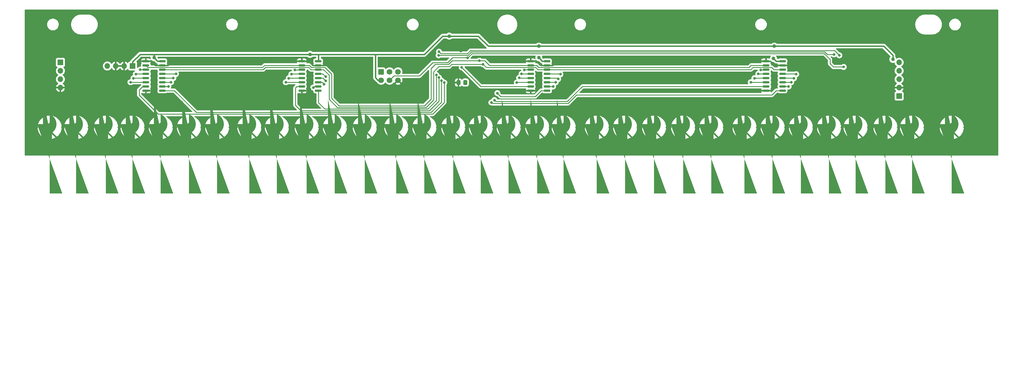
<source format=gbr>
%TF.GenerationSoftware,KiCad,Pcbnew,7.0.10+dfsg-1*%
%TF.CreationDate,2024-02-26T16:50:10+02:00*%
%TF.ProjectId,pss20midi,70737332-306d-4696-9469-2e6b69636164,rev?*%
%TF.SameCoordinates,Original*%
%TF.FileFunction,Copper,L1,Top*%
%TF.FilePolarity,Positive*%
%FSLAX46Y46*%
G04 Gerber Fmt 4.6, Leading zero omitted, Abs format (unit mm)*
G04 Created by KiCad (PCBNEW 7.0.10+dfsg-1) date 2024-02-26 16:50:10*
%MOMM*%
%LPD*%
G01*
G04 APERTURE LIST*
G04 Aperture macros list*
%AMRoundRect*
0 Rectangle with rounded corners*
0 $1 Rounding radius*
0 $2 $3 $4 $5 $6 $7 $8 $9 X,Y pos of 4 corners*
0 Add a 4 corners polygon primitive as box body*
4,1,4,$2,$3,$4,$5,$6,$7,$8,$9,$2,$3,0*
0 Add four circle primitives for the rounded corners*
1,1,$1+$1,$2,$3*
1,1,$1+$1,$4,$5*
1,1,$1+$1,$6,$7*
1,1,$1+$1,$8,$9*
0 Add four rect primitives between the rounded corners*
20,1,$1+$1,$2,$3,$4,$5,0*
20,1,$1+$1,$4,$5,$6,$7,0*
20,1,$1+$1,$6,$7,$8,$9,0*
20,1,$1+$1,$8,$9,$2,$3,0*%
%AMFreePoly0*
4,1,74,0.574850,3.095106,0.602402,3.095106,0.605365,3.092952,0.609020,3.092695,0.630116,3.074969,0.652402,3.058779,0.653533,3.055295,0.656339,3.052939,0.662990,3.026191,0.671500,3.000000,0.671500,-3.000000,0.662990,-3.026191,0.656339,-3.052939,0.653533,-3.055295,0.652402,-3.058779,0.630116,-3.074969,0.609020,-3.092695,0.605365,-3.092952,0.602402,-3.095106,0.574850,-3.095106,
0.547369,-3.097045,0.040533,-2.971014,0.033146,-2.966405,0.024484,-2.965542,-0.443544,-2.760183,-0.450599,-2.753898,-0.459670,-2.751252,-0.894266,-2.455153,-0.899383,-2.448539,-0.906926,-2.444925,-1.207801,-2.158378,-1.211186,-2.152116,-1.217117,-2.148188,-1.513216,-1.775676,-1.516130,-1.767871,-1.522243,-1.762208,-1.727602,-1.394473,-1.728944,-1.387682,-1.733344,-1.382342,-1.910048,-0.933418,
-1.910642,-0.923656,-1.915314,-0.915063,-2.015606,-0.375399,-2.014587,-0.367634,-2.017240,-0.360266,-2.028451,-0.003138,-2.027539,0.000000,-2.028451,0.003138,-2.017240,0.360266,-2.014587,0.367634,-2.015606,0.375399,-1.915314,0.915063,-1.910642,0.923656,-1.910048,0.933418,-1.733344,1.382342,-1.728944,1.387682,-1.727602,1.394473,-1.522243,1.762208,-1.516130,1.767871,-1.513216,1.775676,
-1.217117,2.148188,-1.211186,2.152116,-1.207801,2.158378,-0.906926,2.444925,-0.899383,2.448539,-0.894266,2.455153,-0.459670,2.751252,-0.450599,2.753898,-0.443544,2.760183,0.024484,2.965542,0.033146,2.966405,0.040533,2.971014,0.547369,3.097045,0.574850,3.095106,0.574850,3.095106,$1*%
%AMFreePoly1*
4,1,74,-0.040532,2.971014,-0.033146,2.966405,-0.024484,2.965542,0.443544,2.760183,0.450600,2.753898,0.459669,2.751252,0.894266,2.455153,0.899383,2.448539,0.906927,2.444925,1.207801,2.158378,1.211186,2.152116,1.217117,2.148188,1.513216,1.775676,1.516130,1.767873,1.522243,1.762209,1.727601,1.394473,1.728943,1.387683,1.733344,1.382342,1.910048,0.933418,1.910642,0.923656,
1.915314,0.915063,2.015606,0.375399,2.014587,0.367634,2.017240,0.360266,2.028451,0.003138,2.027539,0.000000,2.028451,-0.003138,2.017240,-0.360266,2.014587,-0.367634,2.015606,-0.375399,1.915314,-0.915063,1.910642,-0.923656,1.910048,-0.933418,1.733344,-1.382342,1.728943,-1.387683,1.727601,-1.394473,1.522243,-1.762209,1.516130,-1.767873,1.513216,-1.775676,1.217117,-2.148188,
1.211186,-2.152116,1.207801,-2.158378,0.906927,-2.444925,0.899383,-2.448539,0.894266,-2.455153,0.459669,-2.751252,0.450600,-2.753898,0.443544,-2.760183,-0.024484,-2.965542,-0.033146,-2.966405,-0.040532,-2.971014,-0.547369,-3.097045,-0.574849,-3.095106,-0.602402,-3.095106,-0.605365,-3.092952,-0.609019,-3.092695,-0.630109,-3.074975,-0.652402,-3.058779,-0.653534,-3.055294,-0.656338,-3.052939,
-0.662985,-3.026204,-0.671500,-3.000000,-0.671500,3.000000,-0.662985,3.026204,-0.656338,3.052939,-0.653534,3.055294,-0.652402,3.058779,-0.630109,3.074975,-0.609019,3.092695,-0.605365,3.092952,-0.602402,3.095106,-0.574849,3.095106,-0.547369,3.097045,-0.040532,2.971014,-0.040532,2.971014,$1*%
G04 Aperture macros list end*
%TA.AperFunction,SMDPad,CuDef*%
%ADD10FreePoly0,90.000000*%
%TD*%
%TA.AperFunction,SMDPad,CuDef*%
%ADD11FreePoly1,90.000000*%
%TD*%
%TA.AperFunction,SMDPad,CuDef*%
%ADD12RoundRect,0.150000X-0.825000X-0.150000X0.825000X-0.150000X0.825000X0.150000X-0.825000X0.150000X0*%
%TD*%
%TA.AperFunction,SMDPad,CuDef*%
%ADD13RoundRect,0.250000X0.337500X0.475000X-0.337500X0.475000X-0.337500X-0.475000X0.337500X-0.475000X0*%
%TD*%
%TA.AperFunction,ComponentPad*%
%ADD14R,1.700000X1.700000*%
%TD*%
%TA.AperFunction,ComponentPad*%
%ADD15O,1.700000X1.700000*%
%TD*%
%TA.AperFunction,ComponentPad*%
%ADD16RoundRect,0.250000X-0.600000X0.600000X-0.600000X-0.600000X0.600000X-0.600000X0.600000X0.600000X0*%
%TD*%
%TA.AperFunction,ComponentPad*%
%ADD17C,1.700000*%
%TD*%
%TA.AperFunction,ViaPad*%
%ADD18C,0.800000*%
%TD*%
%TA.AperFunction,ViaPad*%
%ADD19C,1.100000*%
%TD*%
%TA.AperFunction,Conductor*%
%ADD20C,0.400000*%
%TD*%
%TA.AperFunction,Conductor*%
%ADD21C,0.250000*%
%TD*%
G04 APERTURE END LIST*
D10*
%TO.P,SW8,1,1*%
%TO.N,GND*%
X137700000Y-142500000D03*
D11*
%TO.P,SW8,2,2*%
%TO.N,KEY7*%
X137700000Y-140500000D03*
%TD*%
D12*
%TO.P,U2,1,Ea*%
%TO.N,GND*%
X106525000Y-121555000D03*
%TO.P,U2,2,S1*%
%TO.N,/SEL1*%
X106525000Y-122825000D03*
%TO.P,U2,3,I3a*%
%TO.N,KEY3*%
X106525000Y-124095000D03*
%TO.P,U2,4,I2a*%
%TO.N,KEY2*%
X106525000Y-125365000D03*
%TO.P,U2,5,I1a*%
%TO.N,KEY1*%
X106525000Y-126635000D03*
%TO.P,U2,6,I0a*%
%TO.N,KEY0*%
X106525000Y-127905000D03*
%TO.P,U2,7,Za*%
%TO.N,/IN0*%
X106525000Y-129175000D03*
%TO.P,U2,8,GND*%
%TO.N,GND*%
X106525000Y-130445000D03*
%TO.P,U2,9,Zb*%
%TO.N,/IN1*%
X111475000Y-130445000D03*
%TO.P,U2,10,I0b*%
%TO.N,KEY4*%
X111475000Y-129175000D03*
%TO.P,U2,11,I1b*%
%TO.N,KEY5*%
X111475000Y-127905000D03*
%TO.P,U2,12,I2b*%
%TO.N,KEY6*%
X111475000Y-126635000D03*
%TO.P,U2,13,I3b*%
%TO.N,KEY7*%
X111475000Y-125365000D03*
%TO.P,U2,14,S0*%
%TO.N,/SEL0*%
X111475000Y-124095000D03*
%TO.P,U2,15,Eb*%
%TO.N,GND*%
X111475000Y-122825000D03*
%TO.P,U2,16,VCC*%
%TO.N,VCC*%
X111475000Y-121555000D03*
%TD*%
D10*
%TO.P,SW31,1,1*%
%TO.N,GND*%
X337500000Y-142500000D03*
D11*
%TO.P,SW31,2,2*%
%TO.N,KEY30*%
X337500000Y-140500000D03*
%TD*%
D10*
%TO.P,SW15,1,1*%
%TO.N,GND*%
X199200000Y-142500000D03*
D11*
%TO.P,SW15,2,2*%
%TO.N,KEY14*%
X199200000Y-140500000D03*
%TD*%
D10*
%TO.P,SW10,1,1*%
%TO.N,GND*%
X155000000Y-142500000D03*
D11*
%TO.P,SW10,2,2*%
%TO.N,KEY9*%
X155000000Y-140500000D03*
%TD*%
D10*
%TO.P,SW30,1,1*%
%TO.N,GND*%
X329500000Y-142500000D03*
D11*
%TO.P,SW30,2,2*%
%TO.N,KEY29*%
X329500000Y-140500000D03*
%TD*%
D10*
%TO.P,SW3,1,1*%
%TO.N,GND*%
X94500000Y-142500000D03*
D11*
%TO.P,SW3,2,2*%
%TO.N,KEY2*%
X94500000Y-140500000D03*
%TD*%
D10*
%TO.P,SW21,1,1*%
%TO.N,GND*%
X251000000Y-142500000D03*
D11*
%TO.P,SW21,2,2*%
%TO.N,KEY20*%
X251000000Y-140500000D03*
%TD*%
D10*
%TO.P,SW17,1,1*%
%TO.N,GND*%
X215900000Y-142500000D03*
D11*
%TO.P,SW17,2,2*%
%TO.N,KEY16*%
X215900000Y-140500000D03*
%TD*%
D10*
%TO.P,SW6,1,1*%
%TO.N,GND*%
X119500000Y-142500000D03*
D11*
%TO.P,SW6,2,2*%
%TO.N,KEY5*%
X119500000Y-140500000D03*
%TD*%
D10*
%TO.P,SW22,1,1*%
%TO.N,GND*%
X259750000Y-142500000D03*
D11*
%TO.P,SW22,2,2*%
%TO.N,KEY21*%
X259750000Y-140500000D03*
%TD*%
D10*
%TO.P,SW2,1,1*%
%TO.N,GND*%
X85500000Y-142500000D03*
D11*
%TO.P,SW2,2,2*%
%TO.N,KEY1*%
X85500000Y-140500000D03*
%TD*%
D10*
%TO.P,SW32,1,1*%
%TO.N,GND*%
X349500000Y-142500000D03*
D11*
%TO.P,SW32,2,2*%
%TO.N,KEY31*%
X349500000Y-140500000D03*
%TD*%
D10*
%TO.P,SW19,1,1*%
%TO.N,GND*%
X232500000Y-142500000D03*
D11*
%TO.P,SW19,2,2*%
%TO.N,KEY18*%
X232500000Y-140500000D03*
%TD*%
D10*
%TO.P,SW18,1,1*%
%TO.N,GND*%
X224500000Y-142500000D03*
D11*
%TO.P,SW18,2,2*%
%TO.N,KEY17*%
X224500000Y-140500000D03*
%TD*%
D13*
%TO.P,C12,1*%
%TO.N,VCC*%
X202837500Y-128000000D03*
%TO.P,C12,2*%
%TO.N,GND*%
X200762500Y-128000000D03*
%TD*%
D10*
%TO.P,SW4,1,1*%
%TO.N,GND*%
X102500000Y-142500000D03*
D11*
%TO.P,SW4,2,2*%
%TO.N,KEY3*%
X102500000Y-140500000D03*
%TD*%
D10*
%TO.P,SW9,1,1*%
%TO.N,GND*%
X146000000Y-142500000D03*
D11*
%TO.P,SW9,2,2*%
%TO.N,KEY8*%
X146000000Y-140500000D03*
%TD*%
D10*
%TO.P,SW25,1,1*%
%TO.N,GND*%
X287000000Y-142500000D03*
D11*
%TO.P,SW25,2,2*%
%TO.N,KEY24*%
X287000000Y-140500000D03*
%TD*%
D10*
%TO.P,SW29,1,1*%
%TO.N,GND*%
X320500000Y-142500000D03*
D11*
%TO.P,SW29,2,2*%
%TO.N,KEY28*%
X320500000Y-140500000D03*
%TD*%
D10*
%TO.P,SW1,1,1*%
%TO.N,GND*%
X77500000Y-142500000D03*
D11*
%TO.P,SW1,2,2*%
%TO.N,KEY0*%
X77500000Y-140500000D03*
%TD*%
D10*
%TO.P,SW5,1,1*%
%TO.N,GND*%
X111000000Y-142500000D03*
D11*
%TO.P,SW5,2,2*%
%TO.N,KEY4*%
X111000000Y-140500000D03*
%TD*%
D10*
%TO.P,SW24,1,1*%
%TO.N,GND*%
X277000000Y-142500000D03*
D11*
%TO.P,SW24,2,2*%
%TO.N,KEY23*%
X277000000Y-140500000D03*
%TD*%
D12*
%TO.P,U3,1,Ea*%
%TO.N,GND*%
X153525000Y-121555000D03*
%TO.P,U3,2,S1*%
%TO.N,/SEL1*%
X153525000Y-122825000D03*
%TO.P,U3,3,I3a*%
%TO.N,KEY11*%
X153525000Y-124095000D03*
%TO.P,U3,4,I2a*%
%TO.N,KEY10*%
X153525000Y-125365000D03*
%TO.P,U3,5,I1a*%
%TO.N,KEY9*%
X153525000Y-126635000D03*
%TO.P,U3,6,I0a*%
%TO.N,KEY8*%
X153525000Y-127905000D03*
%TO.P,U3,7,Za*%
%TO.N,/IN2*%
X153525000Y-129175000D03*
%TO.P,U3,8,GND*%
%TO.N,GND*%
X153525000Y-130445000D03*
%TO.P,U3,9,Zb*%
%TO.N,/IN3*%
X158475000Y-130445000D03*
%TO.P,U3,10,I0b*%
%TO.N,KEY12*%
X158475000Y-129175000D03*
%TO.P,U3,11,I1b*%
%TO.N,KEY13*%
X158475000Y-127905000D03*
%TO.P,U3,12,I2b*%
%TO.N,KEY14*%
X158475000Y-126635000D03*
%TO.P,U3,13,I3b*%
%TO.N,KEY15*%
X158475000Y-125365000D03*
%TO.P,U3,14,S0*%
%TO.N,/SEL0*%
X158475000Y-124095000D03*
%TO.P,U3,15,Eb*%
%TO.N,GND*%
X158475000Y-122825000D03*
%TO.P,U3,16,VCC*%
%TO.N,VCC*%
X158475000Y-121555000D03*
%TD*%
D10*
%TO.P,SW13,1,1*%
%TO.N,GND*%
X182000000Y-142500000D03*
D11*
%TO.P,SW13,2,2*%
%TO.N,KEY12*%
X182000000Y-140500000D03*
%TD*%
D10*
%TO.P,SW14,1,1*%
%TO.N,GND*%
X190500000Y-142500000D03*
D11*
%TO.P,SW14,2,2*%
%TO.N,KEY13*%
X190500000Y-140500000D03*
%TD*%
D12*
%TO.P,U5,1,Ea*%
%TO.N,GND*%
X293525000Y-121555000D03*
%TO.P,U5,2,S1*%
%TO.N,/SEL1*%
X293525000Y-122825000D03*
%TO.P,U5,3,I3a*%
%TO.N,KEY27*%
X293525000Y-124095000D03*
%TO.P,U5,4,I2a*%
%TO.N,KEY26*%
X293525000Y-125365000D03*
%TO.P,U5,5,I1a*%
%TO.N,KEY25*%
X293525000Y-126635000D03*
%TO.P,U5,6,I0a*%
%TO.N,KEY24*%
X293525000Y-127905000D03*
%TO.P,U5,7,Za*%
%TO.N,/IN6*%
X293525000Y-129175000D03*
%TO.P,U5,8,GND*%
%TO.N,GND*%
X293525000Y-130445000D03*
%TO.P,U5,9,Zb*%
%TO.N,/IN7*%
X298475000Y-130445000D03*
%TO.P,U5,10,I0b*%
%TO.N,KEY28*%
X298475000Y-129175000D03*
%TO.P,U5,11,I1b*%
%TO.N,KEY29*%
X298475000Y-127905000D03*
%TO.P,U5,12,I2b*%
%TO.N,KEY30*%
X298475000Y-126635000D03*
%TO.P,U5,13,I3b*%
%TO.N,KEY31*%
X298475000Y-125365000D03*
%TO.P,U5,14,S0*%
%TO.N,/SEL0*%
X298475000Y-124095000D03*
%TO.P,U5,15,Eb*%
%TO.N,GND*%
X298475000Y-122825000D03*
%TO.P,U5,16,VCC*%
%TO.N,VCC*%
X298475000Y-121555000D03*
%TD*%
D10*
%TO.P,SW7,1,1*%
%TO.N,GND*%
X128000000Y-142500000D03*
D11*
%TO.P,SW7,2,2*%
%TO.N,KEY6*%
X128000000Y-140500000D03*
%TD*%
D10*
%TO.P,SW27,1,1*%
%TO.N,GND*%
X304000000Y-142500000D03*
D11*
%TO.P,SW27,2,2*%
%TO.N,KEY26*%
X304000000Y-140500000D03*
%TD*%
D10*
%TO.P,SW28,1,1*%
%TO.N,GND*%
X312500000Y-142500000D03*
D11*
%TO.P,SW28,2,2*%
%TO.N,KEY27*%
X312500000Y-140500000D03*
%TD*%
D10*
%TO.P,SW20,1,1*%
%TO.N,GND*%
X242500000Y-142500000D03*
D11*
%TO.P,SW20,2,2*%
%TO.N,KEY19*%
X242500000Y-140500000D03*
%TD*%
D12*
%TO.P,U4,1,Ea*%
%TO.N,GND*%
X222525000Y-121555000D03*
%TO.P,U4,2,S1*%
%TO.N,/SEL1*%
X222525000Y-122825000D03*
%TO.P,U4,3,I3a*%
%TO.N,KEY19*%
X222525000Y-124095000D03*
%TO.P,U4,4,I2a*%
%TO.N,KEY18*%
X222525000Y-125365000D03*
%TO.P,U4,5,I1a*%
%TO.N,KEY17*%
X222525000Y-126635000D03*
%TO.P,U4,6,I0a*%
%TO.N,KEY16*%
X222525000Y-127905000D03*
%TO.P,U4,7,Za*%
%TO.N,/IN4*%
X222525000Y-129175000D03*
%TO.P,U4,8,GND*%
%TO.N,GND*%
X222525000Y-130445000D03*
%TO.P,U4,9,Zb*%
%TO.N,/IN5*%
X227475000Y-130445000D03*
%TO.P,U4,10,I0b*%
%TO.N,KEY20*%
X227475000Y-129175000D03*
%TO.P,U4,11,I1b*%
%TO.N,KEY21*%
X227475000Y-127905000D03*
%TO.P,U4,12,I2b*%
%TO.N,KEY22*%
X227475000Y-126635000D03*
%TO.P,U4,13,I3b*%
%TO.N,KEY23*%
X227475000Y-125365000D03*
%TO.P,U4,14,S0*%
%TO.N,/SEL0*%
X227475000Y-124095000D03*
%TO.P,U4,15,Eb*%
%TO.N,GND*%
X227475000Y-122825000D03*
%TO.P,U4,16,VCC*%
%TO.N,VCC*%
X227475000Y-121555000D03*
%TD*%
D10*
%TO.P,SW16,1,1*%
%TO.N,GND*%
X207500000Y-142500000D03*
D11*
%TO.P,SW16,2,2*%
%TO.N,KEY15*%
X207500000Y-140500000D03*
%TD*%
D10*
%TO.P,SW12,1,1*%
%TO.N,GND*%
X172500000Y-142500000D03*
D11*
%TO.P,SW12,2,2*%
%TO.N,KEY11*%
X172500000Y-140500000D03*
%TD*%
D10*
%TO.P,SW23,1,1*%
%TO.N,GND*%
X268500000Y-142500000D03*
D11*
%TO.P,SW23,2,2*%
%TO.N,KEY22*%
X268500000Y-140500000D03*
%TD*%
D10*
%TO.P,SW26,1,1*%
%TO.N,GND*%
X295500000Y-142500000D03*
D11*
%TO.P,SW26,2,2*%
%TO.N,KEY25*%
X295500000Y-140500000D03*
%TD*%
D10*
%TO.P,SW11,1,1*%
%TO.N,GND*%
X163500000Y-142500000D03*
D11*
%TO.P,SW11,2,2*%
%TO.N,KEY10*%
X163500000Y-140500000D03*
%TD*%
D14*
%TO.P,J4,1,Pin_1*%
%TO.N,KSTP*%
X80775000Y-121920000D03*
D15*
%TO.P,J4,2,Pin_2*%
%TO.N,KGRN*%
X80775000Y-124460000D03*
%TO.P,J4,3,Pin_3*%
%TO.N,KBLU*%
X80775000Y-127000000D03*
%TO.P,J4,4,Pin_4*%
%TO.N,GND*%
X80775000Y-129540000D03*
%TD*%
D16*
%TO.P,J1,1,MISO*%
%TO.N,/MISO*%
X177455000Y-124747500D03*
D17*
%TO.P,J1,2,VCC*%
%TO.N,VCC*%
X177455000Y-127287500D03*
%TO.P,J1,3,SCK*%
%TO.N,/SCK*%
X179995000Y-124747500D03*
%TO.P,J1,4,MOSI*%
%TO.N,/TXD1*%
X179995000Y-127287500D03*
%TO.P,J1,5,~{RST}*%
%TO.N,/~{RESET}*%
X182535000Y-124747500D03*
%TO.P,J1,6,GND*%
%TO.N,GND*%
X182535000Y-127287500D03*
%TD*%
D14*
%TO.P,J2,1,Pin_1*%
%TO.N,VCC*%
X102540000Y-123000000D03*
D15*
%TO.P,J2,2,Pin_2*%
%TO.N,GND*%
X100000000Y-123000000D03*
%TO.P,J2,3,Pin_3*%
X97460000Y-123000000D03*
%TO.P,J2,4,Pin_4*%
%TO.N,unconnected-(J2-Pin_4-Pad4)*%
X94920000Y-123000000D03*
%TD*%
D14*
%TO.P,J3,1*%
%TO.N,unconnected-(J3-Pad1)*%
X333625000Y-132075000D03*
D15*
%TO.P,J3,2*%
%TO.N,GND*%
X333625000Y-129535000D03*
%TO.P,J3,3*%
%TO.N,unconnected-(J3-Pad3)*%
X333625000Y-126995000D03*
%TO.P,J3,4*%
%TO.N,Net-(J3-Pad4)*%
X333625000Y-124455000D03*
%TO.P,J3,5*%
%TO.N,/MIDI_TX*%
X333625000Y-121915000D03*
%TD*%
D18*
%TO.N,GND*%
X81500000Y-146250000D03*
X185000000Y-127500000D03*
X215250000Y-126000000D03*
X154750000Y-133750000D03*
X230000000Y-122000000D03*
X115000000Y-140000000D03*
X280500000Y-130500000D03*
X196500000Y-115750000D03*
X192750000Y-119250000D03*
X180000000Y-115000000D03*
X328250000Y-124750000D03*
X198500000Y-129250000D03*
X287000000Y-133750000D03*
X165000000Y-108000000D03*
X132500000Y-145500000D03*
X207250000Y-134750000D03*
X150500000Y-141500000D03*
X75500000Y-134500000D03*
X346750000Y-127500000D03*
X180000000Y-122000000D03*
X222250000Y-115250000D03*
X296000000Y-129000000D03*
X132750000Y-140000000D03*
X201500000Y-118500000D03*
X118500000Y-128500000D03*
X301500000Y-122000000D03*
X197500000Y-135500000D03*
X186500000Y-145500000D03*
X227750000Y-132250000D03*
X334250000Y-117750000D03*
X148000000Y-132000000D03*
X216250000Y-130750000D03*
X237750000Y-145500000D03*
X145500000Y-128500000D03*
X299500000Y-145500000D03*
X200000000Y-112000000D03*
X109000000Y-114500000D03*
X165250000Y-132750000D03*
X205500000Y-115750000D03*
X333500000Y-145500000D03*
X173000000Y-122000000D03*
X234000000Y-127750000D03*
X91750000Y-128750000D03*
X156000000Y-130000000D03*
X104750000Y-121500000D03*
X237250000Y-134500000D03*
X201000000Y-108500000D03*
X328000000Y-132250000D03*
X321000000Y-124000000D03*
D19*
X200762500Y-128000000D03*
D18*
X207750000Y-112500000D03*
X259250000Y-115250000D03*
X161500000Y-122000000D03*
X247000000Y-130500000D03*
X296000000Y-133750000D03*
X109000000Y-128750000D03*
X343250000Y-140500000D03*
X220500000Y-121500000D03*
X298750000Y-115250000D03*
X324500000Y-119750000D03*
X318500000Y-118250000D03*
X113750000Y-122250000D03*
X225000000Y-129000000D03*
X200500000Y-123500000D03*
X287500000Y-126250000D03*
X132500000Y-122000000D03*
X98500000Y-135000000D03*
X309500000Y-131500000D03*
X132500000Y-126750000D03*
X130000000Y-135500000D03*
X319250000Y-130000000D03*
X318750000Y-134500000D03*
X226250000Y-136500000D03*
X291250000Y-121500000D03*
X189750000Y-132750000D03*
X78500000Y-115750000D03*
D19*
%TO.N,VCC*%
X331750000Y-121000000D03*
X109000012Y-120500000D03*
X225000000Y-117000000D03*
X296000000Y-117000000D03*
X224999998Y-120500000D03*
X202837500Y-128000000D03*
X198000000Y-114000000D03*
X156000006Y-119500006D03*
X295750002Y-120750000D03*
D18*
%TO.N,/TXD1*%
X316900000Y-123300000D03*
X203505216Y-120573031D03*
%TO.N,KEY0*%
X77500000Y-140500000D03*
X101900000Y-127900000D03*
%TO.N,KEY1*%
X102800000Y-126700000D03*
X85500000Y-140500000D03*
%TO.N,KEY2*%
X103525000Y-125424998D03*
X94500000Y-140500000D03*
%TO.N,KEY3*%
X104800000Y-124100000D03*
X102500000Y-140500000D03*
%TO.N,KEY4*%
X111000000Y-140500000D03*
X113300000Y-129175000D03*
%TO.N,KEY5*%
X119500000Y-140500000D03*
X114100000Y-127905000D03*
%TO.N,KEY6*%
X128000000Y-140500000D03*
X114800006Y-126635000D03*
%TO.N,KEY7*%
X137700000Y-140500000D03*
X115599996Y-125400000D03*
%TO.N,KEY8*%
X146000000Y-140500000D03*
X148700000Y-127905000D03*
%TO.N,KEY9*%
X149600000Y-126700000D03*
X155000000Y-140500000D03*
%TO.N,KEY10*%
X163500000Y-140500000D03*
X150400012Y-125500000D03*
%TO.N,KEY11*%
X151400000Y-124200000D03*
X172500000Y-140500000D03*
%TO.N,KEY12*%
X157000000Y-129500006D03*
X182000000Y-140500000D03*
%TO.N,KEY13*%
X190500000Y-140500000D03*
X160250000Y-128500000D03*
%TO.N,KEY14*%
X199200000Y-140500000D03*
X160750000Y-127500000D03*
%TO.N,KEY15*%
X160750000Y-126250000D03*
X207500000Y-140500000D03*
%TO.N,KEY16*%
X215900000Y-140500000D03*
X218350000Y-128005000D03*
%TO.N,KEY17*%
X219075000Y-126555000D03*
X224500000Y-140500000D03*
%TO.N,KEY18*%
X219800000Y-125400000D03*
X232500000Y-140500000D03*
%TO.N,KEY19*%
X242500000Y-140500000D03*
X220600000Y-124200000D03*
%TO.N,KEY20*%
X229300000Y-129200000D03*
X251000000Y-140500000D03*
%TO.N,KEY21*%
X230100000Y-127900000D03*
X259750000Y-140500000D03*
%TO.N,KEY22*%
X268500000Y-140500000D03*
X230825000Y-126925000D03*
%TO.N,KEY23*%
X231500000Y-125500000D03*
X277000000Y-140500000D03*
%TO.N,KEY24*%
X287000000Y-140500000D03*
X288900000Y-127900000D03*
%TO.N,KEY25*%
X295500000Y-140500000D03*
X290000000Y-126700000D03*
%TO.N,KEY26*%
X291175000Y-125400000D03*
X304000000Y-140500000D03*
%TO.N,KEY27*%
X291900000Y-124200000D03*
X312500000Y-140500000D03*
%TO.N,KEY28*%
X300300000Y-129200000D03*
X320500000Y-140500000D03*
%TO.N,KEY29*%
X329500000Y-140500000D03*
X301100000Y-127900000D03*
%TO.N,KEY30*%
X337500000Y-140500000D03*
X301900000Y-126700000D03*
%TO.N,KEY31*%
X349500000Y-140500000D03*
X302600000Y-125500000D03*
%TO.N,/IN4*%
X201750000Y-123400000D03*
%TO.N,/IN5*%
X212500000Y-131200000D03*
%TO.N,/IN6*%
X211600000Y-133300000D03*
%TO.N,/IN7*%
X210700000Y-134000000D03*
%TO.N,/SEL1*%
X207087347Y-121412653D03*
%TO.N,/SEL0*%
X208200000Y-122470000D03*
%TO.N,/IN0*%
X196500000Y-128000000D03*
%TO.N,/IN1*%
X195600000Y-127400000D03*
%TO.N,/IN2*%
X194875000Y-126500000D03*
%TO.N,/IN3*%
X194100000Y-125700000D03*
%TO.N,/RXD0*%
X314000000Y-119500000D03*
X194800000Y-119800000D03*
%TO.N,/TXD0*%
X194900000Y-118700000D03*
X315600000Y-119800000D03*
%TD*%
D20*
%TO.N,GND*%
X296075000Y-122825000D02*
X298575000Y-122825000D01*
X227575000Y-122825000D02*
X229175000Y-122825000D01*
X225575000Y-122825000D02*
X224305000Y-121555000D01*
X113175000Y-122825000D02*
X113750000Y-122250000D01*
X109325000Y-122825000D02*
X111575000Y-122825000D01*
X106425000Y-121555000D02*
X108055000Y-121555000D01*
X158575000Y-122825000D02*
X160675000Y-122825000D01*
X160675000Y-122825000D02*
X161500000Y-122000000D01*
X111575000Y-122825000D02*
X113175000Y-122825000D01*
X156825000Y-122825000D02*
X158575000Y-122825000D01*
X224305000Y-121555000D02*
X222425000Y-121555000D01*
X153425000Y-121555000D02*
X155555000Y-121555000D01*
X294805000Y-121555000D02*
X296075000Y-122825000D01*
X227575000Y-122825000D02*
X225575000Y-122825000D01*
X293425000Y-121555000D02*
X294805000Y-121555000D01*
X108055000Y-121555000D02*
X109325000Y-122825000D01*
X229175000Y-122825000D02*
X230000000Y-122000000D01*
X155555000Y-121555000D02*
X156825000Y-122825000D01*
%TO.N,VCC*%
X102540000Y-121710000D02*
X104750000Y-119500000D01*
X109000012Y-119500012D02*
X109000000Y-119500000D01*
X102540000Y-123000000D02*
X102540000Y-121710000D01*
X158500000Y-119500006D02*
X175750000Y-119500006D01*
X109000012Y-120500000D02*
X109000012Y-119500012D01*
X296555002Y-121555000D02*
X295750002Y-120750000D01*
X104750000Y-119500000D02*
X108250000Y-119500000D01*
X227575000Y-121555000D02*
X226054998Y-121555000D01*
X158575000Y-121555000D02*
X158575000Y-119575006D01*
X156000006Y-119500006D02*
X158500000Y-119500006D01*
X176537500Y-127287500D02*
X175750000Y-126500000D01*
X177455000Y-127287500D02*
X176537500Y-127287500D01*
X298575000Y-121555000D02*
X296555002Y-121555000D01*
X331750000Y-119750000D02*
X331750000Y-121000000D01*
X226054998Y-121555000D02*
X224999998Y-120500000D01*
X196000000Y-114000000D02*
X198000000Y-114000000D01*
X156000000Y-119500000D02*
X156000006Y-119500006D01*
X175750000Y-126500000D02*
X175750000Y-119500006D01*
X198000000Y-114000000D02*
X206750000Y-114000000D01*
X175750000Y-119500006D02*
X190499994Y-119500006D01*
X108250000Y-119500000D02*
X109000000Y-119500000D01*
X158575000Y-119575006D02*
X158500000Y-119500006D01*
X209750000Y-117000000D02*
X225000000Y-117000000D01*
X110055012Y-121555000D02*
X109000012Y-120500000D01*
X158575000Y-121555000D02*
X158055000Y-121555000D01*
X198000008Y-113999992D02*
X198000000Y-114000000D01*
X329000000Y-117000000D02*
X331750000Y-119750000D01*
X206750000Y-114000000D02*
X209750000Y-117000000D01*
X109000000Y-119500000D02*
X156000000Y-119500000D01*
X296000000Y-117000000D02*
X329000000Y-117000000D01*
X190499994Y-119500006D02*
X196000000Y-114000000D01*
X225000000Y-117000000D02*
X296000000Y-117000000D01*
X111575000Y-121555000D02*
X110055012Y-121555000D01*
D21*
%TO.N,/TXD1*%
X197500000Y-122000000D02*
X199000000Y-120500000D01*
X311050000Y-119250000D02*
X204828247Y-119250000D01*
X316900000Y-123300000D02*
X313800000Y-123300000D01*
X181289854Y-125992646D02*
X189007354Y-125992646D01*
X199000000Y-120500000D02*
X203432185Y-120500000D01*
X189007354Y-125992646D02*
X193000000Y-122000000D01*
X312800000Y-121000000D02*
X311050000Y-119250000D01*
X204828247Y-119250000D02*
X203505216Y-120573031D01*
X179995000Y-127287500D02*
X181289854Y-125992646D01*
X203432185Y-120500000D02*
X203505216Y-120573031D01*
X313800000Y-123300000D02*
X312800000Y-122300000D01*
X193000000Y-122000000D02*
X197500000Y-122000000D01*
X312800000Y-122300000D02*
X312800000Y-121000000D01*
%TO.N,KEY0*%
X101905000Y-127905000D02*
X101900000Y-127900000D01*
X106425000Y-127905000D02*
X101905000Y-127905000D01*
%TO.N,KEY1*%
X106425000Y-126635000D02*
X102865000Y-126635000D01*
X102865000Y-126635000D02*
X102800000Y-126700000D01*
%TO.N,KEY2*%
X103584998Y-125365000D02*
X103525000Y-125424998D01*
X106425000Y-125365000D02*
X103584998Y-125365000D01*
%TO.N,KEY3*%
X106420000Y-124100000D02*
X106425000Y-124095000D01*
X104800000Y-124100000D02*
X106420000Y-124100000D01*
%TO.N,KEY4*%
X111575000Y-129175000D02*
X113300000Y-129175000D01*
%TO.N,KEY5*%
X111575000Y-127905000D02*
X114100000Y-127905000D01*
%TO.N,KEY6*%
X111575000Y-126635000D02*
X114800006Y-126635000D01*
%TO.N,KEY7*%
X115564996Y-125365000D02*
X115599996Y-125400000D01*
X111575000Y-125365000D02*
X115564996Y-125365000D01*
%TO.N,KEY8*%
X153425000Y-127905000D02*
X148700000Y-127905000D01*
%TO.N,KEY9*%
X149665000Y-126635000D02*
X149600000Y-126700000D01*
X153425000Y-126635000D02*
X149665000Y-126635000D01*
%TO.N,KEY10*%
X150535012Y-125365000D02*
X150400012Y-125500000D01*
X153425000Y-125365000D02*
X150535012Y-125365000D01*
%TO.N,KEY11*%
X153320000Y-124200000D02*
X153425000Y-124095000D01*
X151400000Y-124200000D02*
X153320000Y-124200000D01*
%TO.N,KEY12*%
X157325006Y-129175000D02*
X157000000Y-129500006D01*
X158575000Y-129175000D02*
X157325006Y-129175000D01*
%TO.N,KEY13*%
X158575000Y-127905000D02*
X159655000Y-127905000D01*
X159655000Y-127905000D02*
X160250000Y-128500000D01*
%TO.N,KEY14*%
X159885000Y-126635000D02*
X160750000Y-127500000D01*
X158575000Y-126635000D02*
X159885000Y-126635000D01*
%TO.N,KEY15*%
X159865000Y-125365000D02*
X160750000Y-126250000D01*
X158575000Y-125365000D02*
X159865000Y-125365000D01*
%TO.N,KEY16*%
X218450000Y-127905000D02*
X218350000Y-128005000D01*
X222425000Y-127905000D02*
X218450000Y-127905000D01*
%TO.N,KEY17*%
X219155000Y-126635000D02*
X222425000Y-126635000D01*
X219075000Y-126555000D02*
X219155000Y-126635000D01*
%TO.N,KEY18*%
X219800000Y-125400000D02*
X219835000Y-125365000D01*
X219835000Y-125365000D02*
X222425000Y-125365000D01*
%TO.N,KEY19*%
X220600000Y-124200000D02*
X220700000Y-124100000D01*
X220700000Y-124100000D02*
X222420000Y-124100000D01*
X222420000Y-124100000D02*
X222425000Y-124095000D01*
%TO.N,KEY20*%
X227600000Y-129200000D02*
X227575000Y-129175000D01*
X229300000Y-129200000D02*
X227600000Y-129200000D01*
%TO.N,KEY21*%
X230100000Y-127900000D02*
X230095000Y-127905000D01*
X230095000Y-127905000D02*
X227575000Y-127905000D01*
%TO.N,KEY22*%
X230825000Y-126925000D02*
X230535000Y-126635000D01*
X230535000Y-126635000D02*
X227575000Y-126635000D01*
%TO.N,KEY23*%
X231365000Y-125365000D02*
X227575000Y-125365000D01*
X231500000Y-125500000D02*
X231365000Y-125365000D01*
%TO.N,KEY24*%
X288905000Y-127905000D02*
X293425000Y-127905000D01*
X288900000Y-127900000D02*
X288905000Y-127905000D01*
%TO.N,KEY25*%
X290000000Y-126700000D02*
X290065000Y-126635000D01*
X290065000Y-126635000D02*
X293425000Y-126635000D01*
%TO.N,KEY26*%
X291175000Y-125400000D02*
X293390000Y-125400000D01*
X293390000Y-125400000D02*
X293425000Y-125365000D01*
%TO.N,KEY27*%
X291900000Y-124200000D02*
X293320000Y-124200000D01*
X293320000Y-124200000D02*
X293425000Y-124095000D01*
%TO.N,KEY28*%
X298600000Y-129200000D02*
X298575000Y-129175000D01*
X300300000Y-129200000D02*
X298600000Y-129200000D01*
%TO.N,KEY29*%
X301095000Y-127905000D02*
X298575000Y-127905000D01*
X301100000Y-127900000D02*
X301095000Y-127905000D01*
%TO.N,KEY30*%
X301900000Y-126700000D02*
X301835000Y-126635000D01*
X301835000Y-126635000D02*
X298575000Y-126635000D01*
%TO.N,KEY31*%
X302600000Y-125500000D02*
X302465000Y-125365000D01*
X302465000Y-125365000D02*
X298575000Y-125365000D01*
%TO.N,/IN4*%
X207525000Y-129175000D02*
X201750000Y-123400000D01*
X222425000Y-129175000D02*
X207525000Y-129175000D01*
%TO.N,/IN5*%
X212500000Y-131200000D02*
X213500000Y-132200000D01*
X213500000Y-132200000D02*
X223900000Y-132200000D01*
X223900000Y-132200000D02*
X225655000Y-130445000D01*
X225655000Y-130445000D02*
X227575000Y-130445000D01*
%TO.N,/IN6*%
X212000000Y-133700000D02*
X233600000Y-133700000D01*
X238125000Y-129175000D02*
X293425000Y-129175000D01*
X211600000Y-133300000D02*
X212000000Y-133700000D01*
X233600000Y-133700000D02*
X238125000Y-129175000D01*
%TO.N,/IN7*%
X295250000Y-131750000D02*
X296555000Y-130445000D01*
X233800000Y-134300000D02*
X236350000Y-131750000D01*
X236350000Y-131750000D02*
X295250000Y-131750000D01*
X211000000Y-134300000D02*
X233800000Y-134300000D01*
X210700000Y-134000000D02*
X211000000Y-134300000D01*
X296555000Y-130445000D02*
X298575000Y-130445000D01*
%TO.N,/SEL1*%
X190500000Y-135000000D02*
X192500000Y-133000000D01*
X208700000Y-121400000D02*
X210125000Y-122825000D01*
X153425000Y-122825000D02*
X155825000Y-122825000D01*
X162500000Y-125500000D02*
X162500000Y-132750000D01*
X198837347Y-121412653D02*
X207087347Y-121412653D01*
X207100000Y-121400000D02*
X208700000Y-121400000D01*
X192500000Y-133000000D02*
X192500000Y-123750000D01*
X164750000Y-135000000D02*
X190500000Y-135000000D01*
X288330000Y-123470000D02*
X224970000Y-123470000D01*
X160470000Y-123470000D02*
X162500000Y-125500000D01*
X141630000Y-123470000D02*
X142275000Y-122825000D01*
X293425000Y-122825000D02*
X288975000Y-122825000D01*
X197750000Y-122500000D02*
X198837347Y-121412653D01*
X156470000Y-123470000D02*
X160470000Y-123470000D01*
X162500000Y-132750000D02*
X164750000Y-135000000D01*
X107070000Y-123470000D02*
X141630000Y-123470000D01*
X155825000Y-122825000D02*
X156470000Y-123470000D01*
X142275000Y-122825000D02*
X153425000Y-122825000D01*
X207087347Y-121412653D02*
X207100000Y-121400000D01*
X210125000Y-122825000D02*
X222425000Y-122825000D01*
X192500000Y-123750000D02*
X193750000Y-122500000D01*
X224325000Y-122825000D02*
X222425000Y-122825000D01*
X224970000Y-123470000D02*
X224325000Y-122825000D01*
X106425000Y-122825000D02*
X107070000Y-123470000D01*
X288975000Y-122825000D02*
X288330000Y-123470000D01*
X193750000Y-122500000D02*
X197750000Y-122500000D01*
%TO.N,/SEL0*%
X289550000Y-123450000D02*
X295200000Y-123450000D01*
X224676802Y-124095000D02*
X227575000Y-124095000D01*
X209200000Y-123470000D02*
X224051802Y-123470000D01*
X295845000Y-124095000D02*
X298575000Y-124095000D01*
X111575000Y-124095000D02*
X141905000Y-124095000D01*
X208200000Y-122470000D02*
X209200000Y-123470000D01*
X158575000Y-124095000D02*
X160095000Y-124095000D01*
X156295000Y-124095000D02*
X158575000Y-124095000D01*
X155670000Y-123470000D02*
X156295000Y-124095000D01*
X161750000Y-133000000D02*
X164250000Y-135500000D01*
X194800000Y-123200000D02*
X198025000Y-123200000D01*
X141905000Y-124095000D02*
X142530000Y-123470000D01*
X198755000Y-122470000D02*
X208200000Y-122470000D01*
X193250000Y-133250000D02*
X193250000Y-124750000D01*
X142530000Y-123470000D02*
X155670000Y-123470000D01*
X161750000Y-125750000D02*
X161750000Y-133000000D01*
X160095000Y-124095000D02*
X161750000Y-125750000D01*
X193250000Y-124750000D02*
X194800000Y-123200000D01*
X288900000Y-124100000D02*
X289550000Y-123450000D01*
X227575000Y-124095000D02*
X227580000Y-124100000D01*
X227580000Y-124100000D02*
X288900000Y-124100000D01*
X164250000Y-135500000D02*
X191000000Y-135500000D01*
X198025000Y-123200000D02*
X198755000Y-122470000D01*
X191000000Y-135500000D02*
X193250000Y-133250000D01*
X224051802Y-123470000D02*
X224676802Y-124095000D01*
X295200000Y-123450000D02*
X295845000Y-124095000D01*
%TO.N,/IN0*%
X196500000Y-134000000D02*
X196500000Y-128000000D01*
X105550001Y-129175000D02*
X104500000Y-130225001D01*
X106425000Y-129175000D02*
X105550001Y-129175000D01*
X104500000Y-130225001D02*
X104500000Y-131800000D01*
X104500000Y-131800000D02*
X110200000Y-137500000D01*
X193000000Y-137500000D02*
X196500000Y-134000000D01*
X110200000Y-137500000D02*
X193000000Y-137500000D01*
%TO.N,/IN1*%
X115145000Y-130445000D02*
X121700000Y-137000000D01*
X192500000Y-137000000D02*
X195600000Y-133900000D01*
X195600000Y-133900000D02*
X195600000Y-127400000D01*
X121700000Y-137000000D02*
X192500000Y-137000000D01*
X111575000Y-130445000D02*
X115145000Y-130445000D01*
%TO.N,/IN2*%
X152025000Y-129175000D02*
X151600000Y-129600000D01*
X194875000Y-133625000D02*
X194875000Y-126500000D01*
X192000000Y-136500000D02*
X194875000Y-133625000D01*
X153425000Y-129175000D02*
X152025000Y-129175000D01*
X153250000Y-136500000D02*
X192000000Y-136500000D01*
X151600000Y-134850000D02*
X153250000Y-136500000D01*
X151600000Y-129600000D02*
X151600000Y-134850000D01*
%TO.N,/IN3*%
X194100000Y-125700000D02*
X194100000Y-133400000D01*
X191500000Y-136000000D02*
X160500000Y-136000000D01*
X160500000Y-136000000D02*
X158575000Y-134075000D01*
X194100000Y-133400000D02*
X191500000Y-136000000D01*
X158575000Y-134075000D02*
X158575000Y-130445000D01*
%TO.N,/RXD0*%
X194800000Y-119800000D02*
X203641851Y-119800000D01*
X311936396Y-119500000D02*
X314000000Y-119500000D01*
X311236396Y-118800000D02*
X311936396Y-119500000D01*
X204641851Y-118800000D02*
X311236396Y-118800000D01*
X203641851Y-119800000D02*
X204641851Y-118800000D01*
%TO.N,/TXD0*%
X204400000Y-118350000D02*
X314150000Y-118350000D01*
X314150000Y-118350000D02*
X315600000Y-119800000D01*
X195450000Y-119250000D02*
X203500000Y-119250000D01*
X203500000Y-119250000D02*
X204400000Y-118350000D01*
X194900000Y-118700000D02*
X195450000Y-119250000D01*
%TD*%
%TA.AperFunction,Conductor*%
%TO.N,GND*%
G36*
X109942539Y-124115185D02*
G01*
X109988294Y-124167989D01*
X109999500Y-124219500D01*
X109999500Y-124310701D01*
X110002401Y-124347567D01*
X110002402Y-124347573D01*
X110048254Y-124505393D01*
X110048255Y-124505396D01*
X110048256Y-124505398D01*
X110059552Y-124524498D01*
X110131917Y-124646862D01*
X110136702Y-124653031D01*
X110134256Y-124654927D01*
X110160857Y-124703642D01*
X110155873Y-124773334D01*
X110135069Y-124805703D01*
X110136702Y-124806969D01*
X110131917Y-124813137D01*
X110048255Y-124954603D01*
X110048254Y-124954606D01*
X110002402Y-125112426D01*
X110002401Y-125112432D01*
X109999500Y-125149298D01*
X109999500Y-125580701D01*
X110002401Y-125617567D01*
X110002402Y-125617573D01*
X110048254Y-125775393D01*
X110048255Y-125775396D01*
X110048256Y-125775398D01*
X110075204Y-125820965D01*
X110131917Y-125916862D01*
X110136702Y-125923031D01*
X110134256Y-125924927D01*
X110160857Y-125973642D01*
X110155873Y-126043334D01*
X110135069Y-126075703D01*
X110136702Y-126076969D01*
X110131917Y-126083137D01*
X110048255Y-126224603D01*
X110048254Y-126224606D01*
X110002402Y-126382426D01*
X110002401Y-126382432D01*
X109999500Y-126419298D01*
X109999500Y-126850701D01*
X110002401Y-126887567D01*
X110002402Y-126887573D01*
X110048254Y-127045393D01*
X110048255Y-127045396D01*
X110048256Y-127045398D01*
X110067333Y-127077656D01*
X110131917Y-127186862D01*
X110136702Y-127193031D01*
X110134256Y-127194927D01*
X110160857Y-127243642D01*
X110155873Y-127313334D01*
X110135069Y-127345703D01*
X110136702Y-127346969D01*
X110131917Y-127353137D01*
X110048255Y-127494603D01*
X110048254Y-127494606D01*
X110002402Y-127652426D01*
X110002401Y-127652432D01*
X109999500Y-127689298D01*
X109999500Y-128120701D01*
X110002401Y-128157567D01*
X110002402Y-128157573D01*
X110048254Y-128315393D01*
X110048255Y-128315396D01*
X110131917Y-128456862D01*
X110136702Y-128463031D01*
X110134256Y-128464927D01*
X110160857Y-128513642D01*
X110155873Y-128583334D01*
X110135069Y-128615703D01*
X110136702Y-128616969D01*
X110131917Y-128623137D01*
X110048255Y-128764603D01*
X110048254Y-128764606D01*
X110002402Y-128922426D01*
X110002401Y-128922432D01*
X109999500Y-128959298D01*
X109999500Y-129390701D01*
X110002401Y-129427567D01*
X110002402Y-129427573D01*
X110048254Y-129585393D01*
X110048255Y-129585396D01*
X110131917Y-129726862D01*
X110136702Y-129733031D01*
X110134256Y-129734927D01*
X110160857Y-129783642D01*
X110155873Y-129853334D01*
X110135069Y-129885703D01*
X110136702Y-129886969D01*
X110131917Y-129893137D01*
X110048255Y-130034603D01*
X110048254Y-130034606D01*
X110002402Y-130192426D01*
X110002401Y-130192432D01*
X109999500Y-130229298D01*
X109999500Y-130660701D01*
X110002401Y-130697567D01*
X110002402Y-130697573D01*
X110048254Y-130855393D01*
X110048255Y-130855396D01*
X110048256Y-130855398D01*
X110057070Y-130870301D01*
X110131917Y-130996862D01*
X110131923Y-130996870D01*
X110248129Y-131113076D01*
X110248133Y-131113079D01*
X110248135Y-131113081D01*
X110389602Y-131196744D01*
X110431224Y-131208836D01*
X110547426Y-131242597D01*
X110547429Y-131242597D01*
X110547431Y-131242598D01*
X110584306Y-131245500D01*
X110584314Y-131245500D01*
X112365686Y-131245500D01*
X112365694Y-131245500D01*
X112402569Y-131242598D01*
X112402571Y-131242597D01*
X112402573Y-131242597D01*
X112484192Y-131218884D01*
X112560398Y-131196744D01*
X112701865Y-131113081D01*
X112702268Y-131112678D01*
X112708128Y-131106819D01*
X112769451Y-131073334D01*
X112795809Y-131070500D01*
X114834548Y-131070500D01*
X114901587Y-131090185D01*
X114922229Y-131106819D01*
X120478228Y-136662819D01*
X120511713Y-136724142D01*
X120506729Y-136793834D01*
X120464857Y-136849767D01*
X120399393Y-136874184D01*
X120390547Y-136874500D01*
X110510453Y-136874500D01*
X110443414Y-136854815D01*
X110422772Y-136838181D01*
X105161819Y-131577228D01*
X105128334Y-131515905D01*
X105125500Y-131489547D01*
X105125500Y-131227799D01*
X105145185Y-131160760D01*
X105197989Y-131115005D01*
X105267147Y-131105061D01*
X105312621Y-131121067D01*
X105439803Y-131196282D01*
X105439806Y-131196283D01*
X105597504Y-131242099D01*
X105597510Y-131242100D01*
X105634350Y-131244999D01*
X105634366Y-131245000D01*
X106275000Y-131245000D01*
X106275000Y-130695000D01*
X106775000Y-130695000D01*
X106775000Y-131245000D01*
X107415634Y-131245000D01*
X107415649Y-131244999D01*
X107452489Y-131242100D01*
X107452495Y-131242099D01*
X107610193Y-131196283D01*
X107610196Y-131196282D01*
X107751552Y-131112685D01*
X107751561Y-131112678D01*
X107867678Y-130996561D01*
X107867685Y-130996552D01*
X107951281Y-130855198D01*
X107997100Y-130697486D01*
X107997295Y-130695001D01*
X107997295Y-130695000D01*
X106775000Y-130695000D01*
X106275000Y-130695000D01*
X106275000Y-130319000D01*
X106294685Y-130251961D01*
X106347489Y-130206206D01*
X106399000Y-130195000D01*
X107997295Y-130195000D01*
X107997295Y-130194998D01*
X107997100Y-130192513D01*
X107951281Y-130034801D01*
X107867685Y-129893447D01*
X107862900Y-129887278D01*
X107865366Y-129885364D01*
X107838802Y-129836776D01*
X107843749Y-129767082D01*
X107864856Y-129734232D01*
X107863301Y-129733026D01*
X107868077Y-129726868D01*
X107868081Y-129726865D01*
X107951744Y-129585398D01*
X107997598Y-129427569D01*
X108000500Y-129390694D01*
X108000500Y-128959306D01*
X107997598Y-128922431D01*
X107985307Y-128880127D01*
X107951745Y-128764606D01*
X107951744Y-128764603D01*
X107951744Y-128764602D01*
X107868081Y-128623135D01*
X107868078Y-128623132D01*
X107863298Y-128616969D01*
X107865750Y-128615066D01*
X107839155Y-128566421D01*
X107844104Y-128496726D01*
X107864940Y-128464304D01*
X107863298Y-128463031D01*
X107868075Y-128456870D01*
X107868081Y-128456865D01*
X107951744Y-128315398D01*
X107994267Y-128169035D01*
X107997597Y-128157573D01*
X107997598Y-128157567D01*
X108000499Y-128120701D01*
X108000500Y-128120694D01*
X108000500Y-127689306D01*
X107997598Y-127652431D01*
X107994292Y-127641053D01*
X107953451Y-127500477D01*
X107951744Y-127494602D01*
X107868081Y-127353135D01*
X107868078Y-127353132D01*
X107863298Y-127346969D01*
X107865750Y-127345066D01*
X107839155Y-127296421D01*
X107844104Y-127226726D01*
X107864940Y-127194304D01*
X107863298Y-127193031D01*
X107868075Y-127186870D01*
X107868081Y-127186865D01*
X107951744Y-127045398D01*
X107997398Y-126888259D01*
X107997597Y-126887573D01*
X107997598Y-126887567D01*
X107999369Y-126865060D01*
X108000500Y-126850694D01*
X108000500Y-126419306D01*
X107997598Y-126382431D01*
X107996128Y-126377372D01*
X107951745Y-126224606D01*
X107951744Y-126224603D01*
X107951744Y-126224602D01*
X107868081Y-126083135D01*
X107868078Y-126083132D01*
X107863298Y-126076969D01*
X107865750Y-126075066D01*
X107839155Y-126026421D01*
X107844104Y-125956726D01*
X107864940Y-125924304D01*
X107863298Y-125923031D01*
X107868075Y-125916870D01*
X107868081Y-125916865D01*
X107951744Y-125775398D01*
X107991413Y-125638857D01*
X107997597Y-125617573D01*
X107997598Y-125617567D01*
X107997937Y-125613258D01*
X108000500Y-125580694D01*
X108000500Y-125149306D01*
X107997598Y-125112431D01*
X107993816Y-125099415D01*
X107951745Y-124954606D01*
X107951744Y-124954603D01*
X107951744Y-124954602D01*
X107868081Y-124813135D01*
X107868078Y-124813132D01*
X107863298Y-124806969D01*
X107865750Y-124805066D01*
X107839155Y-124756421D01*
X107844104Y-124686726D01*
X107864940Y-124654304D01*
X107863298Y-124653031D01*
X107868075Y-124646870D01*
X107868081Y-124646865D01*
X107951744Y-124505398D01*
X107995248Y-124355659D01*
X107997597Y-124347573D01*
X107997598Y-124347567D01*
X107998582Y-124335061D01*
X108000500Y-124310694D01*
X108000500Y-124219500D01*
X108020185Y-124152461D01*
X108072989Y-124106706D01*
X108124500Y-124095500D01*
X109875500Y-124095500D01*
X109942539Y-124115185D01*
G37*
%TD.AperFunction*%
%TA.AperFunction,Conductor*%
G36*
X150438946Y-124115185D02*
G01*
X150484701Y-124167989D01*
X150495226Y-124206534D01*
X150514326Y-124388256D01*
X150514327Y-124388259D01*
X150530223Y-124437182D01*
X150532218Y-124507023D01*
X150496138Y-124566856D01*
X150433437Y-124597684D01*
X150412292Y-124599500D01*
X150305366Y-124599500D01*
X150279213Y-124605059D01*
X150120209Y-124638855D01*
X150120204Y-124638857D01*
X149947282Y-124715848D01*
X149947277Y-124715851D01*
X149794141Y-124827111D01*
X149667478Y-124967785D01*
X149572833Y-125131715D01*
X149572830Y-125131722D01*
X149520901Y-125291544D01*
X149514338Y-125311744D01*
X149494552Y-125500000D01*
X149512379Y-125669621D01*
X149513908Y-125684163D01*
X149501338Y-125752893D01*
X149453606Y-125803916D01*
X149416368Y-125818414D01*
X149320197Y-125838855D01*
X149320192Y-125838857D01*
X149147270Y-125915848D01*
X149147265Y-125915851D01*
X148994129Y-126027111D01*
X148867466Y-126167785D01*
X148772821Y-126331715D01*
X148772818Y-126331722D01*
X148716426Y-126505280D01*
X148714326Y-126511744D01*
X148697812Y-126668871D01*
X148694540Y-126700000D01*
X148712258Y-126868581D01*
X148699688Y-126937311D01*
X148651956Y-126988334D01*
X148611409Y-127001729D01*
X148611711Y-127003149D01*
X148605355Y-127004500D01*
X148605354Y-127004500D01*
X148597281Y-127006216D01*
X148420197Y-127043855D01*
X148420192Y-127043857D01*
X148247270Y-127120848D01*
X148247265Y-127120851D01*
X148094129Y-127232111D01*
X147967466Y-127372785D01*
X147872821Y-127536715D01*
X147872818Y-127536722D01*
X147814621Y-127715835D01*
X147814326Y-127716744D01*
X147794540Y-127905000D01*
X147814326Y-128093256D01*
X147814327Y-128093259D01*
X147872818Y-128273277D01*
X147872821Y-128273284D01*
X147967467Y-128437216D01*
X148071081Y-128552291D01*
X148094129Y-128577888D01*
X148247265Y-128689148D01*
X148247270Y-128689151D01*
X148420192Y-128766142D01*
X148420197Y-128766144D01*
X148605354Y-128805500D01*
X148605355Y-128805500D01*
X148794644Y-128805500D01*
X148794646Y-128805500D01*
X148979803Y-128766144D01*
X149152730Y-128689151D01*
X149305871Y-128577888D01*
X149310377Y-128572884D01*
X149311600Y-128571526D01*
X149371087Y-128534879D01*
X149403748Y-128530500D01*
X151482867Y-128530500D01*
X151549906Y-128550185D01*
X151595661Y-128602989D01*
X151605605Y-128672147D01*
X151578407Y-128733544D01*
X151565570Y-128749060D01*
X151557711Y-128757697D01*
X151216211Y-129099197D01*
X151203948Y-129109022D01*
X151204131Y-129109244D01*
X151198120Y-129114216D01*
X151152097Y-129163224D01*
X151149390Y-129166017D01*
X151129889Y-129185517D01*
X151129875Y-129185534D01*
X151127407Y-129188715D01*
X151119843Y-129197570D01*
X151089937Y-129229418D01*
X151089936Y-129229420D01*
X151080284Y-129246976D01*
X151069610Y-129263226D01*
X151057329Y-129279061D01*
X151057324Y-129279068D01*
X151039975Y-129319158D01*
X151034838Y-129329642D01*
X151032817Y-129333319D01*
X151013803Y-129367906D01*
X151008822Y-129387307D01*
X151002521Y-129405710D01*
X150994562Y-129424102D01*
X150994561Y-129424105D01*
X150987728Y-129467243D01*
X150985360Y-129478674D01*
X150974501Y-129520971D01*
X150974500Y-129520982D01*
X150974500Y-129541016D01*
X150972973Y-129560415D01*
X150969840Y-129580194D01*
X150969840Y-129580195D01*
X150973950Y-129623674D01*
X150974500Y-129635343D01*
X150974500Y-134767255D01*
X150972775Y-134782872D01*
X150973061Y-134782899D01*
X150972326Y-134790665D01*
X150974439Y-134857872D01*
X150974500Y-134861767D01*
X150974500Y-134889357D01*
X150975003Y-134893335D01*
X150975918Y-134904967D01*
X150977290Y-134948624D01*
X150977291Y-134948627D01*
X150982880Y-134967867D01*
X150986824Y-134986911D01*
X150989336Y-135006792D01*
X151005414Y-135047403D01*
X151009197Y-135058452D01*
X151021381Y-135100388D01*
X151031580Y-135117634D01*
X151040138Y-135135103D01*
X151047514Y-135153732D01*
X151073181Y-135189060D01*
X151079593Y-135198821D01*
X151101828Y-135236417D01*
X151101833Y-135236424D01*
X151115990Y-135250580D01*
X151128628Y-135265376D01*
X151140405Y-135281586D01*
X151140406Y-135281587D01*
X151174057Y-135309425D01*
X151182698Y-135317288D01*
X152028228Y-136162819D01*
X152061713Y-136224142D01*
X152056729Y-136293834D01*
X152014857Y-136349767D01*
X151949393Y-136374184D01*
X151940547Y-136374500D01*
X122010452Y-136374500D01*
X121943413Y-136354815D01*
X121922771Y-136338181D01*
X118793042Y-133208452D01*
X115645803Y-130061212D01*
X115635980Y-130048950D01*
X115635759Y-130049134D01*
X115630786Y-130043122D01*
X115581776Y-129997099D01*
X115578977Y-129994386D01*
X115559477Y-129974885D01*
X115559471Y-129974880D01*
X115556286Y-129972409D01*
X115547434Y-129964848D01*
X115515582Y-129934938D01*
X115515580Y-129934936D01*
X115515577Y-129934935D01*
X115498029Y-129925288D01*
X115481763Y-129914604D01*
X115468176Y-129904065D01*
X115465936Y-129902327D01*
X115465935Y-129902326D01*
X115465932Y-129902324D01*
X115425849Y-129884978D01*
X115415363Y-129879841D01*
X115377094Y-129858803D01*
X115377092Y-129858802D01*
X115357693Y-129853822D01*
X115339281Y-129847518D01*
X115320898Y-129839562D01*
X115320892Y-129839560D01*
X115277760Y-129832729D01*
X115266322Y-129830361D01*
X115224020Y-129819500D01*
X115224019Y-129819500D01*
X115203984Y-129819500D01*
X115184586Y-129817973D01*
X115177162Y-129816797D01*
X115164805Y-129814840D01*
X115164804Y-129814840D01*
X115121325Y-129818950D01*
X115109656Y-129819500D01*
X114182480Y-129819500D01*
X114115441Y-129799815D01*
X114069686Y-129747011D01*
X114059742Y-129677853D01*
X114075093Y-129633500D01*
X114090457Y-129606889D01*
X114127179Y-129543284D01*
X114185674Y-129363256D01*
X114205460Y-129175000D01*
X114185674Y-128986744D01*
X114173723Y-128949965D01*
X114171729Y-128880127D01*
X114207808Y-128820294D01*
X114265868Y-128790361D01*
X114379803Y-128766144D01*
X114379807Y-128766142D01*
X114379808Y-128766142D01*
X114492748Y-128715857D01*
X114552730Y-128689151D01*
X114705871Y-128577888D01*
X114832533Y-128437216D01*
X114927179Y-128273284D01*
X114985674Y-128093256D01*
X115005460Y-127905000D01*
X114985674Y-127716744D01*
X114967263Y-127660083D01*
X114965268Y-127590246D01*
X115001348Y-127530413D01*
X115059416Y-127500478D01*
X115079809Y-127496144D01*
X115079812Y-127496142D01*
X115079814Y-127496142D01*
X115152762Y-127463663D01*
X115252736Y-127419151D01*
X115405877Y-127307888D01*
X115532539Y-127167216D01*
X115627185Y-127003284D01*
X115685680Y-126823256D01*
X115705466Y-126635000D01*
X115685680Y-126446744D01*
X115684367Y-126442706D01*
X115682371Y-126372866D01*
X115718450Y-126313032D01*
X115776513Y-126283097D01*
X115879799Y-126261144D01*
X116052726Y-126184151D01*
X116205867Y-126072888D01*
X116332529Y-125932216D01*
X116427175Y-125768284D01*
X116485670Y-125588256D01*
X116505456Y-125400000D01*
X116485670Y-125211744D01*
X116427175Y-125031716D01*
X116424517Y-125027112D01*
X116354882Y-124906499D01*
X116338409Y-124838599D01*
X116361262Y-124772572D01*
X116416183Y-124729382D01*
X116462269Y-124720500D01*
X141822257Y-124720500D01*
X141837877Y-124722224D01*
X141837904Y-124721939D01*
X141845660Y-124722671D01*
X141845667Y-124722673D01*
X141912873Y-124720561D01*
X141916768Y-124720500D01*
X141944346Y-124720500D01*
X141944350Y-124720500D01*
X141948324Y-124719997D01*
X141959963Y-124719080D01*
X142003627Y-124717709D01*
X142022869Y-124712117D01*
X142041912Y-124708174D01*
X142061792Y-124705664D01*
X142102401Y-124689585D01*
X142113444Y-124685803D01*
X142155390Y-124673618D01*
X142172629Y-124663422D01*
X142190103Y-124654862D01*
X142208727Y-124647488D01*
X142208727Y-124647487D01*
X142208732Y-124647486D01*
X142244083Y-124621800D01*
X142253814Y-124615408D01*
X142291420Y-124593170D01*
X142305589Y-124578999D01*
X142320379Y-124566368D01*
X142336587Y-124554594D01*
X142364438Y-124520926D01*
X142372269Y-124512319D01*
X142752773Y-124131817D01*
X142814095Y-124098334D01*
X142840453Y-124095500D01*
X150371907Y-124095500D01*
X150438946Y-124115185D01*
G37*
%TD.AperFunction*%
%TA.AperFunction,Conductor*%
G36*
X155426587Y-124115185D02*
G01*
X155447228Y-124131818D01*
X155624860Y-124309451D01*
X155794197Y-124478788D01*
X155804022Y-124491051D01*
X155804243Y-124490869D01*
X155809211Y-124496874D01*
X155809213Y-124496876D01*
X155809214Y-124496877D01*
X155838627Y-124524498D01*
X155858222Y-124542899D01*
X155861021Y-124545612D01*
X155880522Y-124565114D01*
X155880526Y-124565117D01*
X155880529Y-124565120D01*
X155883702Y-124567581D01*
X155892574Y-124575159D01*
X155924418Y-124605062D01*
X155941974Y-124614713D01*
X155958235Y-124625395D01*
X155974064Y-124637673D01*
X156014155Y-124655021D01*
X156024626Y-124660151D01*
X156037104Y-124667011D01*
X156062902Y-124681194D01*
X156062904Y-124681195D01*
X156062908Y-124681197D01*
X156082316Y-124686180D01*
X156100719Y-124692481D01*
X156119101Y-124700436D01*
X156119102Y-124700436D01*
X156119104Y-124700437D01*
X156162250Y-124707270D01*
X156173672Y-124709636D01*
X156215981Y-124720500D01*
X156236016Y-124720500D01*
X156255414Y-124722026D01*
X156275194Y-124725159D01*
X156275195Y-124725160D01*
X156275195Y-124725159D01*
X156275196Y-124725160D01*
X156318675Y-124721050D01*
X156330344Y-124720500D01*
X156969308Y-124720500D01*
X157036347Y-124740185D01*
X157082102Y-124792989D01*
X157092046Y-124862147D01*
X157076041Y-124907620D01*
X157048254Y-124954605D01*
X157048254Y-124954606D01*
X157002402Y-125112426D01*
X157002401Y-125112432D01*
X156999500Y-125149298D01*
X156999500Y-125580701D01*
X157002401Y-125617567D01*
X157002402Y-125617573D01*
X157048254Y-125775393D01*
X157048255Y-125775396D01*
X157048256Y-125775398D01*
X157075204Y-125820965D01*
X157131917Y-125916862D01*
X157136702Y-125923031D01*
X157134256Y-125924927D01*
X157160857Y-125973642D01*
X157155873Y-126043334D01*
X157135069Y-126075703D01*
X157136702Y-126076969D01*
X157131917Y-126083137D01*
X157048255Y-126224603D01*
X157048254Y-126224606D01*
X157002402Y-126382426D01*
X157002401Y-126382432D01*
X156999500Y-126419298D01*
X156999500Y-126850701D01*
X157002401Y-126887567D01*
X157002402Y-126887573D01*
X157048254Y-127045393D01*
X157048255Y-127045396D01*
X157048256Y-127045398D01*
X157067333Y-127077656D01*
X157131917Y-127186862D01*
X157136702Y-127193031D01*
X157134256Y-127194927D01*
X157160857Y-127243642D01*
X157155873Y-127313334D01*
X157135069Y-127345703D01*
X157136702Y-127346969D01*
X157131917Y-127353137D01*
X157048255Y-127494603D01*
X157048254Y-127494606D01*
X157002402Y-127652426D01*
X157002401Y-127652432D01*
X156999500Y-127689298D01*
X156999500Y-128120701D01*
X157002401Y-128157567D01*
X157002402Y-128157573D01*
X157048254Y-128315393D01*
X157048255Y-128315396D01*
X157048256Y-128315398D01*
X157099723Y-128402425D01*
X157105614Y-128412385D01*
X157122797Y-128480109D01*
X157100637Y-128546372D01*
X157046171Y-128590135D01*
X156998882Y-128599506D01*
X156905354Y-128599506D01*
X156888968Y-128602989D01*
X156720197Y-128638861D01*
X156720192Y-128638863D01*
X156547270Y-128715854D01*
X156547265Y-128715857D01*
X156394129Y-128827117D01*
X156267466Y-128967791D01*
X156172821Y-129131721D01*
X156172818Y-129131728D01*
X156121393Y-129289999D01*
X156114326Y-129311750D01*
X156094540Y-129500006D01*
X156114326Y-129688262D01*
X156114327Y-129688265D01*
X156172818Y-129868283D01*
X156172821Y-129868290D01*
X156267467Y-130032222D01*
X156326711Y-130098019D01*
X156394129Y-130172894D01*
X156547265Y-130284154D01*
X156547270Y-130284157D01*
X156720192Y-130361148D01*
X156720197Y-130361150D01*
X156901281Y-130399640D01*
X156962763Y-130432832D01*
X156996539Y-130493995D01*
X156999500Y-130520930D01*
X156999500Y-130660701D01*
X157002401Y-130697567D01*
X157002402Y-130697573D01*
X157048254Y-130855393D01*
X157048255Y-130855396D01*
X157048256Y-130855398D01*
X157057070Y-130870301D01*
X157131917Y-130996862D01*
X157131923Y-130996870D01*
X157248129Y-131113076D01*
X157248133Y-131113079D01*
X157248135Y-131113081D01*
X157389602Y-131196744D01*
X157431224Y-131208836D01*
X157547426Y-131242597D01*
X157547429Y-131242597D01*
X157547431Y-131242598D01*
X157584306Y-131245500D01*
X157825500Y-131245500D01*
X157892539Y-131265185D01*
X157938294Y-131317989D01*
X157949500Y-131369500D01*
X157949500Y-133992255D01*
X157947775Y-134007872D01*
X157948061Y-134007899D01*
X157947326Y-134015665D01*
X157949439Y-134082872D01*
X157949500Y-134086767D01*
X157949500Y-134114357D01*
X157950003Y-134118335D01*
X157950918Y-134129967D01*
X157952290Y-134173624D01*
X157953105Y-134176431D01*
X157957880Y-134192867D01*
X157961824Y-134211911D01*
X157961923Y-134212689D01*
X157964336Y-134231792D01*
X157980414Y-134272403D01*
X157984197Y-134283452D01*
X157995087Y-134320935D01*
X157996382Y-134325390D01*
X158003946Y-134338181D01*
X158006580Y-134342634D01*
X158015138Y-134360103D01*
X158022514Y-134378732D01*
X158048181Y-134414060D01*
X158054593Y-134423821D01*
X158076828Y-134461417D01*
X158076833Y-134461424D01*
X158090990Y-134475580D01*
X158103628Y-134490376D01*
X158115405Y-134506586D01*
X158115406Y-134506587D01*
X158149057Y-134534425D01*
X158157698Y-134542288D01*
X159278228Y-135662819D01*
X159311713Y-135724142D01*
X159306729Y-135793834D01*
X159264857Y-135849767D01*
X159199393Y-135874184D01*
X159190547Y-135874500D01*
X153560453Y-135874500D01*
X153493414Y-135854815D01*
X153472772Y-135838181D01*
X152261819Y-134627228D01*
X152228334Y-134565905D01*
X152225500Y-134539547D01*
X152225500Y-131286939D01*
X152245185Y-131219900D01*
X152297989Y-131174145D01*
X152367147Y-131164201D01*
X152412621Y-131180207D01*
X152439803Y-131196282D01*
X152439806Y-131196283D01*
X152597504Y-131242099D01*
X152597510Y-131242100D01*
X152634350Y-131244999D01*
X152634366Y-131245000D01*
X153275000Y-131245000D01*
X153275000Y-130695000D01*
X153775000Y-130695000D01*
X153775000Y-131245000D01*
X154415634Y-131245000D01*
X154415649Y-131244999D01*
X154452489Y-131242100D01*
X154452495Y-131242099D01*
X154610193Y-131196283D01*
X154610196Y-131196282D01*
X154751552Y-131112685D01*
X154751561Y-131112678D01*
X154867678Y-130996561D01*
X154867685Y-130996552D01*
X154951281Y-130855198D01*
X154997100Y-130697486D01*
X154997295Y-130695001D01*
X154997295Y-130695000D01*
X153775000Y-130695000D01*
X153275000Y-130695000D01*
X153275000Y-130319000D01*
X153294685Y-130251961D01*
X153347489Y-130206206D01*
X153399000Y-130195000D01*
X154997295Y-130195000D01*
X154997295Y-130194998D01*
X154997100Y-130192513D01*
X154951281Y-130034801D01*
X154867685Y-129893447D01*
X154862900Y-129887278D01*
X154865366Y-129885364D01*
X154838802Y-129836776D01*
X154843749Y-129767082D01*
X154864856Y-129734232D01*
X154863301Y-129733026D01*
X154868077Y-129726868D01*
X154868081Y-129726865D01*
X154951744Y-129585398D01*
X154997598Y-129427569D01*
X155000500Y-129390694D01*
X155000500Y-128959306D01*
X154997598Y-128922431D01*
X154985307Y-128880127D01*
X154951745Y-128764606D01*
X154951744Y-128764603D01*
X154951744Y-128764602D01*
X154868081Y-128623135D01*
X154868078Y-128623132D01*
X154863298Y-128616969D01*
X154865750Y-128615066D01*
X154839155Y-128566421D01*
X154844104Y-128496726D01*
X154864940Y-128464304D01*
X154863298Y-128463031D01*
X154868075Y-128456870D01*
X154868081Y-128456865D01*
X154951744Y-128315398D01*
X154994267Y-128169035D01*
X154997597Y-128157573D01*
X154997598Y-128157567D01*
X155000499Y-128120701D01*
X155000500Y-128120694D01*
X155000500Y-127689306D01*
X154997598Y-127652431D01*
X154994292Y-127641053D01*
X154953451Y-127500477D01*
X154951744Y-127494602D01*
X154868081Y-127353135D01*
X154868078Y-127353132D01*
X154863298Y-127346969D01*
X154865750Y-127345066D01*
X154839155Y-127296421D01*
X154844104Y-127226726D01*
X154864940Y-127194304D01*
X154863298Y-127193031D01*
X154868075Y-127186870D01*
X154868081Y-127186865D01*
X154951744Y-127045398D01*
X154997398Y-126888259D01*
X154997597Y-126887573D01*
X154997598Y-126887567D01*
X154999369Y-126865060D01*
X155000500Y-126850694D01*
X155000500Y-126419306D01*
X154997598Y-126382431D01*
X154996128Y-126377372D01*
X154951745Y-126224606D01*
X154951744Y-126224603D01*
X154951744Y-126224602D01*
X154868081Y-126083135D01*
X154868078Y-126083132D01*
X154863298Y-126076969D01*
X154865750Y-126075066D01*
X154839155Y-126026421D01*
X154844104Y-125956726D01*
X154864940Y-125924304D01*
X154863298Y-125923031D01*
X154868075Y-125916870D01*
X154868081Y-125916865D01*
X154951744Y-125775398D01*
X154991413Y-125638857D01*
X154997597Y-125617573D01*
X154997598Y-125617567D01*
X154997937Y-125613258D01*
X155000500Y-125580694D01*
X155000500Y-125149306D01*
X154997598Y-125112431D01*
X154993816Y-125099415D01*
X154951745Y-124954606D01*
X154951744Y-124954603D01*
X154951744Y-124954602D01*
X154868081Y-124813135D01*
X154868078Y-124813132D01*
X154863298Y-124806969D01*
X154865750Y-124805066D01*
X154839155Y-124756421D01*
X154844104Y-124686726D01*
X154864940Y-124654304D01*
X154863298Y-124653031D01*
X154868075Y-124646870D01*
X154868081Y-124646865D01*
X154951744Y-124505398D01*
X154995248Y-124355659D01*
X154997597Y-124347573D01*
X154997598Y-124347567D01*
X154998582Y-124335061D01*
X155000500Y-124310694D01*
X155000500Y-124219500D01*
X155020185Y-124152461D01*
X155072989Y-124106706D01*
X155124500Y-124095500D01*
X155359548Y-124095500D01*
X155426587Y-124115185D01*
G37*
%TD.AperFunction*%
%TA.AperFunction,Conductor*%
G36*
X174992539Y-120220191D02*
G01*
X175038294Y-120272995D01*
X175049500Y-120324506D01*
X175049500Y-126475078D01*
X175049274Y-126482566D01*
X175045989Y-126536876D01*
X175045642Y-126542606D01*
X175047554Y-126553041D01*
X175056483Y-126601770D01*
X175057610Y-126609171D01*
X175064859Y-126668871D01*
X175064860Y-126668874D01*
X175068451Y-126678343D01*
X175074474Y-126699946D01*
X175076304Y-126709930D01*
X175076305Y-126709932D01*
X175100902Y-126764586D01*
X175100991Y-126764782D01*
X175103854Y-126771694D01*
X175125182Y-126827930D01*
X175125183Y-126827931D01*
X175130936Y-126836266D01*
X175141961Y-126855813D01*
X175146120Y-126865055D01*
X175146124Y-126865060D01*
X175183215Y-126912403D01*
X175187655Y-126918438D01*
X175221812Y-126967924D01*
X175221816Y-126967929D01*
X175266828Y-127007805D01*
X175272283Y-127012940D01*
X176024558Y-127765215D01*
X176029678Y-127770653D01*
X176069571Y-127815683D01*
X176069573Y-127815685D01*
X176119063Y-127849845D01*
X176125069Y-127854263D01*
X176172443Y-127891378D01*
X176179909Y-127894738D01*
X176181680Y-127895535D01*
X176201226Y-127906558D01*
X176209570Y-127912318D01*
X176220534Y-127916476D01*
X176276237Y-127958653D01*
X176278139Y-127961294D01*
X176280964Y-127965329D01*
X176280965Y-127965330D01*
X176416505Y-128158901D01*
X176583599Y-128325995D01*
X176641989Y-128366880D01*
X176777165Y-128461532D01*
X176777167Y-128461533D01*
X176777170Y-128461535D01*
X176991337Y-128561403D01*
X176991343Y-128561404D01*
X176991344Y-128561405D01*
X177017969Y-128568539D01*
X177219592Y-128622563D01*
X177405875Y-128638861D01*
X177454999Y-128643159D01*
X177455000Y-128643159D01*
X177455001Y-128643159D01*
X177504125Y-128638861D01*
X177690408Y-128622563D01*
X177918663Y-128561403D01*
X178132830Y-128461535D01*
X178326401Y-128325995D01*
X178493495Y-128158901D01*
X178623425Y-127973342D01*
X178678002Y-127929717D01*
X178747500Y-127922523D01*
X178809855Y-127954046D01*
X178826575Y-127973342D01*
X178955570Y-128157567D01*
X178956505Y-128158901D01*
X179123599Y-128325995D01*
X179181989Y-128366880D01*
X179317165Y-128461532D01*
X179317167Y-128461533D01*
X179317170Y-128461535D01*
X179531337Y-128561403D01*
X179531343Y-128561404D01*
X179531344Y-128561405D01*
X179557969Y-128568539D01*
X179759592Y-128622563D01*
X179945875Y-128638861D01*
X179994999Y-128643159D01*
X179995000Y-128643159D01*
X179995001Y-128643159D01*
X180044125Y-128638861D01*
X180230408Y-128622563D01*
X180458663Y-128561403D01*
X180672830Y-128461535D01*
X180866401Y-128325995D01*
X181033495Y-128158901D01*
X181163732Y-127972903D01*
X181218307Y-127929280D01*
X181287805Y-127922086D01*
X181350160Y-127953609D01*
X181366880Y-127972905D01*
X181420073Y-128048873D01*
X182051922Y-127417023D01*
X182075507Y-127497344D01*
X182153239Y-127618298D01*
X182261900Y-127712452D01*
X182392685Y-127772180D01*
X182402466Y-127773586D01*
X181773625Y-128402425D01*
X181857421Y-128461099D01*
X182071507Y-128560929D01*
X182071516Y-128560933D01*
X182299673Y-128622067D01*
X182299684Y-128622069D01*
X182534998Y-128642657D01*
X182535002Y-128642657D01*
X182770315Y-128622069D01*
X182770326Y-128622067D01*
X182998483Y-128560933D01*
X182998492Y-128560929D01*
X183212578Y-128461100D01*
X183212582Y-128461098D01*
X183296373Y-128402426D01*
X183296373Y-128402425D01*
X182667533Y-127773586D01*
X182677315Y-127772180D01*
X182808100Y-127712452D01*
X182916761Y-127618298D01*
X182994493Y-127497344D01*
X183018076Y-127417024D01*
X183649925Y-128048873D01*
X183649926Y-128048873D01*
X183708598Y-127965082D01*
X183708600Y-127965078D01*
X183808429Y-127750992D01*
X183808433Y-127750983D01*
X183869567Y-127522826D01*
X183869569Y-127522815D01*
X183890157Y-127287501D01*
X183890157Y-127287498D01*
X183869569Y-127052184D01*
X183869567Y-127052173D01*
X183808433Y-126824016D01*
X183808431Y-126824012D01*
X183794694Y-126794552D01*
X183784202Y-126725474D01*
X183812721Y-126661690D01*
X183871197Y-126623450D01*
X183907076Y-126618146D01*
X188924611Y-126618146D01*
X188940231Y-126619870D01*
X188940258Y-126619585D01*
X188948014Y-126620317D01*
X188948021Y-126620319D01*
X189015227Y-126618207D01*
X189019122Y-126618146D01*
X189046700Y-126618146D01*
X189046704Y-126618146D01*
X189050678Y-126617643D01*
X189062317Y-126616726D01*
X189105981Y-126615355D01*
X189125223Y-126609763D01*
X189144266Y-126605820D01*
X189164146Y-126603310D01*
X189204755Y-126587231D01*
X189215798Y-126583449D01*
X189257744Y-126571264D01*
X189274983Y-126561068D01*
X189292457Y-126552508D01*
X189311081Y-126545134D01*
X189311081Y-126545133D01*
X189311086Y-126545132D01*
X189346437Y-126519446D01*
X189356168Y-126513054D01*
X189393774Y-126490816D01*
X189407943Y-126476645D01*
X189422733Y-126464014D01*
X189438941Y-126452240D01*
X189466792Y-126418572D01*
X189474633Y-126409955D01*
X191662821Y-124221768D01*
X191724142Y-124188285D01*
X191793834Y-124193269D01*
X191849767Y-124235141D01*
X191874184Y-124300605D01*
X191874500Y-124309451D01*
X191874500Y-132689547D01*
X191854815Y-132756586D01*
X191838181Y-132777228D01*
X190277228Y-134338181D01*
X190215905Y-134371666D01*
X190189547Y-134374500D01*
X165060453Y-134374500D01*
X164993414Y-134354815D01*
X164972772Y-134338181D01*
X163161819Y-132527228D01*
X163128334Y-132465905D01*
X163125500Y-132439547D01*
X163125500Y-125582742D01*
X163127224Y-125567122D01*
X163126939Y-125567095D01*
X163127673Y-125559333D01*
X163125561Y-125492112D01*
X163125500Y-125488218D01*
X163125500Y-125460656D01*
X163125500Y-125460650D01*
X163124996Y-125456668D01*
X163124081Y-125445029D01*
X163122710Y-125401373D01*
X163117119Y-125382130D01*
X163113173Y-125363078D01*
X163110664Y-125343208D01*
X163094579Y-125302583D01*
X163090806Y-125291562D01*
X163078618Y-125249610D01*
X163078617Y-125249609D01*
X163078617Y-125249607D01*
X163078616Y-125249606D01*
X163068423Y-125232371D01*
X163059861Y-125214894D01*
X163052487Y-125196269D01*
X163026816Y-125160937D01*
X163020405Y-125151177D01*
X162998170Y-125113580D01*
X162998168Y-125113578D01*
X162998165Y-125113574D01*
X162984006Y-125099415D01*
X162971368Y-125084619D01*
X162959594Y-125068413D01*
X162945459Y-125056720D01*
X162925940Y-125040572D01*
X162917299Y-125032709D01*
X160970803Y-123086212D01*
X160960980Y-123073950D01*
X160960759Y-123074134D01*
X160955786Y-123068122D01*
X160906776Y-123022099D01*
X160903977Y-123019386D01*
X160884477Y-122999885D01*
X160883834Y-122999386D01*
X160881286Y-122997409D01*
X160872434Y-122989848D01*
X160840582Y-122959938D01*
X160840580Y-122959936D01*
X160840577Y-122959935D01*
X160823029Y-122950288D01*
X160806763Y-122939604D01*
X160790932Y-122927324D01*
X160750849Y-122909978D01*
X160740363Y-122904841D01*
X160702094Y-122883803D01*
X160702092Y-122883802D01*
X160682693Y-122878822D01*
X160664281Y-122872518D01*
X160645898Y-122864562D01*
X160645892Y-122864560D01*
X160602760Y-122857729D01*
X160591322Y-122855361D01*
X160549020Y-122844500D01*
X160549019Y-122844500D01*
X160528984Y-122844500D01*
X160509586Y-122842973D01*
X160501333Y-122841666D01*
X160489805Y-122839840D01*
X160489804Y-122839840D01*
X160446325Y-122843950D01*
X160434656Y-122844500D01*
X160074000Y-122844500D01*
X160006961Y-122824815D01*
X159961206Y-122772011D01*
X159950000Y-122720500D01*
X159950000Y-122609365D01*
X159949999Y-122609350D01*
X159947100Y-122572510D01*
X159947099Y-122572504D01*
X159901283Y-122414806D01*
X159901282Y-122414803D01*
X159817685Y-122273447D01*
X159812900Y-122267278D01*
X159815366Y-122265364D01*
X159788802Y-122216776D01*
X159793749Y-122147082D01*
X159814856Y-122114232D01*
X159813301Y-122113026D01*
X159818077Y-122106868D01*
X159818081Y-122106865D01*
X159901744Y-121965398D01*
X159942253Y-121825967D01*
X159947597Y-121807573D01*
X159947598Y-121807567D01*
X159947604Y-121807489D01*
X159950500Y-121770694D01*
X159950500Y-121339306D01*
X159947598Y-121302431D01*
X159946781Y-121299620D01*
X159901745Y-121144606D01*
X159901744Y-121144603D01*
X159901744Y-121144602D01*
X159818081Y-121003135D01*
X159818079Y-121003133D01*
X159818076Y-121003129D01*
X159701870Y-120886923D01*
X159701862Y-120886917D01*
X159618569Y-120837658D01*
X159560398Y-120803256D01*
X159560397Y-120803255D01*
X159560396Y-120803255D01*
X159560393Y-120803254D01*
X159402573Y-120757402D01*
X159402558Y-120757400D01*
X159389767Y-120756393D01*
X159324479Y-120731507D01*
X159283010Y-120675275D01*
X159275500Y-120632776D01*
X159275500Y-120324506D01*
X159295185Y-120257467D01*
X159347989Y-120211712D01*
X159399500Y-120200506D01*
X174925500Y-120200506D01*
X174992539Y-120220191D01*
G37*
%TD.AperFunction*%
%TA.AperFunction,Conductor*%
G36*
X295157852Y-124303675D02*
G01*
X295194345Y-124328935D01*
X295344194Y-124478784D01*
X295354019Y-124491048D01*
X295354240Y-124490866D01*
X295359210Y-124496874D01*
X295408239Y-124542915D01*
X295411022Y-124545612D01*
X295430530Y-124565120D01*
X295433691Y-124567572D01*
X295442571Y-124575156D01*
X295474418Y-124605062D01*
X295474422Y-124605064D01*
X295491973Y-124614713D01*
X295508231Y-124625392D01*
X295524064Y-124637674D01*
X295558299Y-124652488D01*
X295564155Y-124655022D01*
X295574635Y-124660155D01*
X295612908Y-124681197D01*
X295632312Y-124686179D01*
X295650710Y-124692478D01*
X295669105Y-124700438D01*
X295712254Y-124707271D01*
X295723680Y-124709638D01*
X295765981Y-124720500D01*
X295786016Y-124720500D01*
X295805413Y-124722026D01*
X295825196Y-124725160D01*
X295868675Y-124721050D01*
X295880344Y-124720500D01*
X296969308Y-124720500D01*
X297036347Y-124740185D01*
X297082102Y-124792989D01*
X297092046Y-124862147D01*
X297076041Y-124907620D01*
X297048254Y-124954605D01*
X297048254Y-124954606D01*
X297002402Y-125112426D01*
X297002401Y-125112432D01*
X296999500Y-125149298D01*
X296999500Y-125580701D01*
X297002401Y-125617567D01*
X297002402Y-125617573D01*
X297048254Y-125775393D01*
X297048255Y-125775396D01*
X297048256Y-125775398D01*
X297075204Y-125820965D01*
X297131917Y-125916862D01*
X297136702Y-125923031D01*
X297134256Y-125924927D01*
X297160857Y-125973642D01*
X297155873Y-126043334D01*
X297135069Y-126075703D01*
X297136702Y-126076969D01*
X297131917Y-126083137D01*
X297048255Y-126224603D01*
X297048254Y-126224606D01*
X297002402Y-126382426D01*
X297002401Y-126382432D01*
X296999500Y-126419298D01*
X296999500Y-126850701D01*
X297002401Y-126887567D01*
X297002402Y-126887573D01*
X297048254Y-127045393D01*
X297048255Y-127045396D01*
X297048256Y-127045398D01*
X297067333Y-127077656D01*
X297131917Y-127186862D01*
X297136702Y-127193031D01*
X297134256Y-127194927D01*
X297160857Y-127243642D01*
X297155873Y-127313334D01*
X297135069Y-127345703D01*
X297136702Y-127346969D01*
X297131917Y-127353137D01*
X297048255Y-127494603D01*
X297048254Y-127494606D01*
X297002402Y-127652426D01*
X297002401Y-127652432D01*
X296999500Y-127689298D01*
X296999500Y-128120701D01*
X297002401Y-128157567D01*
X297002402Y-128157573D01*
X297048254Y-128315393D01*
X297048255Y-128315396D01*
X297131917Y-128456862D01*
X297136702Y-128463031D01*
X297134256Y-128464927D01*
X297160857Y-128513642D01*
X297155873Y-128583334D01*
X297135069Y-128615703D01*
X297136702Y-128616969D01*
X297131917Y-128623137D01*
X297048255Y-128764603D01*
X297048254Y-128764606D01*
X297002402Y-128922426D01*
X297002401Y-128922432D01*
X296999500Y-128959298D01*
X296999500Y-129390701D01*
X297002401Y-129427567D01*
X297002402Y-129427573D01*
X297048254Y-129585393D01*
X297048254Y-129585394D01*
X297076041Y-129632380D01*
X297093222Y-129700104D01*
X297071062Y-129766366D01*
X297016596Y-129810129D01*
X296969308Y-129819500D01*
X296637743Y-129819500D01*
X296622122Y-129817775D01*
X296622095Y-129818061D01*
X296614333Y-129817326D01*
X296547113Y-129819439D01*
X296543219Y-129819500D01*
X296515650Y-129819500D01*
X296511673Y-129820002D01*
X296500042Y-129820917D01*
X296456374Y-129822289D01*
X296456368Y-129822290D01*
X296437126Y-129827880D01*
X296418087Y-129831823D01*
X296398217Y-129834334D01*
X296398203Y-129834337D01*
X296357598Y-129850413D01*
X296346554Y-129854194D01*
X296304614Y-129866379D01*
X296304610Y-129866381D01*
X296287366Y-129876579D01*
X296269905Y-129885133D01*
X296251274Y-129892510D01*
X296251262Y-129892517D01*
X296215933Y-129918185D01*
X296206173Y-129924596D01*
X296168580Y-129946829D01*
X296154414Y-129960995D01*
X296139624Y-129973627D01*
X296123414Y-129985404D01*
X296123411Y-129985407D01*
X296095573Y-130019058D01*
X296087711Y-130027697D01*
X295166272Y-130949136D01*
X295104949Y-130982621D01*
X295035257Y-130977637D01*
X294979324Y-130935765D01*
X294954907Y-130870301D01*
X294959515Y-130826860D01*
X294997099Y-130697494D01*
X294997100Y-130697488D01*
X294997295Y-130695001D01*
X294997295Y-130695000D01*
X292052705Y-130695000D01*
X292052704Y-130695001D01*
X292052899Y-130697486D01*
X292098718Y-130855198D01*
X292147320Y-130937379D01*
X292164503Y-131005103D01*
X292142343Y-131071365D01*
X292087877Y-131115129D01*
X292040588Y-131124500D01*
X237359453Y-131124500D01*
X237292414Y-131104815D01*
X237246659Y-131052011D01*
X237236715Y-130982853D01*
X237265740Y-130919297D01*
X237271772Y-130912819D01*
X238347772Y-129836819D01*
X238409095Y-129803334D01*
X238435453Y-129800500D01*
X292019889Y-129800500D01*
X292086928Y-129820185D01*
X292132683Y-129872989D01*
X292142627Y-129942147D01*
X292126621Y-129987621D01*
X292098718Y-130034801D01*
X292052899Y-130192513D01*
X292052704Y-130194998D01*
X292052705Y-130195000D01*
X294997295Y-130195000D01*
X294997295Y-130194998D01*
X294997100Y-130192513D01*
X294951281Y-130034801D01*
X294867685Y-129893447D01*
X294862900Y-129887278D01*
X294865366Y-129885364D01*
X294838802Y-129836776D01*
X294843749Y-129767082D01*
X294864856Y-129734232D01*
X294863301Y-129733026D01*
X294868077Y-129726868D01*
X294868081Y-129726865D01*
X294951744Y-129585398D01*
X294997598Y-129427569D01*
X295000500Y-129390694D01*
X295000500Y-128959306D01*
X294997598Y-128922431D01*
X294985307Y-128880127D01*
X294951745Y-128764606D01*
X294951744Y-128764603D01*
X294951744Y-128764602D01*
X294868081Y-128623135D01*
X294868078Y-128623132D01*
X294863298Y-128616969D01*
X294865750Y-128615066D01*
X294839155Y-128566421D01*
X294844104Y-128496726D01*
X294864940Y-128464304D01*
X294863298Y-128463031D01*
X294868075Y-128456870D01*
X294868081Y-128456865D01*
X294951744Y-128315398D01*
X294994267Y-128169035D01*
X294997597Y-128157573D01*
X294997598Y-128157567D01*
X295000499Y-128120701D01*
X295000500Y-128120694D01*
X295000500Y-127689306D01*
X294997598Y-127652431D01*
X294994292Y-127641053D01*
X294953451Y-127500477D01*
X294951744Y-127494602D01*
X294868081Y-127353135D01*
X294868078Y-127353132D01*
X294863298Y-127346969D01*
X294865750Y-127345066D01*
X294839155Y-127296421D01*
X294844104Y-127226726D01*
X294864940Y-127194304D01*
X294863298Y-127193031D01*
X294868075Y-127186870D01*
X294868081Y-127186865D01*
X294951744Y-127045398D01*
X294997398Y-126888259D01*
X294997597Y-126887573D01*
X294997598Y-126887567D01*
X294999369Y-126865060D01*
X295000500Y-126850694D01*
X295000500Y-126419306D01*
X294997598Y-126382431D01*
X294996128Y-126377372D01*
X294951745Y-126224606D01*
X294951744Y-126224603D01*
X294951744Y-126224602D01*
X294868081Y-126083135D01*
X294868078Y-126083132D01*
X294863298Y-126076969D01*
X294865750Y-126075066D01*
X294839155Y-126026421D01*
X294844104Y-125956726D01*
X294864940Y-125924304D01*
X294863298Y-125923031D01*
X294868075Y-125916870D01*
X294868081Y-125916865D01*
X294951744Y-125775398D01*
X294991413Y-125638857D01*
X294997597Y-125617573D01*
X294997598Y-125617567D01*
X294997937Y-125613258D01*
X295000500Y-125580694D01*
X295000500Y-125149306D01*
X294997598Y-125112431D01*
X294993816Y-125099415D01*
X294951745Y-124954606D01*
X294951744Y-124954603D01*
X294951744Y-124954602D01*
X294868081Y-124813135D01*
X294868078Y-124813132D01*
X294863298Y-124806969D01*
X294865750Y-124805066D01*
X294839155Y-124756421D01*
X294844104Y-124686726D01*
X294864940Y-124654304D01*
X294863298Y-124653031D01*
X294868075Y-124646870D01*
X294868081Y-124646865D01*
X294951744Y-124505398D01*
X294987589Y-124382018D01*
X295025193Y-124323136D01*
X295088666Y-124293929D01*
X295157852Y-124303675D01*
G37*
%TD.AperFunction*%
%TA.AperFunction,Conductor*%
G36*
X207563291Y-123115185D02*
G01*
X207588400Y-123136526D01*
X207594126Y-123142885D01*
X207594130Y-123142889D01*
X207747265Y-123254148D01*
X207747270Y-123254151D01*
X207920192Y-123331142D01*
X207920197Y-123331144D01*
X208105354Y-123370500D01*
X208164548Y-123370500D01*
X208231587Y-123390185D01*
X208252229Y-123406819D01*
X208699194Y-123853784D01*
X208709019Y-123866048D01*
X208709240Y-123865866D01*
X208714210Y-123871874D01*
X208763239Y-123917915D01*
X208766036Y-123920626D01*
X208785530Y-123940120D01*
X208788695Y-123942575D01*
X208797571Y-123950156D01*
X208829418Y-123980062D01*
X208829422Y-123980064D01*
X208846973Y-123989713D01*
X208863231Y-124000392D01*
X208879064Y-124012674D01*
X208914410Y-124027968D01*
X208919155Y-124030022D01*
X208929635Y-124035155D01*
X208967908Y-124056197D01*
X208987312Y-124061179D01*
X209005710Y-124067478D01*
X209024105Y-124075438D01*
X209067254Y-124082271D01*
X209078680Y-124084638D01*
X209120981Y-124095500D01*
X209141016Y-124095500D01*
X209160413Y-124097026D01*
X209180196Y-124100160D01*
X209223675Y-124096050D01*
X209235344Y-124095500D01*
X219571907Y-124095500D01*
X219638946Y-124115185D01*
X219684701Y-124167989D01*
X219695226Y-124206534D01*
X219708920Y-124336819D01*
X219713896Y-124384165D01*
X219701326Y-124452895D01*
X219653594Y-124503918D01*
X219616357Y-124518416D01*
X219520196Y-124538856D01*
X219520192Y-124538857D01*
X219347270Y-124615848D01*
X219347265Y-124615851D01*
X219194129Y-124727111D01*
X219067466Y-124867785D01*
X218972821Y-125031715D01*
X218972818Y-125031722D01*
X218914327Y-125211740D01*
X218914326Y-125211744D01*
X218894540Y-125400000D01*
X218908136Y-125529364D01*
X218910909Y-125555742D01*
X218898339Y-125624472D01*
X218850607Y-125675495D01*
X218813370Y-125689993D01*
X218795196Y-125693856D01*
X218795192Y-125693857D01*
X218622270Y-125770848D01*
X218622265Y-125770851D01*
X218469129Y-125882111D01*
X218342466Y-126022785D01*
X218247821Y-126186715D01*
X218247818Y-126186722D01*
X218190232Y-126363956D01*
X218189326Y-126366744D01*
X218169540Y-126555000D01*
X218189326Y-126743256D01*
X218189327Y-126743259D01*
X218247818Y-126923277D01*
X218247821Y-126923284D01*
X218256499Y-126938315D01*
X218272969Y-127006216D01*
X218250115Y-127072242D01*
X218195193Y-127115431D01*
X218174891Y-127121602D01*
X218070197Y-127143855D01*
X218070192Y-127143857D01*
X217897270Y-127220848D01*
X217897265Y-127220851D01*
X217744129Y-127332111D01*
X217617466Y-127472785D01*
X217522821Y-127636715D01*
X217522818Y-127636722D01*
X217464670Y-127815685D01*
X217464326Y-127816744D01*
X217444540Y-128005000D01*
X217464326Y-128193256D01*
X217464327Y-128193259D01*
X217522820Y-128373282D01*
X217523613Y-128375063D01*
X217523763Y-128376186D01*
X217524829Y-128379465D01*
X217524229Y-128379659D01*
X217532899Y-128444312D01*
X217503271Y-128507589D01*
X217444137Y-128544804D01*
X217410334Y-128549500D01*
X207835453Y-128549500D01*
X207768414Y-128529815D01*
X207747772Y-128513181D01*
X202688960Y-123454369D01*
X202655475Y-123393046D01*
X202653323Y-123379668D01*
X202637851Y-123232459D01*
X202650421Y-123163731D01*
X202698153Y-123112707D01*
X202761172Y-123095500D01*
X207496252Y-123095500D01*
X207563291Y-123115185D01*
G37*
%TD.AperFunction*%
%TA.AperFunction,Conductor*%
G36*
X197224304Y-114720185D02*
G01*
X197249119Y-114742274D01*
X197249287Y-114742107D01*
X197252165Y-114744985D01*
X197253114Y-114745830D01*
X197253590Y-114746410D01*
X197413550Y-114877685D01*
X197596046Y-114975232D01*
X197794066Y-115035300D01*
X197794065Y-115035300D01*
X197812529Y-115037118D01*
X198000000Y-115055583D01*
X198205934Y-115035300D01*
X198403954Y-114975232D01*
X198586450Y-114877685D01*
X198746410Y-114746410D01*
X198746885Y-114745830D01*
X198747212Y-114745608D01*
X198750713Y-114742107D01*
X198751377Y-114742771D01*
X198804632Y-114706499D01*
X198842735Y-114700500D01*
X206408481Y-114700500D01*
X206475520Y-114720185D01*
X206496162Y-114736819D01*
X209237058Y-117477715D01*
X209242178Y-117483153D01*
X209273292Y-117518273D01*
X209303013Y-117581507D01*
X209293829Y-117650770D01*
X209248657Y-117704073D01*
X209181837Y-117724493D01*
X209180476Y-117724500D01*
X204482737Y-117724500D01*
X204467120Y-117722776D01*
X204467093Y-117723062D01*
X204459331Y-117722327D01*
X204392144Y-117724439D01*
X204388250Y-117724500D01*
X204360650Y-117724500D01*
X204356962Y-117724965D01*
X204356649Y-117725005D01*
X204345031Y-117725918D01*
X204301373Y-117727290D01*
X204301372Y-117727290D01*
X204282129Y-117732881D01*
X204263079Y-117736825D01*
X204243211Y-117739334D01*
X204243210Y-117739335D01*
X204202600Y-117755413D01*
X204191553Y-117759195D01*
X204149610Y-117771381D01*
X204149609Y-117771382D01*
X204132367Y-117781579D01*
X204114899Y-117790137D01*
X204096269Y-117797513D01*
X204096266Y-117797515D01*
X204060939Y-117823181D01*
X204051180Y-117829592D01*
X204013579Y-117851830D01*
X203999408Y-117866000D01*
X203984623Y-117878628D01*
X203968412Y-117890407D01*
X203940571Y-117924059D01*
X203932711Y-117932696D01*
X203277228Y-118588181D01*
X203215905Y-118621666D01*
X203189547Y-118624500D01*
X195909175Y-118624500D01*
X195842136Y-118604815D01*
X195796381Y-118552011D01*
X195787114Y-118518077D01*
X195787024Y-118518097D01*
X195786687Y-118516513D01*
X195785855Y-118513465D01*
X195785674Y-118511745D01*
X195785673Y-118511742D01*
X195785672Y-118511740D01*
X195727179Y-118331716D01*
X195632533Y-118167784D01*
X195505871Y-118027112D01*
X195505870Y-118027111D01*
X195352734Y-117915851D01*
X195352729Y-117915848D01*
X195179807Y-117838857D01*
X195179802Y-117838855D01*
X195031469Y-117807327D01*
X194994646Y-117799500D01*
X194805354Y-117799500D01*
X194772897Y-117806398D01*
X194620197Y-117838855D01*
X194620192Y-117838857D01*
X194447270Y-117915848D01*
X194447265Y-117915851D01*
X194294129Y-118027111D01*
X194167466Y-118167785D01*
X194072821Y-118331715D01*
X194072818Y-118331722D01*
X194014327Y-118511740D01*
X194014326Y-118511744D01*
X193994540Y-118700000D01*
X194014326Y-118888256D01*
X194014327Y-118888259D01*
X194072820Y-119068283D01*
X194095864Y-119108197D01*
X194112335Y-119176097D01*
X194089483Y-119242124D01*
X194080629Y-119253165D01*
X194067468Y-119267782D01*
X194067464Y-119267787D01*
X193972821Y-119431715D01*
X193972818Y-119431722D01*
X193924273Y-119581129D01*
X193914326Y-119611744D01*
X193894540Y-119800000D01*
X193914326Y-119988256D01*
X193914327Y-119988259D01*
X193972818Y-120168277D01*
X193972821Y-120168284D01*
X194067467Y-120332216D01*
X194169185Y-120445185D01*
X194194129Y-120472888D01*
X194347265Y-120584148D01*
X194347270Y-120584151D01*
X194520192Y-120661142D01*
X194520197Y-120661144D01*
X194705354Y-120700500D01*
X194705355Y-120700500D01*
X194894644Y-120700500D01*
X194894646Y-120700500D01*
X195079803Y-120661144D01*
X195252730Y-120584151D01*
X195405871Y-120472888D01*
X195408788Y-120469647D01*
X195411600Y-120466526D01*
X195471087Y-120429879D01*
X195503748Y-120425500D01*
X197890547Y-120425500D01*
X197957586Y-120445185D01*
X198003341Y-120497989D01*
X198013285Y-120567147D01*
X197984260Y-120630703D01*
X197978228Y-120637181D01*
X197277228Y-121338181D01*
X197215905Y-121371666D01*
X197189547Y-121374500D01*
X193082738Y-121374500D01*
X193067121Y-121372776D01*
X193067094Y-121373062D01*
X193059332Y-121372327D01*
X192992145Y-121374439D01*
X192988251Y-121374500D01*
X192960650Y-121374500D01*
X192956962Y-121374965D01*
X192956649Y-121375005D01*
X192945031Y-121375918D01*
X192901373Y-121377290D01*
X192901372Y-121377290D01*
X192882129Y-121382881D01*
X192863079Y-121386825D01*
X192843211Y-121389334D01*
X192843210Y-121389335D01*
X192802600Y-121405413D01*
X192791553Y-121409195D01*
X192749610Y-121421381D01*
X192749609Y-121421382D01*
X192732367Y-121431579D01*
X192714899Y-121440137D01*
X192696269Y-121447513D01*
X192696266Y-121447515D01*
X192660939Y-121473181D01*
X192651180Y-121479592D01*
X192613579Y-121501830D01*
X192599408Y-121516000D01*
X192584623Y-121528628D01*
X192575441Y-121535300D01*
X192568412Y-121540407D01*
X192540571Y-121574059D01*
X192532711Y-121582696D01*
X188784582Y-125330827D01*
X188723259Y-125364312D01*
X188696901Y-125367146D01*
X183928708Y-125367146D01*
X183861669Y-125347461D01*
X183815914Y-125294657D01*
X183805970Y-125225499D01*
X183808933Y-125211053D01*
X183856985Y-125031715D01*
X183870063Y-124982908D01*
X183890659Y-124747500D01*
X183889812Y-124737824D01*
X183881154Y-124638856D01*
X183870063Y-124512092D01*
X183811572Y-124293797D01*
X183808905Y-124283844D01*
X183808904Y-124283843D01*
X183808903Y-124283837D01*
X183709035Y-124069671D01*
X183707501Y-124067479D01*
X183573494Y-123876097D01*
X183406402Y-123709006D01*
X183406395Y-123709001D01*
X183387896Y-123696048D01*
X183352646Y-123671365D01*
X183212834Y-123573467D01*
X183212830Y-123573465D01*
X183172777Y-123554788D01*
X182998663Y-123473597D01*
X182998659Y-123473596D01*
X182998655Y-123473594D01*
X182770413Y-123412438D01*
X182770403Y-123412436D01*
X182535001Y-123391841D01*
X182534999Y-123391841D01*
X182299596Y-123412436D01*
X182299586Y-123412438D01*
X182071344Y-123473594D01*
X182071335Y-123473598D01*
X181857171Y-123573464D01*
X181857169Y-123573465D01*
X181663597Y-123709005D01*
X181496505Y-123876097D01*
X181366575Y-124061658D01*
X181311998Y-124105283D01*
X181242500Y-124112477D01*
X181180145Y-124080954D01*
X181163425Y-124061658D01*
X181033494Y-123876097D01*
X180866402Y-123709006D01*
X180866395Y-123709001D01*
X180847896Y-123696048D01*
X180812646Y-123671365D01*
X180672834Y-123573467D01*
X180672830Y-123573465D01*
X180632777Y-123554788D01*
X180458663Y-123473597D01*
X180458659Y-123473596D01*
X180458655Y-123473594D01*
X180230413Y-123412438D01*
X180230403Y-123412436D01*
X179995001Y-123391841D01*
X179994999Y-123391841D01*
X179759596Y-123412436D01*
X179759586Y-123412438D01*
X179531344Y-123473594D01*
X179531335Y-123473598D01*
X179317171Y-123573464D01*
X179317169Y-123573465D01*
X179123597Y-123709005D01*
X178956503Y-123876099D01*
X178955349Y-123877475D01*
X178954688Y-123877914D01*
X178952676Y-123879927D01*
X178952271Y-123879522D01*
X178897173Y-123916171D01*
X178827312Y-123917272D01*
X178767946Y-123880428D01*
X178742663Y-123836765D01*
X178739814Y-123828166D01*
X178647712Y-123678844D01*
X178523656Y-123554788D01*
X178409992Y-123484680D01*
X178374336Y-123462687D01*
X178374331Y-123462685D01*
X178309780Y-123441295D01*
X178207797Y-123407501D01*
X178207795Y-123407500D01*
X178105010Y-123397000D01*
X176804998Y-123397000D01*
X176804981Y-123397001D01*
X176702203Y-123407500D01*
X176702200Y-123407501D01*
X176613504Y-123436893D01*
X176543676Y-123439295D01*
X176483634Y-123403563D01*
X176452441Y-123341043D01*
X176450500Y-123319187D01*
X176450500Y-120324506D01*
X176470185Y-120257467D01*
X176522989Y-120211712D01*
X176574500Y-120200506D01*
X190475073Y-120200506D01*
X190482560Y-120200731D01*
X190542600Y-120204364D01*
X190601776Y-120193519D01*
X190609179Y-120192393D01*
X190612915Y-120191939D01*
X190668866Y-120185146D01*
X190678329Y-120181556D01*
X190699955Y-120175528D01*
X190700887Y-120175357D01*
X190709926Y-120173701D01*
X190764802Y-120149002D01*
X190771672Y-120146156D01*
X190827924Y-120124824D01*
X190836260Y-120119068D01*
X190855815Y-120108040D01*
X190865051Y-120103884D01*
X190912407Y-120066781D01*
X190918398Y-120062372D01*
X190967923Y-120028189D01*
X191007816Y-119983157D01*
X191012918Y-119977737D01*
X196253838Y-114736819D01*
X196315161Y-114703334D01*
X196341519Y-114700500D01*
X197157265Y-114700500D01*
X197224304Y-114720185D01*
G37*
%TD.AperFunction*%
%TA.AperFunction,Conductor*%
G36*
X107904153Y-120220185D02*
G01*
X107949908Y-120272989D01*
X107960517Y-120336654D01*
X107944429Y-120499999D01*
X107964711Y-120705932D01*
X107981503Y-120761287D01*
X107988908Y-120785700D01*
X107992806Y-120798548D01*
X107993429Y-120868415D01*
X107956181Y-120927528D01*
X107892886Y-120957119D01*
X107823642Y-120947792D01*
X107786464Y-120922224D01*
X107751561Y-120887321D01*
X107751552Y-120887314D01*
X107610196Y-120803717D01*
X107610193Y-120803716D01*
X107452495Y-120757900D01*
X107452489Y-120757899D01*
X107415649Y-120755000D01*
X106775000Y-120755000D01*
X106775000Y-121305000D01*
X107997295Y-121305000D01*
X107997295Y-121304998D01*
X107997100Y-121302508D01*
X107996568Y-121299597D01*
X107996741Y-121297949D01*
X107996603Y-121296191D01*
X107996929Y-121296165D01*
X108003881Y-121230112D01*
X108047601Y-121175611D01*
X108113846Y-121153398D01*
X108181584Y-121170527D01*
X108214401Y-121198644D01*
X108250041Y-121242071D01*
X108253602Y-121246410D01*
X108413562Y-121377685D01*
X108596058Y-121475232D01*
X108794078Y-121535300D01*
X108794077Y-121535300D01*
X108816575Y-121537515D01*
X109000012Y-121555583D01*
X109000750Y-121555510D01*
X109001134Y-121555583D01*
X109006105Y-121555583D01*
X109006105Y-121556525D01*
X109069395Y-121568528D01*
X109100587Y-121591232D01*
X109542060Y-122032705D01*
X109547194Y-122038158D01*
X109587083Y-122083183D01*
X109614528Y-122102127D01*
X109636581Y-122117349D01*
X109642613Y-122121788D01*
X109689950Y-122158874D01*
X109689955Y-122158877D01*
X109699186Y-122163031D01*
X109718739Y-122174059D01*
X109727082Y-122179818D01*
X109783334Y-122201151D01*
X109790240Y-122204012D01*
X109845075Y-122228692D01*
X109845076Y-122228692D01*
X109845080Y-122228694D01*
X109855042Y-122230519D01*
X109876663Y-122236546D01*
X109886137Y-122240139D01*
X109886140Y-122240140D01*
X109930246Y-122245495D01*
X109945842Y-122247389D01*
X109953225Y-122248512D01*
X109954713Y-122248784D01*
X109954956Y-122248829D01*
X109954973Y-122248832D01*
X110017372Y-122280267D01*
X110052870Y-122340447D01*
X110050317Y-122407142D01*
X110050894Y-122407310D01*
X110050222Y-122409620D01*
X110050198Y-122410265D01*
X110049526Y-122412016D01*
X110002900Y-122572504D01*
X110002899Y-122572510D01*
X110000000Y-122609350D01*
X110000000Y-122720500D01*
X109980315Y-122787539D01*
X109927511Y-122833294D01*
X109876000Y-122844500D01*
X108124500Y-122844500D01*
X108057461Y-122824815D01*
X108011706Y-122772011D01*
X108000500Y-122720500D01*
X108000500Y-122609313D01*
X108000499Y-122609298D01*
X107999203Y-122592834D01*
X107997598Y-122572431D01*
X107996204Y-122567634D01*
X107958791Y-122438857D01*
X107951744Y-122414602D01*
X107868081Y-122273135D01*
X107868078Y-122273132D01*
X107863298Y-122266969D01*
X107865635Y-122265155D01*
X107838798Y-122216050D01*
X107843756Y-122146356D01*
X107864554Y-122113998D01*
X107862903Y-122112717D01*
X107867686Y-122106550D01*
X107951281Y-121965198D01*
X107997100Y-121807486D01*
X107997295Y-121805001D01*
X107997295Y-121805000D01*
X105052705Y-121805000D01*
X105052704Y-121805001D01*
X105052899Y-121807486D01*
X105098718Y-121965198D01*
X105182314Y-122106552D01*
X105187100Y-122112722D01*
X105184640Y-122114629D01*
X105211210Y-122163288D01*
X105206226Y-122232980D01*
X105185162Y-122265781D01*
X105186699Y-122266974D01*
X105181915Y-122273140D01*
X105098255Y-122414603D01*
X105098254Y-122414606D01*
X105052402Y-122572426D01*
X105052401Y-122572432D01*
X105049500Y-122609298D01*
X105049500Y-123040709D01*
X105051816Y-123070137D01*
X105037450Y-123138514D01*
X104988397Y-123188269D01*
X104920231Y-123203606D01*
X104902420Y-123201152D01*
X104894646Y-123199500D01*
X104705354Y-123199500D01*
X104686037Y-123203606D01*
X104520197Y-123238855D01*
X104520192Y-123238857D01*
X104347270Y-123315848D01*
X104347265Y-123315851D01*
X104194129Y-123427111D01*
X104194128Y-123427112D01*
X104106648Y-123524268D01*
X104047161Y-123560916D01*
X103977304Y-123559585D01*
X103919256Y-123520698D01*
X103891447Y-123456601D01*
X103890499Y-123441307D01*
X103890499Y-122102128D01*
X103884091Y-122042517D01*
X103883491Y-122040909D01*
X103833797Y-121907671D01*
X103833793Y-121907664D01*
X103747547Y-121792455D01*
X103747546Y-121792454D01*
X103747543Y-121792452D01*
X103690912Y-121750058D01*
X103649042Y-121694127D01*
X103644058Y-121624435D01*
X103677541Y-121563114D01*
X103935657Y-121304998D01*
X105052704Y-121304998D01*
X105052705Y-121305000D01*
X106275000Y-121305000D01*
X106275000Y-120755000D01*
X105634350Y-120755000D01*
X105597510Y-120757899D01*
X105597504Y-120757900D01*
X105439806Y-120803716D01*
X105439803Y-120803717D01*
X105298447Y-120887314D01*
X105298438Y-120887321D01*
X105182321Y-121003438D01*
X105182314Y-121003447D01*
X105098718Y-121144801D01*
X105052899Y-121302513D01*
X105052704Y-121304998D01*
X103935657Y-121304998D01*
X105003838Y-120236819D01*
X105065161Y-120203334D01*
X105091519Y-120200500D01*
X107837114Y-120200500D01*
X107904153Y-120220185D01*
G37*
%TD.AperFunction*%
%TA.AperFunction,Conductor*%
G36*
X99540507Y-122790156D02*
G01*
X99500000Y-122928111D01*
X99500000Y-123071889D01*
X99540507Y-123209844D01*
X99566314Y-123250000D01*
X97893686Y-123250000D01*
X97919493Y-123209844D01*
X97960000Y-123071889D01*
X97960000Y-122928111D01*
X97919493Y-122790156D01*
X97893686Y-122750000D01*
X99566314Y-122750000D01*
X99540507Y-122790156D01*
G37*
%TD.AperFunction*%
%TA.AperFunction,Conductor*%
G36*
X155224305Y-120220185D02*
G01*
X155249120Y-120242276D01*
X155249288Y-120242109D01*
X155252166Y-120244987D01*
X155253121Y-120245837D01*
X155253596Y-120246416D01*
X155253598Y-120246418D01*
X155311658Y-120294066D01*
X155413556Y-120377691D01*
X155596052Y-120475238D01*
X155794072Y-120535306D01*
X155794071Y-120535306D01*
X155809718Y-120536847D01*
X156000006Y-120555589D01*
X156205940Y-120535306D01*
X156403960Y-120475238D01*
X156586456Y-120377691D01*
X156746416Y-120246416D01*
X156746891Y-120245836D01*
X156747218Y-120245614D01*
X156750719Y-120242113D01*
X156751383Y-120242777D01*
X156804638Y-120206505D01*
X156842741Y-120200506D01*
X157750500Y-120200506D01*
X157817539Y-120220191D01*
X157863294Y-120272995D01*
X157874500Y-120324506D01*
X157874500Y-120630500D01*
X157854815Y-120697539D01*
X157802011Y-120743294D01*
X157750500Y-120754500D01*
X157584298Y-120754500D01*
X157547432Y-120757401D01*
X157547426Y-120757402D01*
X157389606Y-120803254D01*
X157389603Y-120803255D01*
X157248137Y-120886917D01*
X157248129Y-120886923D01*
X157131923Y-121003129D01*
X157131917Y-121003137D01*
X157048255Y-121144603D01*
X157048254Y-121144606D01*
X157002402Y-121302426D01*
X157002401Y-121302432D01*
X156999500Y-121339298D01*
X156999500Y-121770701D01*
X157002401Y-121807567D01*
X157002402Y-121807573D01*
X157048254Y-121965393D01*
X157048255Y-121965396D01*
X157131917Y-122106862D01*
X157136702Y-122113031D01*
X157134369Y-122114840D01*
X157161210Y-122163995D01*
X157156226Y-122233687D01*
X157135470Y-122266021D01*
X157137097Y-122267283D01*
X157132313Y-122273449D01*
X157048717Y-122414803D01*
X157048716Y-122414806D01*
X157002900Y-122572504D01*
X157002899Y-122572510D01*
X157000000Y-122609350D01*
X157000000Y-122720500D01*
X156980315Y-122787539D01*
X156927511Y-122833294D01*
X156876000Y-122844500D01*
X156780452Y-122844500D01*
X156713413Y-122824815D01*
X156692771Y-122808181D01*
X156518064Y-122633474D01*
X156325803Y-122441212D01*
X156315980Y-122428950D01*
X156315759Y-122429134D01*
X156310786Y-122423122D01*
X156261776Y-122377099D01*
X156258977Y-122374386D01*
X156239477Y-122354885D01*
X156239471Y-122354880D01*
X156236286Y-122352409D01*
X156227434Y-122344848D01*
X156195582Y-122314938D01*
X156195580Y-122314936D01*
X156195577Y-122314935D01*
X156178029Y-122305288D01*
X156161763Y-122294604D01*
X156145932Y-122282324D01*
X156105849Y-122264978D01*
X156095363Y-122259841D01*
X156057094Y-122238803D01*
X156057092Y-122238802D01*
X156037693Y-122233822D01*
X156019281Y-122227518D01*
X156000898Y-122219562D01*
X156000892Y-122219560D01*
X155957760Y-122212729D01*
X155946322Y-122210361D01*
X155904020Y-122199500D01*
X155904019Y-122199500D01*
X155883984Y-122199500D01*
X155864586Y-122197973D01*
X155857162Y-122196797D01*
X155844805Y-122194840D01*
X155844804Y-122194840D01*
X155801325Y-122198950D01*
X155789656Y-122199500D01*
X155030111Y-122199500D01*
X154963072Y-122179815D01*
X154917317Y-122127011D01*
X154907373Y-122057853D01*
X154923379Y-122012379D01*
X154951281Y-121965198D01*
X154997100Y-121807486D01*
X154997295Y-121805001D01*
X154997295Y-121805000D01*
X152052705Y-121805000D01*
X152052704Y-121805001D01*
X152052899Y-121807486D01*
X152098718Y-121965198D01*
X152126621Y-122012379D01*
X152143804Y-122080103D01*
X152121644Y-122146365D01*
X152067178Y-122190129D01*
X152019889Y-122199500D01*
X142357743Y-122199500D01*
X142342122Y-122197775D01*
X142342095Y-122198061D01*
X142334333Y-122197326D01*
X142267113Y-122199439D01*
X142263219Y-122199500D01*
X142235650Y-122199500D01*
X142231673Y-122200002D01*
X142220042Y-122200917D01*
X142176374Y-122202289D01*
X142176368Y-122202290D01*
X142157126Y-122207880D01*
X142138087Y-122211823D01*
X142118217Y-122214334D01*
X142118203Y-122214337D01*
X142077598Y-122230413D01*
X142066554Y-122234194D01*
X142024614Y-122246379D01*
X142024610Y-122246381D01*
X142007366Y-122256579D01*
X141989905Y-122265133D01*
X141971274Y-122272510D01*
X141971262Y-122272517D01*
X141935933Y-122298185D01*
X141926173Y-122304596D01*
X141888580Y-122326829D01*
X141874414Y-122340995D01*
X141859624Y-122353627D01*
X141843414Y-122365404D01*
X141843411Y-122365407D01*
X141815573Y-122399058D01*
X141807711Y-122407697D01*
X141407228Y-122808181D01*
X141345905Y-122841666D01*
X141319547Y-122844500D01*
X113074000Y-122844500D01*
X113006961Y-122824815D01*
X112961206Y-122772011D01*
X112950000Y-122720500D01*
X112950000Y-122609365D01*
X112949999Y-122609350D01*
X112947100Y-122572510D01*
X112947099Y-122572504D01*
X112901283Y-122414806D01*
X112901282Y-122414803D01*
X112817685Y-122273447D01*
X112812900Y-122267278D01*
X112815366Y-122265364D01*
X112788802Y-122216776D01*
X112793749Y-122147082D01*
X112814856Y-122114232D01*
X112813301Y-122113026D01*
X112818077Y-122106868D01*
X112818081Y-122106865D01*
X112901744Y-121965398D01*
X112942253Y-121825967D01*
X112947597Y-121807573D01*
X112947598Y-121807567D01*
X112947604Y-121807489D01*
X112950500Y-121770694D01*
X112950500Y-121339306D01*
X112947800Y-121304998D01*
X152052704Y-121304998D01*
X152052705Y-121305000D01*
X153275000Y-121305000D01*
X153275000Y-120755000D01*
X153775000Y-120755000D01*
X153775000Y-121305000D01*
X154997295Y-121305000D01*
X154997295Y-121304998D01*
X154997100Y-121302513D01*
X154951281Y-121144801D01*
X154867685Y-121003447D01*
X154867678Y-121003438D01*
X154751561Y-120887321D01*
X154751552Y-120887314D01*
X154610196Y-120803717D01*
X154610193Y-120803716D01*
X154452495Y-120757900D01*
X154452489Y-120757899D01*
X154415649Y-120755000D01*
X153775000Y-120755000D01*
X153275000Y-120755000D01*
X152634350Y-120755000D01*
X152597510Y-120757899D01*
X152597504Y-120757900D01*
X152439806Y-120803716D01*
X152439803Y-120803717D01*
X152298447Y-120887314D01*
X152298438Y-120887321D01*
X152182321Y-121003438D01*
X152182314Y-121003447D01*
X152098718Y-121144801D01*
X152052899Y-121302513D01*
X152052704Y-121304998D01*
X112947800Y-121304998D01*
X112947598Y-121302431D01*
X112946781Y-121299620D01*
X112901745Y-121144606D01*
X112901744Y-121144603D01*
X112901744Y-121144602D01*
X112818081Y-121003135D01*
X112818079Y-121003133D01*
X112818076Y-121003129D01*
X112701870Y-120886923D01*
X112701862Y-120886917D01*
X112618569Y-120837658D01*
X112560398Y-120803256D01*
X112560397Y-120803255D01*
X112560396Y-120803255D01*
X112560393Y-120803254D01*
X112402573Y-120757402D01*
X112402567Y-120757401D01*
X112365701Y-120754500D01*
X112365694Y-120754500D01*
X110584306Y-120754500D01*
X110584298Y-120754500D01*
X110547432Y-120757401D01*
X110547426Y-120757402D01*
X110385885Y-120804335D01*
X110316015Y-120804136D01*
X110263609Y-120772940D01*
X110091244Y-120600575D01*
X110057759Y-120539252D01*
X110055833Y-120506093D01*
X110055595Y-120506093D01*
X110055595Y-120501993D01*
X110055522Y-120500737D01*
X110055595Y-120500000D01*
X110044784Y-120390235D01*
X110039507Y-120336654D01*
X110052526Y-120268008D01*
X110100591Y-120217298D01*
X110162910Y-120200500D01*
X155157266Y-120200500D01*
X155224305Y-120220185D01*
G37*
%TD.AperFunction*%
%TA.AperFunction,Conductor*%
G36*
X224002808Y-119895185D02*
G01*
X224048563Y-119947989D01*
X224058507Y-120017147D01*
X224045127Y-120057952D01*
X224041275Y-120065161D01*
X224024767Y-120096043D01*
X223964697Y-120294067D01*
X223944415Y-120500000D01*
X223964697Y-120705932D01*
X223981489Y-120761287D01*
X223992372Y-120797165D01*
X223992786Y-120798528D01*
X223993409Y-120868395D01*
X223956161Y-120927508D01*
X223892866Y-120957099D01*
X223823622Y-120947772D01*
X223786444Y-120922204D01*
X223751561Y-120887321D01*
X223751552Y-120887314D01*
X223610196Y-120803717D01*
X223610193Y-120803716D01*
X223452495Y-120757900D01*
X223452489Y-120757899D01*
X223415649Y-120755000D01*
X222775000Y-120755000D01*
X222775000Y-121305000D01*
X223997295Y-121305000D01*
X223997295Y-121304998D01*
X223997100Y-121302510D01*
X223996572Y-121299620D01*
X223996744Y-121297984D01*
X223996603Y-121296191D01*
X223996935Y-121296164D01*
X224003885Y-121230134D01*
X224047605Y-121175633D01*
X224113850Y-121153420D01*
X224181587Y-121170548D01*
X224214405Y-121198666D01*
X224250027Y-121242071D01*
X224253588Y-121246410D01*
X224413548Y-121377685D01*
X224596044Y-121475232D01*
X224794064Y-121535300D01*
X224794063Y-121535300D01*
X224816561Y-121537515D01*
X224999998Y-121555583D01*
X225000736Y-121555510D01*
X225001120Y-121555583D01*
X225006091Y-121555583D01*
X225006091Y-121556525D01*
X225069381Y-121568528D01*
X225100573Y-121591232D01*
X225542046Y-122032705D01*
X225547180Y-122038158D01*
X225587069Y-122083183D01*
X225614514Y-122102127D01*
X225636567Y-122117349D01*
X225642599Y-122121788D01*
X225689936Y-122158874D01*
X225689941Y-122158877D01*
X225699172Y-122163031D01*
X225718725Y-122174059D01*
X225727068Y-122179818D01*
X225783320Y-122201151D01*
X225790226Y-122204012D01*
X225845061Y-122228692D01*
X225845062Y-122228692D01*
X225845066Y-122228694D01*
X225855028Y-122230519D01*
X225876649Y-122236546D01*
X225886123Y-122240139D01*
X225886126Y-122240140D01*
X225930232Y-122245495D01*
X225945828Y-122247389D01*
X225953181Y-122248506D01*
X225954949Y-122248830D01*
X226017352Y-122280251D01*
X226052863Y-122340424D01*
X226050322Y-122407144D01*
X226050894Y-122407310D01*
X226050229Y-122409596D01*
X226050205Y-122410243D01*
X226049530Y-122412004D01*
X226002900Y-122572504D01*
X226002899Y-122572510D01*
X226000000Y-122609350D01*
X226000000Y-122720500D01*
X225980315Y-122787539D01*
X225927511Y-122833294D01*
X225876000Y-122844500D01*
X225280452Y-122844500D01*
X225213413Y-122824815D01*
X225192771Y-122808181D01*
X225018064Y-122633474D01*
X224825803Y-122441212D01*
X224815980Y-122428950D01*
X224815759Y-122429134D01*
X224810786Y-122423122D01*
X224761776Y-122377099D01*
X224758977Y-122374386D01*
X224739477Y-122354885D01*
X224739471Y-122354880D01*
X224736286Y-122352409D01*
X224727434Y-122344848D01*
X224695582Y-122314938D01*
X224695580Y-122314936D01*
X224695577Y-122314935D01*
X224678029Y-122305288D01*
X224661763Y-122294604D01*
X224645932Y-122282324D01*
X224605849Y-122264978D01*
X224595363Y-122259841D01*
X224557094Y-122238803D01*
X224557092Y-122238802D01*
X224537693Y-122233822D01*
X224519281Y-122227518D01*
X224500898Y-122219562D01*
X224500892Y-122219560D01*
X224457760Y-122212729D01*
X224446322Y-122210361D01*
X224404020Y-122199500D01*
X224404019Y-122199500D01*
X224383984Y-122199500D01*
X224364586Y-122197973D01*
X224357162Y-122196797D01*
X224344805Y-122194840D01*
X224344804Y-122194840D01*
X224301325Y-122198950D01*
X224289656Y-122199500D01*
X224030111Y-122199500D01*
X223963072Y-122179815D01*
X223917317Y-122127011D01*
X223907373Y-122057853D01*
X223923379Y-122012379D01*
X223951281Y-121965198D01*
X223997100Y-121807486D01*
X223997295Y-121805001D01*
X223997295Y-121805000D01*
X221052705Y-121805000D01*
X221052704Y-121805001D01*
X221052899Y-121807486D01*
X221098718Y-121965198D01*
X221126621Y-122012379D01*
X221143804Y-122080103D01*
X221121644Y-122146365D01*
X221067178Y-122190129D01*
X221019889Y-122199500D01*
X210435453Y-122199500D01*
X210368414Y-122179815D01*
X210347772Y-122163181D01*
X209489589Y-121304998D01*
X221052704Y-121304998D01*
X221052705Y-121305000D01*
X222275000Y-121305000D01*
X222275000Y-120755000D01*
X221634350Y-120755000D01*
X221597510Y-120757899D01*
X221597504Y-120757900D01*
X221439806Y-120803716D01*
X221439803Y-120803717D01*
X221298447Y-120887314D01*
X221298438Y-120887321D01*
X221182321Y-121003438D01*
X221182314Y-121003447D01*
X221098718Y-121144801D01*
X221052899Y-121302513D01*
X221052704Y-121304998D01*
X209489589Y-121304998D01*
X209200803Y-121016212D01*
X209190980Y-121003950D01*
X209190759Y-121004134D01*
X209185786Y-120998122D01*
X209136776Y-120952099D01*
X209133977Y-120949386D01*
X209114477Y-120929885D01*
X209114471Y-120929880D01*
X209111286Y-120927409D01*
X209102434Y-120919848D01*
X209070582Y-120889938D01*
X209070580Y-120889936D01*
X209070577Y-120889935D01*
X209053029Y-120880288D01*
X209036763Y-120869604D01*
X209035230Y-120868415D01*
X209020936Y-120857327D01*
X209020935Y-120857326D01*
X209020932Y-120857324D01*
X208980849Y-120839978D01*
X208970363Y-120834841D01*
X208932094Y-120813803D01*
X208932092Y-120813802D01*
X208912693Y-120808822D01*
X208894281Y-120802518D01*
X208875898Y-120794562D01*
X208875892Y-120794560D01*
X208832760Y-120787729D01*
X208821322Y-120785361D01*
X208779020Y-120774500D01*
X208779019Y-120774500D01*
X208758984Y-120774500D01*
X208739586Y-120772973D01*
X208732162Y-120771797D01*
X208719805Y-120769840D01*
X208719804Y-120769840D01*
X208676325Y-120773950D01*
X208664656Y-120774500D01*
X207779394Y-120774500D01*
X207712355Y-120754815D01*
X207696421Y-120742649D01*
X207693221Y-120739768D01*
X207693218Y-120739765D01*
X207655629Y-120712455D01*
X207540081Y-120628504D01*
X207540076Y-120628501D01*
X207367154Y-120551510D01*
X207367149Y-120551508D01*
X207221348Y-120520518D01*
X207181993Y-120512153D01*
X206992701Y-120512153D01*
X206962092Y-120518659D01*
X206807544Y-120551508D01*
X206807539Y-120551510D01*
X206634617Y-120628501D01*
X206634612Y-120628504D01*
X206481477Y-120739763D01*
X206481473Y-120739767D01*
X206475747Y-120746127D01*
X206416260Y-120782774D01*
X206383599Y-120787153D01*
X204525887Y-120787153D01*
X204458848Y-120767468D01*
X204413093Y-120714664D01*
X204402566Y-120650192D01*
X204403522Y-120641094D01*
X204408537Y-120593377D01*
X204435121Y-120528764D01*
X204444167Y-120518669D01*
X205051019Y-119911819D01*
X205112342Y-119878334D01*
X205138700Y-119875500D01*
X223935769Y-119875500D01*
X224002808Y-119895185D01*
G37*
%TD.AperFunction*%
%TA.AperFunction,Conductor*%
G36*
X294913576Y-119895185D02*
G01*
X294959331Y-119947989D01*
X294969275Y-120017147D01*
X294942390Y-120078165D01*
X294872319Y-120163546D01*
X294774771Y-120346043D01*
X294714701Y-120544067D01*
X294701565Y-120677438D01*
X294675404Y-120742225D01*
X294618369Y-120782584D01*
X294548569Y-120785700D01*
X294543568Y-120784360D01*
X294452489Y-120757899D01*
X294415649Y-120755000D01*
X293775000Y-120755000D01*
X293775000Y-121681000D01*
X293755315Y-121748039D01*
X293702511Y-121793794D01*
X293651000Y-121805000D01*
X292052705Y-121805000D01*
X292052704Y-121805001D01*
X292052899Y-121807486D01*
X292098718Y-121965198D01*
X292126621Y-122012379D01*
X292143804Y-122080103D01*
X292121644Y-122146365D01*
X292067178Y-122190129D01*
X292019889Y-122199500D01*
X289057743Y-122199500D01*
X289042122Y-122197775D01*
X289042095Y-122198061D01*
X289034333Y-122197326D01*
X288967113Y-122199439D01*
X288963219Y-122199500D01*
X288935650Y-122199500D01*
X288931673Y-122200002D01*
X288920042Y-122200917D01*
X288876374Y-122202289D01*
X288876368Y-122202290D01*
X288857126Y-122207880D01*
X288838087Y-122211823D01*
X288818217Y-122214334D01*
X288818203Y-122214337D01*
X288777598Y-122230413D01*
X288766554Y-122234194D01*
X288724614Y-122246379D01*
X288724610Y-122246381D01*
X288707366Y-122256579D01*
X288689905Y-122265133D01*
X288671274Y-122272510D01*
X288671262Y-122272517D01*
X288635933Y-122298185D01*
X288626173Y-122304596D01*
X288588580Y-122326829D01*
X288574414Y-122340995D01*
X288559624Y-122353627D01*
X288543414Y-122365404D01*
X288543411Y-122365407D01*
X288515573Y-122399058D01*
X288507711Y-122407697D01*
X288107228Y-122808181D01*
X288045905Y-122841666D01*
X288019547Y-122844500D01*
X229074000Y-122844500D01*
X229006961Y-122824815D01*
X228961206Y-122772011D01*
X228950000Y-122720500D01*
X228950000Y-122609365D01*
X228949999Y-122609350D01*
X228947100Y-122572510D01*
X228947099Y-122572504D01*
X228901283Y-122414806D01*
X228901282Y-122414803D01*
X228817685Y-122273447D01*
X228812900Y-122267278D01*
X228815366Y-122265364D01*
X228788802Y-122216776D01*
X228793749Y-122147082D01*
X228814856Y-122114232D01*
X228813301Y-122113026D01*
X228818077Y-122106868D01*
X228818081Y-122106865D01*
X228901744Y-121965398D01*
X228942253Y-121825967D01*
X228947597Y-121807573D01*
X228947598Y-121807567D01*
X228947604Y-121807489D01*
X228950500Y-121770694D01*
X228950500Y-121339306D01*
X228947800Y-121304998D01*
X292052704Y-121304998D01*
X292052705Y-121305000D01*
X293275000Y-121305000D01*
X293275000Y-120755000D01*
X292634350Y-120755000D01*
X292597510Y-120757899D01*
X292597504Y-120757900D01*
X292439806Y-120803716D01*
X292439803Y-120803717D01*
X292298447Y-120887314D01*
X292298438Y-120887321D01*
X292182321Y-121003438D01*
X292182314Y-121003447D01*
X292098718Y-121144801D01*
X292052899Y-121302513D01*
X292052704Y-121304998D01*
X228947800Y-121304998D01*
X228947598Y-121302431D01*
X228946781Y-121299620D01*
X228901745Y-121144606D01*
X228901744Y-121144603D01*
X228901744Y-121144602D01*
X228818081Y-121003135D01*
X228818079Y-121003133D01*
X228818076Y-121003129D01*
X228701870Y-120886923D01*
X228701862Y-120886917D01*
X228618569Y-120837658D01*
X228560398Y-120803256D01*
X228560397Y-120803255D01*
X228560396Y-120803255D01*
X228560393Y-120803254D01*
X228402573Y-120757402D01*
X228402567Y-120757401D01*
X228365701Y-120754500D01*
X228365694Y-120754500D01*
X226584306Y-120754500D01*
X226584298Y-120754500D01*
X226547432Y-120757401D01*
X226547426Y-120757402D01*
X226385874Y-120804338D01*
X226316004Y-120804139D01*
X226263598Y-120772943D01*
X226091230Y-120600575D01*
X226057745Y-120539252D01*
X226055819Y-120506093D01*
X226055581Y-120506093D01*
X226055581Y-120501993D01*
X226055508Y-120500737D01*
X226055581Y-120500000D01*
X226035298Y-120294066D01*
X225975230Y-120096046D01*
X225954868Y-120057953D01*
X225940627Y-119989551D01*
X225965626Y-119924307D01*
X226021931Y-119882936D01*
X226064227Y-119875500D01*
X294846537Y-119875500D01*
X294913576Y-119895185D01*
G37*
%TD.AperFunction*%
%TA.AperFunction,Conductor*%
G36*
X363432539Y-106030185D02*
G01*
X363478294Y-106082989D01*
X363489500Y-106134500D01*
X363489500Y-149865500D01*
X363469815Y-149932539D01*
X363417011Y-149978294D01*
X363365500Y-149989500D01*
X70134500Y-149989500D01*
X70067461Y-149969815D01*
X70021706Y-149917011D01*
X70010500Y-149865500D01*
X70010500Y-144606169D01*
X75747382Y-144606169D01*
X75884634Y-144682818D01*
X75887938Y-144683979D01*
X75888646Y-144684488D01*
X75890228Y-144685188D01*
X75890081Y-144685520D01*
X75892192Y-144687038D01*
X75894757Y-144688471D01*
X75913790Y-144695963D01*
X75913827Y-144695978D01*
X75936065Y-144704731D01*
X75936070Y-144704733D01*
X76386993Y-144882223D01*
X76387008Y-144882229D01*
X76396958Y-144886147D01*
X76397141Y-144886217D01*
X76408652Y-144890748D01*
X76437960Y-144896797D01*
X76452667Y-144900789D01*
X76462551Y-144904136D01*
X76466858Y-144907159D01*
X76472756Y-144908256D01*
X76472814Y-144908269D01*
X76487347Y-144910968D01*
X76487362Y-144910970D01*
X77045367Y-145014670D01*
X77045392Y-145014675D01*
X77048680Y-145015286D01*
X77048718Y-145015293D01*
X77060889Y-145017555D01*
X77075493Y-145017736D01*
X77085930Y-145020941D01*
X77103663Y-145021498D01*
X77103673Y-145021498D01*
X77110541Y-145021713D01*
X77110566Y-145021714D01*
X77454160Y-145032499D01*
X77466013Y-145033535D01*
X77467504Y-145033642D01*
X77488540Y-145033642D01*
X77492439Y-145033703D01*
X77497650Y-145033866D01*
X77497872Y-145033872D01*
X77499553Y-145033925D01*
X77499910Y-145033893D01*
X77511338Y-145034087D01*
X77514757Y-145033877D01*
X77522390Y-145033642D01*
X77533380Y-145033642D01*
X77533652Y-145033608D01*
X77561507Y-145032807D01*
X77565938Y-145032298D01*
X77576224Y-145031546D01*
X77905219Y-145021218D01*
X77919463Y-145018288D01*
X77930326Y-145019188D01*
X78518138Y-144909949D01*
X78518150Y-144909947D01*
X78523702Y-144908915D01*
X78523792Y-144908898D01*
X78535986Y-144906631D01*
X78564048Y-144896222D01*
X78578627Y-144891811D01*
X78588767Y-144889412D01*
X78594028Y-144889692D01*
X78599612Y-144887495D01*
X78599667Y-144887475D01*
X78616722Y-144880761D01*
X78616732Y-144880757D01*
X79067358Y-144703384D01*
X79067363Y-144703382D01*
X79082874Y-144697277D01*
X79082951Y-144697246D01*
X79094437Y-144692725D01*
X79097391Y-144690928D01*
X79098222Y-144690705D01*
X79099848Y-144689885D01*
X79100020Y-144690225D01*
X79102406Y-144689588D01*
X79105230Y-144688476D01*
X79123070Y-144678514D01*
X79123088Y-144678504D01*
X79158760Y-144658583D01*
X79158763Y-144658582D01*
X79252616Y-144606170D01*
X79252615Y-144606169D01*
X83747382Y-144606169D01*
X83884634Y-144682818D01*
X83887938Y-144683979D01*
X83888646Y-144684488D01*
X83890228Y-144685188D01*
X83890081Y-144685520D01*
X83892192Y-144687038D01*
X83894757Y-144688471D01*
X83913790Y-144695963D01*
X83913827Y-144695978D01*
X83936065Y-144704731D01*
X83936070Y-144704733D01*
X84386993Y-144882223D01*
X84387008Y-144882229D01*
X84396958Y-144886147D01*
X84397141Y-144886217D01*
X84408652Y-144890748D01*
X84437960Y-144896797D01*
X84452667Y-144900789D01*
X84462551Y-144904136D01*
X84466858Y-144907159D01*
X84472756Y-144908256D01*
X84472814Y-144908269D01*
X84487347Y-144910968D01*
X84487362Y-144910970D01*
X85045367Y-145014670D01*
X85045392Y-145014675D01*
X85048680Y-145015286D01*
X85048718Y-145015293D01*
X85060889Y-145017555D01*
X85075493Y-145017736D01*
X85085930Y-145020941D01*
X85103663Y-145021498D01*
X85103673Y-145021498D01*
X85110541Y-145021713D01*
X85110566Y-145021714D01*
X85454160Y-145032499D01*
X85466013Y-145033535D01*
X85467504Y-145033642D01*
X85488540Y-145033642D01*
X85492439Y-145033703D01*
X85497650Y-145033866D01*
X85497872Y-145033872D01*
X85499553Y-145033925D01*
X85499910Y-145033893D01*
X85511338Y-145034087D01*
X85514757Y-145033877D01*
X85522390Y-145033642D01*
X85533380Y-145033642D01*
X85533652Y-145033608D01*
X85561507Y-145032807D01*
X85565938Y-145032298D01*
X85576224Y-145031546D01*
X85905219Y-145021218D01*
X85919463Y-145018288D01*
X85930326Y-145019188D01*
X86518138Y-144909949D01*
X86518150Y-144909947D01*
X86523702Y-144908915D01*
X86523792Y-144908898D01*
X86535986Y-144906631D01*
X86564048Y-144896222D01*
X86578627Y-144891811D01*
X86588767Y-144889412D01*
X86594028Y-144889692D01*
X86599612Y-144887495D01*
X86599667Y-144887475D01*
X86616722Y-144880761D01*
X86616732Y-144880757D01*
X87067358Y-144703384D01*
X87067363Y-144703382D01*
X87082874Y-144697277D01*
X87082951Y-144697246D01*
X87094437Y-144692725D01*
X87097391Y-144690928D01*
X87098222Y-144690705D01*
X87099848Y-144689885D01*
X87100020Y-144690225D01*
X87102406Y-144689588D01*
X87105230Y-144688476D01*
X87123070Y-144678514D01*
X87123088Y-144678504D01*
X87158760Y-144658583D01*
X87158763Y-144658582D01*
X87252616Y-144606170D01*
X87252615Y-144606169D01*
X92747382Y-144606169D01*
X92884634Y-144682818D01*
X92887938Y-144683979D01*
X92888646Y-144684488D01*
X92890228Y-144685188D01*
X92890081Y-144685520D01*
X92892192Y-144687038D01*
X92894757Y-144688471D01*
X92913790Y-144695963D01*
X92913827Y-144695978D01*
X92936065Y-144704731D01*
X92936070Y-144704733D01*
X93386993Y-144882223D01*
X93387008Y-144882229D01*
X93396958Y-144886147D01*
X93397141Y-144886217D01*
X93408652Y-144890748D01*
X93437960Y-144896797D01*
X93452667Y-144900789D01*
X93462551Y-144904136D01*
X93466858Y-144907159D01*
X93472756Y-144908256D01*
X93472814Y-144908269D01*
X93487347Y-144910968D01*
X93487362Y-144910970D01*
X94045367Y-145014670D01*
X94045392Y-145014675D01*
X94048680Y-145015286D01*
X94048718Y-145015293D01*
X94060889Y-145017555D01*
X94075493Y-145017736D01*
X94085930Y-145020941D01*
X94103663Y-145021498D01*
X94103673Y-145021498D01*
X94110541Y-145021713D01*
X94110566Y-145021714D01*
X94454160Y-145032499D01*
X94466013Y-145033535D01*
X94467504Y-145033642D01*
X94488540Y-145033642D01*
X94492439Y-145033703D01*
X94497650Y-145033866D01*
X94497872Y-145033872D01*
X94499553Y-145033925D01*
X94499910Y-145033893D01*
X94511338Y-145034087D01*
X94514757Y-145033877D01*
X94522390Y-145033642D01*
X94533380Y-145033642D01*
X94533652Y-145033608D01*
X94561507Y-145032807D01*
X94565938Y-145032298D01*
X94576224Y-145031546D01*
X94905219Y-145021218D01*
X94919463Y-145018288D01*
X94930326Y-145019188D01*
X95518138Y-144909949D01*
X95518150Y-144909947D01*
X95523702Y-144908915D01*
X95523792Y-144908898D01*
X95535986Y-144906631D01*
X95564048Y-144896222D01*
X95578627Y-144891811D01*
X95588767Y-144889412D01*
X95594028Y-144889692D01*
X95599612Y-144887495D01*
X95599667Y-144887475D01*
X95616722Y-144880761D01*
X95616732Y-144880757D01*
X96067358Y-144703384D01*
X96067363Y-144703382D01*
X96082874Y-144697277D01*
X96082951Y-144697246D01*
X96094437Y-144692725D01*
X96097391Y-144690928D01*
X96098222Y-144690705D01*
X96099848Y-144689885D01*
X96100020Y-144690225D01*
X96102406Y-144689588D01*
X96105230Y-144688476D01*
X96123070Y-144678514D01*
X96123088Y-144678504D01*
X96158760Y-144658583D01*
X96158763Y-144658582D01*
X96252616Y-144606170D01*
X96252615Y-144606169D01*
X100747382Y-144606169D01*
X100884634Y-144682818D01*
X100887938Y-144683979D01*
X100888646Y-144684488D01*
X100890228Y-144685188D01*
X100890081Y-144685520D01*
X100892192Y-144687038D01*
X100894757Y-144688471D01*
X100913790Y-144695963D01*
X100913827Y-144695978D01*
X100936065Y-144704731D01*
X100936070Y-144704733D01*
X101386993Y-144882223D01*
X101387008Y-144882229D01*
X101396958Y-144886147D01*
X101397141Y-144886217D01*
X101408652Y-144890748D01*
X101437960Y-144896797D01*
X101452667Y-144900789D01*
X101462551Y-144904136D01*
X101466858Y-144907159D01*
X101472756Y-144908256D01*
X101472814Y-144908269D01*
X101487347Y-144910968D01*
X101487362Y-144910970D01*
X102045367Y-145014670D01*
X102045392Y-145014675D01*
X102048680Y-145015286D01*
X102048718Y-145015293D01*
X102060889Y-145017555D01*
X102075493Y-145017736D01*
X102085930Y-145020941D01*
X102103663Y-145021498D01*
X102103673Y-145021498D01*
X102110541Y-145021713D01*
X102110566Y-145021714D01*
X102454160Y-145032499D01*
X102466013Y-145033535D01*
X102467504Y-145033642D01*
X102488540Y-145033642D01*
X102492439Y-145033703D01*
X102497650Y-145033866D01*
X102497872Y-145033872D01*
X102499553Y-145033925D01*
X102499910Y-145033893D01*
X102511338Y-145034087D01*
X102514757Y-145033877D01*
X102522390Y-145033642D01*
X102533380Y-145033642D01*
X102533652Y-145033608D01*
X102561507Y-145032807D01*
X102565938Y-145032298D01*
X102576224Y-145031546D01*
X102905219Y-145021218D01*
X102919463Y-145018288D01*
X102930326Y-145019188D01*
X103518138Y-144909949D01*
X103518150Y-144909947D01*
X103523702Y-144908915D01*
X103523792Y-144908898D01*
X103535986Y-144906631D01*
X103564048Y-144896222D01*
X103578627Y-144891811D01*
X103588767Y-144889412D01*
X103594028Y-144889692D01*
X103599612Y-144887495D01*
X103599667Y-144887475D01*
X103616722Y-144880761D01*
X103616732Y-144880757D01*
X104067358Y-144703384D01*
X104067363Y-144703382D01*
X104082874Y-144697277D01*
X104082951Y-144697246D01*
X104094437Y-144692725D01*
X104097391Y-144690928D01*
X104098222Y-144690705D01*
X104099848Y-144689885D01*
X104100020Y-144690225D01*
X104102406Y-144689588D01*
X104105230Y-144688476D01*
X104123070Y-144678514D01*
X104123088Y-144678504D01*
X104158760Y-144658583D01*
X104158763Y-144658582D01*
X104252616Y-144606170D01*
X104252615Y-144606169D01*
X109247382Y-144606169D01*
X109384634Y-144682818D01*
X109387938Y-144683979D01*
X109388646Y-144684488D01*
X109390228Y-144685188D01*
X109390081Y-144685520D01*
X109392192Y-144687038D01*
X109394757Y-144688471D01*
X109413790Y-144695963D01*
X109413827Y-144695978D01*
X109436065Y-144704731D01*
X109436070Y-144704733D01*
X109886993Y-144882223D01*
X109887008Y-144882229D01*
X109896958Y-144886147D01*
X109897141Y-144886217D01*
X109908652Y-144890748D01*
X109937960Y-144896797D01*
X109952667Y-144900789D01*
X109962551Y-144904136D01*
X109966858Y-144907159D01*
X109972756Y-144908256D01*
X109972814Y-144908269D01*
X109987347Y-144910968D01*
X109987362Y-144910970D01*
X110545367Y-145014670D01*
X110545392Y-145014675D01*
X110548680Y-145015286D01*
X110548718Y-145015293D01*
X110560889Y-145017555D01*
X110575493Y-145017736D01*
X110585930Y-145020941D01*
X110603663Y-145021498D01*
X110603673Y-145021498D01*
X110610541Y-145021713D01*
X110610566Y-145021714D01*
X110954160Y-145032499D01*
X110966013Y-145033535D01*
X110967504Y-145033642D01*
X110988540Y-145033642D01*
X110992439Y-145033703D01*
X110997650Y-145033866D01*
X110997872Y-145033872D01*
X110999553Y-145033925D01*
X110999910Y-145033893D01*
X111011338Y-145034087D01*
X111014757Y-145033877D01*
X111022390Y-145033642D01*
X111033380Y-145033642D01*
X111033652Y-145033608D01*
X111061507Y-145032807D01*
X111065938Y-145032298D01*
X111076224Y-145031546D01*
X111405219Y-145021218D01*
X111419463Y-145018288D01*
X111430326Y-145019188D01*
X112018138Y-144909949D01*
X112018150Y-144909947D01*
X112023702Y-144908915D01*
X112023792Y-144908898D01*
X112035986Y-144906631D01*
X112064048Y-144896222D01*
X112078627Y-144891811D01*
X112088767Y-144889412D01*
X112094028Y-144889692D01*
X112099612Y-144887495D01*
X112099667Y-144887475D01*
X112116722Y-144880761D01*
X112116732Y-144880757D01*
X112567358Y-144703384D01*
X112567363Y-144703382D01*
X112582874Y-144697277D01*
X112582951Y-144697246D01*
X112594437Y-144692725D01*
X112597391Y-144690928D01*
X112598222Y-144690705D01*
X112599848Y-144689885D01*
X112600020Y-144690225D01*
X112602406Y-144689588D01*
X112605230Y-144688476D01*
X112623070Y-144678514D01*
X112623088Y-144678504D01*
X112658760Y-144658583D01*
X112658763Y-144658582D01*
X112752616Y-144606170D01*
X112752615Y-144606169D01*
X117747382Y-144606169D01*
X117884634Y-144682818D01*
X117887938Y-144683979D01*
X117888646Y-144684488D01*
X117890228Y-144685188D01*
X117890081Y-144685520D01*
X117892192Y-144687038D01*
X117894757Y-144688471D01*
X117913790Y-144695963D01*
X117913827Y-144695978D01*
X117936065Y-144704731D01*
X117936070Y-144704733D01*
X118386993Y-144882223D01*
X118387008Y-144882229D01*
X118396958Y-144886147D01*
X118397141Y-144886217D01*
X118408652Y-144890748D01*
X118437960Y-144896797D01*
X118452667Y-144900789D01*
X118462551Y-144904136D01*
X118466858Y-144907159D01*
X118472756Y-144908256D01*
X118472814Y-144908269D01*
X118487347Y-144910968D01*
X118487362Y-144910970D01*
X119045367Y-145014670D01*
X119045392Y-145014675D01*
X119048680Y-145015286D01*
X119048718Y-145015293D01*
X119060889Y-145017555D01*
X119075493Y-145017736D01*
X119085930Y-145020941D01*
X119103663Y-145021498D01*
X119103673Y-145021498D01*
X119110541Y-145021713D01*
X119110566Y-145021714D01*
X119454160Y-145032499D01*
X119466013Y-145033535D01*
X119467504Y-145033642D01*
X119488540Y-145033642D01*
X119492439Y-145033703D01*
X119497650Y-145033866D01*
X119497872Y-145033872D01*
X119499553Y-145033925D01*
X119499910Y-145033893D01*
X119511338Y-145034087D01*
X119514757Y-145033877D01*
X119522390Y-145033642D01*
X119533380Y-145033642D01*
X119533652Y-145033608D01*
X119561507Y-145032807D01*
X119565938Y-145032298D01*
X119576224Y-145031546D01*
X119905219Y-145021218D01*
X119919463Y-145018288D01*
X119930326Y-145019188D01*
X120518138Y-144909949D01*
X120518150Y-144909947D01*
X120523702Y-144908915D01*
X120523792Y-144908898D01*
X120535986Y-144906631D01*
X120564048Y-144896222D01*
X120578627Y-144891811D01*
X120588767Y-144889412D01*
X120594028Y-144889692D01*
X120599612Y-144887495D01*
X120599667Y-144887475D01*
X120616722Y-144880761D01*
X120616732Y-144880757D01*
X121067358Y-144703384D01*
X121067363Y-144703382D01*
X121082874Y-144697277D01*
X121082951Y-144697246D01*
X121094437Y-144692725D01*
X121097391Y-144690928D01*
X121098222Y-144690705D01*
X121099848Y-144689885D01*
X121100020Y-144690225D01*
X121102406Y-144689588D01*
X121105230Y-144688476D01*
X121123070Y-144678514D01*
X121123088Y-144678504D01*
X121158760Y-144658583D01*
X121158763Y-144658582D01*
X121252616Y-144606170D01*
X121252615Y-144606169D01*
X126247382Y-144606169D01*
X126384634Y-144682818D01*
X126387938Y-144683979D01*
X126388646Y-144684488D01*
X126390228Y-144685188D01*
X126390081Y-144685520D01*
X126392192Y-144687038D01*
X126394757Y-144688471D01*
X126413790Y-144695963D01*
X126413827Y-144695978D01*
X126436065Y-144704731D01*
X126436070Y-144704733D01*
X126886993Y-144882223D01*
X126887008Y-144882229D01*
X126896958Y-144886147D01*
X126897141Y-144886217D01*
X126908652Y-144890748D01*
X126937960Y-144896797D01*
X126952667Y-144900789D01*
X126962551Y-144904136D01*
X126966858Y-144907159D01*
X126972756Y-144908256D01*
X126972814Y-144908269D01*
X126987347Y-144910968D01*
X126987362Y-144910970D01*
X127545367Y-145014670D01*
X127545392Y-145014675D01*
X127548680Y-145015286D01*
X127548718Y-145015293D01*
X127560889Y-145017555D01*
X127575493Y-145017736D01*
X127585930Y-145020941D01*
X127603663Y-145021498D01*
X127603673Y-145021498D01*
X127610541Y-145021713D01*
X127610566Y-145021714D01*
X127954160Y-145032499D01*
X127966013Y-145033535D01*
X127967504Y-145033642D01*
X127988540Y-145033642D01*
X127992439Y-145033703D01*
X127997650Y-145033866D01*
X127997872Y-145033872D01*
X127999553Y-145033925D01*
X127999910Y-145033893D01*
X128011338Y-145034087D01*
X128014757Y-145033877D01*
X128022390Y-145033642D01*
X128033380Y-145033642D01*
X128033652Y-145033608D01*
X128061507Y-145032807D01*
X128065938Y-145032298D01*
X128076224Y-145031546D01*
X128405219Y-145021218D01*
X128419463Y-145018288D01*
X128430326Y-145019188D01*
X129018138Y-144909949D01*
X129018150Y-144909947D01*
X129023702Y-144908915D01*
X129023792Y-144908898D01*
X129035986Y-144906631D01*
X129064048Y-144896222D01*
X129078627Y-144891811D01*
X129088767Y-144889412D01*
X129094028Y-144889692D01*
X129099612Y-144887495D01*
X129099667Y-144887475D01*
X129116722Y-144880761D01*
X129116732Y-144880757D01*
X129567358Y-144703384D01*
X129567363Y-144703382D01*
X129582874Y-144697277D01*
X129582951Y-144697246D01*
X129594437Y-144692725D01*
X129597391Y-144690928D01*
X129598222Y-144690705D01*
X129599848Y-144689885D01*
X129600020Y-144690225D01*
X129602406Y-144689588D01*
X129605230Y-144688476D01*
X129623070Y-144678514D01*
X129623088Y-144678504D01*
X129658760Y-144658583D01*
X129658763Y-144658582D01*
X129752616Y-144606170D01*
X129752615Y-144606169D01*
X135947382Y-144606169D01*
X136084634Y-144682818D01*
X136087938Y-144683979D01*
X136088646Y-144684488D01*
X136090228Y-144685188D01*
X136090081Y-144685520D01*
X136092192Y-144687038D01*
X136094757Y-144688471D01*
X136113790Y-144695963D01*
X136113827Y-144695978D01*
X136136065Y-144704731D01*
X136136070Y-144704733D01*
X136586993Y-144882223D01*
X136587008Y-144882229D01*
X136596958Y-144886147D01*
X136597141Y-144886217D01*
X136608652Y-144890748D01*
X136637960Y-144896797D01*
X136652667Y-144900789D01*
X136662551Y-144904136D01*
X136666858Y-144907159D01*
X136672756Y-144908256D01*
X136672814Y-144908269D01*
X136687347Y-144910968D01*
X136687362Y-144910970D01*
X137245367Y-145014670D01*
X137245392Y-145014675D01*
X137248680Y-145015286D01*
X137248718Y-145015293D01*
X137260889Y-145017555D01*
X137275493Y-145017736D01*
X137285930Y-145020941D01*
X137303663Y-145021498D01*
X137303673Y-145021498D01*
X137310541Y-145021713D01*
X137310566Y-145021714D01*
X137654160Y-145032499D01*
X137666013Y-145033535D01*
X137667504Y-145033642D01*
X137688540Y-145033642D01*
X137692439Y-145033703D01*
X137697650Y-145033866D01*
X137697872Y-145033872D01*
X137699553Y-145033925D01*
X137699910Y-145033893D01*
X137711338Y-145034087D01*
X137714757Y-145033877D01*
X137722390Y-145033642D01*
X137733380Y-145033642D01*
X137733652Y-145033608D01*
X137761507Y-145032807D01*
X137765938Y-145032298D01*
X137776224Y-145031546D01*
X138105219Y-145021218D01*
X138119463Y-145018288D01*
X138130326Y-145019188D01*
X138718138Y-144909949D01*
X138718150Y-144909947D01*
X138723702Y-144908915D01*
X138723792Y-144908898D01*
X138735986Y-144906631D01*
X138764048Y-144896222D01*
X138778627Y-144891811D01*
X138788767Y-144889412D01*
X138794028Y-144889692D01*
X138799612Y-144887495D01*
X138799667Y-144887475D01*
X138816722Y-144880761D01*
X138816732Y-144880757D01*
X139267358Y-144703384D01*
X139267363Y-144703382D01*
X139282874Y-144697277D01*
X139282951Y-144697246D01*
X139294437Y-144692725D01*
X139297391Y-144690928D01*
X139298222Y-144690705D01*
X139299848Y-144689885D01*
X139300020Y-144690225D01*
X139302406Y-144689588D01*
X139305230Y-144688476D01*
X139323070Y-144678514D01*
X139323088Y-144678504D01*
X139358760Y-144658583D01*
X139358763Y-144658582D01*
X139452616Y-144606170D01*
X139452615Y-144606169D01*
X144247382Y-144606169D01*
X144384634Y-144682818D01*
X144387938Y-144683979D01*
X144388646Y-144684488D01*
X144390228Y-144685188D01*
X144390081Y-144685520D01*
X144392192Y-144687038D01*
X144394757Y-144688471D01*
X144413790Y-144695963D01*
X144413827Y-144695978D01*
X144436065Y-144704731D01*
X144436070Y-144704733D01*
X144886993Y-144882223D01*
X144887008Y-144882229D01*
X144896958Y-144886147D01*
X144897141Y-144886217D01*
X144908652Y-144890748D01*
X144937960Y-144896797D01*
X144952667Y-144900789D01*
X144962551Y-144904136D01*
X144966858Y-144907159D01*
X144972756Y-144908256D01*
X144972814Y-144908269D01*
X144987347Y-144910968D01*
X144987362Y-144910970D01*
X145545367Y-145014670D01*
X145545392Y-145014675D01*
X145548680Y-145015286D01*
X145548718Y-145015293D01*
X145560889Y-145017555D01*
X145575493Y-145017736D01*
X145585930Y-145020941D01*
X145603663Y-145021498D01*
X145603673Y-145021498D01*
X145610541Y-145021713D01*
X145610566Y-145021714D01*
X145954160Y-145032499D01*
X145966013Y-145033535D01*
X145967504Y-145033642D01*
X145988540Y-145033642D01*
X145992439Y-145033703D01*
X145997650Y-145033866D01*
X145997872Y-145033872D01*
X145999553Y-145033925D01*
X145999910Y-145033893D01*
X146011338Y-145034087D01*
X146014757Y-145033877D01*
X146022390Y-145033642D01*
X146033380Y-145033642D01*
X146033652Y-145033608D01*
X146061507Y-145032807D01*
X146065938Y-145032298D01*
X146076224Y-145031546D01*
X146405219Y-145021218D01*
X146419463Y-145018288D01*
X146430326Y-145019188D01*
X147018138Y-144909949D01*
X147018150Y-144909947D01*
X147023702Y-144908915D01*
X147023792Y-144908898D01*
X147035986Y-144906631D01*
X147064048Y-144896222D01*
X147078627Y-144891811D01*
X147088767Y-144889412D01*
X147094028Y-144889692D01*
X147099612Y-144887495D01*
X147099667Y-144887475D01*
X147116722Y-144880761D01*
X147116732Y-144880757D01*
X147567358Y-144703384D01*
X147567363Y-144703382D01*
X147582874Y-144697277D01*
X147582951Y-144697246D01*
X147594437Y-144692725D01*
X147597391Y-144690928D01*
X147598222Y-144690705D01*
X147599848Y-144689885D01*
X147600020Y-144690225D01*
X147602406Y-144689588D01*
X147605230Y-144688476D01*
X147623070Y-144678514D01*
X147623088Y-144678504D01*
X147658760Y-144658583D01*
X147658763Y-144658582D01*
X147752616Y-144606170D01*
X147752615Y-144606169D01*
X153247382Y-144606169D01*
X153384634Y-144682818D01*
X153387938Y-144683979D01*
X153388646Y-144684488D01*
X153390228Y-144685188D01*
X153390081Y-144685520D01*
X153392192Y-144687038D01*
X153394757Y-144688471D01*
X153413790Y-144695963D01*
X153413827Y-144695978D01*
X153436065Y-144704731D01*
X153436070Y-144704733D01*
X153886993Y-144882223D01*
X153887008Y-144882229D01*
X153896958Y-144886147D01*
X153897141Y-144886217D01*
X153908652Y-144890748D01*
X153937960Y-144896797D01*
X153952667Y-144900789D01*
X153962551Y-144904136D01*
X153966858Y-144907159D01*
X153972756Y-144908256D01*
X153972814Y-144908269D01*
X153987347Y-144910968D01*
X153987362Y-144910970D01*
X154545367Y-145014670D01*
X154545392Y-145014675D01*
X154548680Y-145015286D01*
X154548718Y-145015293D01*
X154560889Y-145017555D01*
X154575493Y-145017736D01*
X154585930Y-145020941D01*
X154603663Y-145021498D01*
X154603673Y-145021498D01*
X154610541Y-145021713D01*
X154610566Y-145021714D01*
X154954160Y-145032499D01*
X154966013Y-145033535D01*
X154967504Y-145033642D01*
X154988540Y-145033642D01*
X154992439Y-145033703D01*
X154997650Y-145033866D01*
X154997872Y-145033872D01*
X154999553Y-145033925D01*
X154999910Y-145033893D01*
X155011338Y-145034087D01*
X155014757Y-145033877D01*
X155022390Y-145033642D01*
X155033380Y-145033642D01*
X155033652Y-145033608D01*
X155061507Y-145032807D01*
X155065938Y-145032298D01*
X155076224Y-145031546D01*
X155405219Y-145021218D01*
X155419463Y-145018288D01*
X155430326Y-145019188D01*
X156018138Y-144909949D01*
X156018150Y-144909947D01*
X156023702Y-144908915D01*
X156023792Y-144908898D01*
X156035986Y-144906631D01*
X156064048Y-144896222D01*
X156078627Y-144891811D01*
X156088767Y-144889412D01*
X156094028Y-144889692D01*
X156099612Y-144887495D01*
X156099667Y-144887475D01*
X156116722Y-144880761D01*
X156116732Y-144880757D01*
X156567358Y-144703384D01*
X156567363Y-144703382D01*
X156582874Y-144697277D01*
X156582951Y-144697246D01*
X156594437Y-144692725D01*
X156597391Y-144690928D01*
X156598222Y-144690705D01*
X156599848Y-144689885D01*
X156600020Y-144690225D01*
X156602406Y-144689588D01*
X156605230Y-144688476D01*
X156623070Y-144678514D01*
X156623088Y-144678504D01*
X156658760Y-144658583D01*
X156658763Y-144658582D01*
X156752616Y-144606170D01*
X156752615Y-144606169D01*
X161747382Y-144606169D01*
X161884634Y-144682818D01*
X161887938Y-144683979D01*
X161888646Y-144684488D01*
X161890228Y-144685188D01*
X161890081Y-144685520D01*
X161892192Y-144687038D01*
X161894757Y-144688471D01*
X161913790Y-144695963D01*
X161913827Y-144695978D01*
X161936065Y-144704731D01*
X161936070Y-144704733D01*
X162386993Y-144882223D01*
X162387008Y-144882229D01*
X162396958Y-144886147D01*
X162397141Y-144886217D01*
X162408652Y-144890748D01*
X162437960Y-144896797D01*
X162452667Y-144900789D01*
X162462551Y-144904136D01*
X162466858Y-144907159D01*
X162472756Y-144908256D01*
X162472814Y-144908269D01*
X162487347Y-144910968D01*
X162487362Y-144910970D01*
X163045367Y-145014670D01*
X163045392Y-145014675D01*
X163048680Y-145015286D01*
X163048718Y-145015293D01*
X163060889Y-145017555D01*
X163075493Y-145017736D01*
X163085930Y-145020941D01*
X163103663Y-145021498D01*
X163103673Y-145021498D01*
X163110541Y-145021713D01*
X163110566Y-145021714D01*
X163454160Y-145032499D01*
X163466013Y-145033535D01*
X163467504Y-145033642D01*
X163488540Y-145033642D01*
X163492439Y-145033703D01*
X163497650Y-145033866D01*
X163497872Y-145033872D01*
X163499553Y-145033925D01*
X163499910Y-145033893D01*
X163511338Y-145034087D01*
X163514757Y-145033877D01*
X163522390Y-145033642D01*
X163533380Y-145033642D01*
X163533652Y-145033608D01*
X163561507Y-145032807D01*
X163565938Y-145032298D01*
X163576224Y-145031546D01*
X163905219Y-145021218D01*
X163919463Y-145018288D01*
X163930326Y-145019188D01*
X164518138Y-144909949D01*
X164518150Y-144909947D01*
X164523702Y-144908915D01*
X164523792Y-144908898D01*
X164535986Y-144906631D01*
X164564048Y-144896222D01*
X164578627Y-144891811D01*
X164588767Y-144889412D01*
X164594028Y-144889692D01*
X164599612Y-144887495D01*
X164599667Y-144887475D01*
X164616722Y-144880761D01*
X164616732Y-144880757D01*
X165067358Y-144703384D01*
X165067363Y-144703382D01*
X165082874Y-144697277D01*
X165082951Y-144697246D01*
X165094437Y-144692725D01*
X165097391Y-144690928D01*
X165098222Y-144690705D01*
X165099848Y-144689885D01*
X165100020Y-144690225D01*
X165102406Y-144689588D01*
X165105230Y-144688476D01*
X165123070Y-144678514D01*
X165123088Y-144678504D01*
X165158760Y-144658583D01*
X165158763Y-144658582D01*
X165252616Y-144606170D01*
X165252615Y-144606169D01*
X170747382Y-144606169D01*
X170884634Y-144682818D01*
X170887938Y-144683979D01*
X170888646Y-144684488D01*
X170890228Y-144685188D01*
X170890081Y-144685520D01*
X170892192Y-144687038D01*
X170894757Y-144688471D01*
X170913790Y-144695963D01*
X170913827Y-144695978D01*
X170936065Y-144704731D01*
X170936070Y-144704733D01*
X171386993Y-144882223D01*
X171387008Y-144882229D01*
X171396958Y-144886147D01*
X171397141Y-144886217D01*
X171408652Y-144890748D01*
X171437960Y-144896797D01*
X171452667Y-144900789D01*
X171462551Y-144904136D01*
X171466858Y-144907159D01*
X171472756Y-144908256D01*
X171472814Y-144908269D01*
X171487347Y-144910968D01*
X171487362Y-144910970D01*
X172045367Y-145014670D01*
X172045392Y-145014675D01*
X172048680Y-145015286D01*
X172048718Y-145015293D01*
X172060889Y-145017555D01*
X172075493Y-145017736D01*
X172085930Y-145020941D01*
X172103663Y-145021498D01*
X172103673Y-145021498D01*
X172110541Y-145021713D01*
X172110566Y-145021714D01*
X172454160Y-145032499D01*
X172466013Y-145033535D01*
X172467504Y-145033642D01*
X172488540Y-145033642D01*
X172492439Y-145033703D01*
X172497650Y-145033866D01*
X172497872Y-145033872D01*
X172499553Y-145033925D01*
X172499910Y-145033893D01*
X172511338Y-145034087D01*
X172514757Y-145033877D01*
X172522390Y-145033642D01*
X172533380Y-145033642D01*
X172533652Y-145033608D01*
X172561507Y-145032807D01*
X172565938Y-145032298D01*
X172576224Y-145031546D01*
X172905219Y-145021218D01*
X172919463Y-145018288D01*
X172930326Y-145019188D01*
X173518138Y-144909949D01*
X173518150Y-144909947D01*
X173523702Y-144908915D01*
X173523792Y-144908898D01*
X173535986Y-144906631D01*
X173564048Y-144896222D01*
X173578627Y-144891811D01*
X173588767Y-144889412D01*
X173594028Y-144889692D01*
X173599612Y-144887495D01*
X173599667Y-144887475D01*
X173616722Y-144880761D01*
X173616732Y-144880757D01*
X174067358Y-144703384D01*
X174067363Y-144703382D01*
X174082874Y-144697277D01*
X174082951Y-144697246D01*
X174094437Y-144692725D01*
X174097391Y-144690928D01*
X174098222Y-144690705D01*
X174099848Y-144689885D01*
X174100020Y-144690225D01*
X174102406Y-144689588D01*
X174105230Y-144688476D01*
X174123070Y-144678514D01*
X174123088Y-144678504D01*
X174158760Y-144658583D01*
X174158763Y-144658582D01*
X174252616Y-144606170D01*
X174252615Y-144606169D01*
X180247382Y-144606169D01*
X180384634Y-144682818D01*
X180387938Y-144683979D01*
X180388646Y-144684488D01*
X180390228Y-144685188D01*
X180390081Y-144685520D01*
X180392192Y-144687038D01*
X180394757Y-144688471D01*
X180413790Y-144695963D01*
X180413827Y-144695978D01*
X180436065Y-144704731D01*
X180436070Y-144704733D01*
X180886993Y-144882223D01*
X180887008Y-144882229D01*
X180896958Y-144886147D01*
X180897141Y-144886217D01*
X180908652Y-144890748D01*
X180937960Y-144896797D01*
X180952667Y-144900789D01*
X180962551Y-144904136D01*
X180966858Y-144907159D01*
X180972756Y-144908256D01*
X180972814Y-144908269D01*
X180987347Y-144910968D01*
X180987362Y-144910970D01*
X181545367Y-145014670D01*
X181545392Y-145014675D01*
X181548680Y-145015286D01*
X181548718Y-145015293D01*
X181560889Y-145017555D01*
X181575493Y-145017736D01*
X181585930Y-145020941D01*
X181603663Y-145021498D01*
X181603673Y-145021498D01*
X181610541Y-145021713D01*
X181610566Y-145021714D01*
X181954160Y-145032499D01*
X181966013Y-145033535D01*
X181967504Y-145033642D01*
X181988540Y-145033642D01*
X181992439Y-145033703D01*
X181997650Y-145033866D01*
X181997872Y-145033872D01*
X181999553Y-145033925D01*
X181999910Y-145033893D01*
X182011338Y-145034087D01*
X182014757Y-145033877D01*
X182022390Y-145033642D01*
X182033380Y-145033642D01*
X182033652Y-145033608D01*
X182061507Y-145032807D01*
X182065938Y-145032298D01*
X182076224Y-145031546D01*
X182405219Y-145021218D01*
X182419463Y-145018288D01*
X182430326Y-145019188D01*
X183018138Y-144909949D01*
X183018150Y-144909947D01*
X183023702Y-144908915D01*
X183023792Y-144908898D01*
X183035986Y-144906631D01*
X183064048Y-144896222D01*
X183078627Y-144891811D01*
X183088767Y-144889412D01*
X183094028Y-144889692D01*
X183099612Y-144887495D01*
X183099667Y-144887475D01*
X183116722Y-144880761D01*
X183116732Y-144880757D01*
X183567358Y-144703384D01*
X183567363Y-144703382D01*
X183582874Y-144697277D01*
X183582951Y-144697246D01*
X183594437Y-144692725D01*
X183597391Y-144690928D01*
X183598222Y-144690705D01*
X183599848Y-144689885D01*
X183600020Y-144690225D01*
X183602406Y-144689588D01*
X183605230Y-144688476D01*
X183623070Y-144678514D01*
X183623088Y-144678504D01*
X183658760Y-144658583D01*
X183658763Y-144658582D01*
X183752616Y-144606170D01*
X183752615Y-144606169D01*
X188747382Y-144606169D01*
X188884634Y-144682818D01*
X188887938Y-144683979D01*
X188888646Y-144684488D01*
X188890228Y-144685188D01*
X188890081Y-144685520D01*
X188892192Y-144687038D01*
X188894757Y-144688471D01*
X188913790Y-144695963D01*
X188913827Y-144695978D01*
X188936065Y-144704731D01*
X188936070Y-144704733D01*
X189386993Y-144882223D01*
X189387008Y-144882229D01*
X189396958Y-144886147D01*
X189397141Y-144886217D01*
X189408652Y-144890748D01*
X189437960Y-144896797D01*
X189452667Y-144900789D01*
X189462551Y-144904136D01*
X189466858Y-144907159D01*
X189472756Y-144908256D01*
X189472814Y-144908269D01*
X189487347Y-144910968D01*
X189487362Y-144910970D01*
X190045367Y-145014670D01*
X190045392Y-145014675D01*
X190048680Y-145015286D01*
X190048718Y-145015293D01*
X190060889Y-145017555D01*
X190075493Y-145017736D01*
X190085930Y-145020941D01*
X190103663Y-145021498D01*
X190103673Y-145021498D01*
X190110541Y-145021713D01*
X190110566Y-145021714D01*
X190454160Y-145032499D01*
X190466013Y-145033535D01*
X190467504Y-145033642D01*
X190488540Y-145033642D01*
X190492439Y-145033703D01*
X190497650Y-145033866D01*
X190497872Y-145033872D01*
X190499553Y-145033925D01*
X190499910Y-145033893D01*
X190511338Y-145034087D01*
X190514757Y-145033877D01*
X190522390Y-145033642D01*
X190533380Y-145033642D01*
X190533652Y-145033608D01*
X190561507Y-145032807D01*
X190565938Y-145032298D01*
X190576224Y-145031546D01*
X190905219Y-145021218D01*
X190919463Y-145018288D01*
X190930326Y-145019188D01*
X191518138Y-144909949D01*
X191518150Y-144909947D01*
X191523702Y-144908915D01*
X191523792Y-144908898D01*
X191535986Y-144906631D01*
X191564048Y-144896222D01*
X191578627Y-144891811D01*
X191588767Y-144889412D01*
X191594028Y-144889692D01*
X191599612Y-144887495D01*
X191599667Y-144887475D01*
X191616722Y-144880761D01*
X191616732Y-144880757D01*
X192067358Y-144703384D01*
X192067363Y-144703382D01*
X192082874Y-144697277D01*
X192082951Y-144697246D01*
X192094437Y-144692725D01*
X192097391Y-144690928D01*
X192098222Y-144690705D01*
X192099848Y-144689885D01*
X192100020Y-144690225D01*
X192102406Y-144689588D01*
X192105230Y-144688476D01*
X192123070Y-144678514D01*
X192123088Y-144678504D01*
X192158760Y-144658583D01*
X192158763Y-144658582D01*
X192252616Y-144606170D01*
X192252615Y-144606169D01*
X197447382Y-144606169D01*
X197584634Y-144682818D01*
X197587938Y-144683979D01*
X197588646Y-144684488D01*
X197590228Y-144685188D01*
X197590081Y-144685520D01*
X197592192Y-144687038D01*
X197594757Y-144688471D01*
X197613790Y-144695963D01*
X197613827Y-144695978D01*
X197636065Y-144704731D01*
X197636070Y-144704733D01*
X198086993Y-144882223D01*
X198087008Y-144882229D01*
X198096958Y-144886147D01*
X198097141Y-144886217D01*
X198108652Y-144890748D01*
X198137960Y-144896797D01*
X198152667Y-144900789D01*
X198162551Y-144904136D01*
X198166858Y-144907159D01*
X198172756Y-144908256D01*
X198172814Y-144908269D01*
X198187347Y-144910968D01*
X198187362Y-144910970D01*
X198745367Y-145014670D01*
X198745392Y-145014675D01*
X198748680Y-145015286D01*
X198748718Y-145015293D01*
X198760889Y-145017555D01*
X198775493Y-145017736D01*
X198785930Y-145020941D01*
X198803663Y-145021498D01*
X198803673Y-145021498D01*
X198810541Y-145021713D01*
X198810566Y-145021714D01*
X199154160Y-145032499D01*
X199166013Y-145033535D01*
X199167504Y-145033642D01*
X199188540Y-145033642D01*
X199192439Y-145033703D01*
X199197650Y-145033866D01*
X199197872Y-145033872D01*
X199199553Y-145033925D01*
X199199910Y-145033893D01*
X199211338Y-145034087D01*
X199214757Y-145033877D01*
X199222390Y-145033642D01*
X199233380Y-145033642D01*
X199233652Y-145033608D01*
X199261507Y-145032807D01*
X199265938Y-145032298D01*
X199276224Y-145031546D01*
X199605219Y-145021218D01*
X199619463Y-145018288D01*
X199630326Y-145019188D01*
X200218138Y-144909949D01*
X200218150Y-144909947D01*
X200223702Y-144908915D01*
X200223792Y-144908898D01*
X200235986Y-144906631D01*
X200264048Y-144896222D01*
X200278627Y-144891811D01*
X200288767Y-144889412D01*
X200294028Y-144889692D01*
X200299612Y-144887495D01*
X200299667Y-144887475D01*
X200316722Y-144880761D01*
X200316732Y-144880757D01*
X200767358Y-144703384D01*
X200767363Y-144703382D01*
X200782874Y-144697277D01*
X200782951Y-144697246D01*
X200794437Y-144692725D01*
X200797391Y-144690928D01*
X200798222Y-144690705D01*
X200799848Y-144689885D01*
X200800020Y-144690225D01*
X200802406Y-144689588D01*
X200805230Y-144688476D01*
X200823070Y-144678514D01*
X200823088Y-144678504D01*
X200858760Y-144658583D01*
X200858763Y-144658582D01*
X200952616Y-144606170D01*
X200952615Y-144606169D01*
X205747382Y-144606169D01*
X205884634Y-144682818D01*
X205887938Y-144683979D01*
X205888646Y-144684488D01*
X205890228Y-144685188D01*
X205890081Y-144685520D01*
X205892192Y-144687038D01*
X205894757Y-144688471D01*
X205913790Y-144695963D01*
X205913827Y-144695978D01*
X205936065Y-144704731D01*
X205936070Y-144704733D01*
X206386993Y-144882223D01*
X206387008Y-144882229D01*
X206396958Y-144886147D01*
X206397141Y-144886217D01*
X206408652Y-144890748D01*
X206437960Y-144896797D01*
X206452667Y-144900789D01*
X206462551Y-144904136D01*
X206466858Y-144907159D01*
X206472756Y-144908256D01*
X206472814Y-144908269D01*
X206487347Y-144910968D01*
X206487362Y-144910970D01*
X207045367Y-145014670D01*
X207045392Y-145014675D01*
X207048680Y-145015286D01*
X207048718Y-145015293D01*
X207060889Y-145017555D01*
X207075493Y-145017736D01*
X207085930Y-145020941D01*
X207103663Y-145021498D01*
X207103673Y-145021498D01*
X207110541Y-145021713D01*
X207110566Y-145021714D01*
X207454160Y-145032499D01*
X207466013Y-145033535D01*
X207467504Y-145033642D01*
X207488540Y-145033642D01*
X207492439Y-145033703D01*
X207497650Y-145033866D01*
X207497872Y-145033872D01*
X207499553Y-145033925D01*
X207499910Y-145033893D01*
X207511338Y-145034087D01*
X207514757Y-145033877D01*
X207522390Y-145033642D01*
X207533380Y-145033642D01*
X207533652Y-145033608D01*
X207561507Y-145032807D01*
X207565938Y-145032298D01*
X207576224Y-145031546D01*
X207905219Y-145021218D01*
X207919463Y-145018288D01*
X207930326Y-145019188D01*
X208518138Y-144909949D01*
X208518150Y-144909947D01*
X208523702Y-144908915D01*
X208523792Y-144908898D01*
X208535986Y-144906631D01*
X208564048Y-144896222D01*
X208578627Y-144891811D01*
X208588767Y-144889412D01*
X208594028Y-144889692D01*
X208599612Y-144887495D01*
X208599667Y-144887475D01*
X208616722Y-144880761D01*
X208616732Y-144880757D01*
X209067358Y-144703384D01*
X209067363Y-144703382D01*
X209082874Y-144697277D01*
X209082951Y-144697246D01*
X209094437Y-144692725D01*
X209097391Y-144690928D01*
X209098222Y-144690705D01*
X209099848Y-144689885D01*
X209100020Y-144690225D01*
X209102406Y-144689588D01*
X209105230Y-144688476D01*
X209123070Y-144678514D01*
X209123088Y-144678504D01*
X209158760Y-144658583D01*
X209158763Y-144658582D01*
X209252616Y-144606170D01*
X209252615Y-144606169D01*
X214147382Y-144606169D01*
X214284634Y-144682818D01*
X214287938Y-144683979D01*
X214288646Y-144684488D01*
X214290228Y-144685188D01*
X214290081Y-144685520D01*
X214292192Y-144687038D01*
X214294757Y-144688471D01*
X214313790Y-144695963D01*
X214313827Y-144695978D01*
X214336065Y-144704731D01*
X214336070Y-144704733D01*
X214786993Y-144882223D01*
X214787008Y-144882229D01*
X214796958Y-144886147D01*
X214797141Y-144886217D01*
X214808652Y-144890748D01*
X214837960Y-144896797D01*
X214852667Y-144900789D01*
X214862551Y-144904136D01*
X214866858Y-144907159D01*
X214872756Y-144908256D01*
X214872814Y-144908269D01*
X214887347Y-144910968D01*
X214887362Y-144910970D01*
X215445367Y-145014670D01*
X215445392Y-145014675D01*
X215448680Y-145015286D01*
X215448718Y-145015293D01*
X215460889Y-145017555D01*
X215475493Y-145017736D01*
X215485930Y-145020941D01*
X215503663Y-145021498D01*
X215503673Y-145021498D01*
X215510541Y-145021713D01*
X215510566Y-145021714D01*
X215854160Y-145032499D01*
X215866013Y-145033535D01*
X215867504Y-145033642D01*
X215888540Y-145033642D01*
X215892439Y-145033703D01*
X215897650Y-145033866D01*
X215897872Y-145033872D01*
X215899553Y-145033925D01*
X215899910Y-145033893D01*
X215911338Y-145034087D01*
X215914757Y-145033877D01*
X215922390Y-145033642D01*
X215933380Y-145033642D01*
X215933652Y-145033608D01*
X215961507Y-145032807D01*
X215965938Y-145032298D01*
X215976224Y-145031546D01*
X216305219Y-145021218D01*
X216319463Y-145018288D01*
X216330326Y-145019188D01*
X216918138Y-144909949D01*
X216918150Y-144909947D01*
X216923702Y-144908915D01*
X216923792Y-144908898D01*
X216935986Y-144906631D01*
X216964048Y-144896222D01*
X216978627Y-144891811D01*
X216988767Y-144889412D01*
X216994028Y-144889692D01*
X216999612Y-144887495D01*
X216999667Y-144887475D01*
X217016722Y-144880761D01*
X217016732Y-144880757D01*
X217467358Y-144703384D01*
X217467363Y-144703382D01*
X217482874Y-144697277D01*
X217482951Y-144697246D01*
X217494437Y-144692725D01*
X217497391Y-144690928D01*
X217498222Y-144690705D01*
X217499848Y-144689885D01*
X217500020Y-144690225D01*
X217502406Y-144689588D01*
X217505230Y-144688476D01*
X217523070Y-144678514D01*
X217523088Y-144678504D01*
X217558760Y-144658583D01*
X217558763Y-144658582D01*
X217652616Y-144606170D01*
X217652615Y-144606169D01*
X222747382Y-144606169D01*
X222884634Y-144682818D01*
X222887938Y-144683979D01*
X222888646Y-144684488D01*
X222890228Y-144685188D01*
X222890081Y-144685520D01*
X222892192Y-144687038D01*
X222894757Y-144688471D01*
X222913790Y-144695963D01*
X222913827Y-144695978D01*
X222936065Y-144704731D01*
X222936070Y-144704733D01*
X223386993Y-144882223D01*
X223387008Y-144882229D01*
X223396958Y-144886147D01*
X223397141Y-144886217D01*
X223408652Y-144890748D01*
X223437960Y-144896797D01*
X223452667Y-144900789D01*
X223462551Y-144904136D01*
X223466858Y-144907159D01*
X223472756Y-144908256D01*
X223472814Y-144908269D01*
X223487347Y-144910968D01*
X223487362Y-144910970D01*
X224045367Y-145014670D01*
X224045392Y-145014675D01*
X224048680Y-145015286D01*
X224048718Y-145015293D01*
X224060889Y-145017555D01*
X224075493Y-145017736D01*
X224085930Y-145020941D01*
X224103663Y-145021498D01*
X224103673Y-145021498D01*
X224110541Y-145021713D01*
X224110566Y-145021714D01*
X224454160Y-145032499D01*
X224466013Y-145033535D01*
X224467504Y-145033642D01*
X224488540Y-145033642D01*
X224492439Y-145033703D01*
X224497650Y-145033866D01*
X224497872Y-145033872D01*
X224499553Y-145033925D01*
X224499910Y-145033893D01*
X224511338Y-145034087D01*
X224514757Y-145033877D01*
X224522390Y-145033642D01*
X224533380Y-145033642D01*
X224533652Y-145033608D01*
X224561507Y-145032807D01*
X224565938Y-145032298D01*
X224576224Y-145031546D01*
X224905219Y-145021218D01*
X224919463Y-145018288D01*
X224930326Y-145019188D01*
X225518138Y-144909949D01*
X225518150Y-144909947D01*
X225523702Y-144908915D01*
X225523792Y-144908898D01*
X225535986Y-144906631D01*
X225564048Y-144896222D01*
X225578627Y-144891811D01*
X225588767Y-144889412D01*
X225594028Y-144889692D01*
X225599612Y-144887495D01*
X225599667Y-144887475D01*
X225616722Y-144880761D01*
X225616732Y-144880757D01*
X226067358Y-144703384D01*
X226067363Y-144703382D01*
X226082874Y-144697277D01*
X226082951Y-144697246D01*
X226094437Y-144692725D01*
X226097391Y-144690928D01*
X226098222Y-144690705D01*
X226099848Y-144689885D01*
X226100020Y-144690225D01*
X226102406Y-144689588D01*
X226105230Y-144688476D01*
X226123070Y-144678514D01*
X226123088Y-144678504D01*
X226158760Y-144658583D01*
X226158763Y-144658582D01*
X226252616Y-144606170D01*
X226252615Y-144606169D01*
X230747382Y-144606169D01*
X230884634Y-144682818D01*
X230887938Y-144683979D01*
X230888646Y-144684488D01*
X230890228Y-144685188D01*
X230890081Y-144685520D01*
X230892192Y-144687038D01*
X230894757Y-144688471D01*
X230913790Y-144695963D01*
X230913827Y-144695978D01*
X230936065Y-144704731D01*
X230936070Y-144704733D01*
X231386993Y-144882223D01*
X231387008Y-144882229D01*
X231396958Y-144886147D01*
X231397141Y-144886217D01*
X231408652Y-144890748D01*
X231437960Y-144896797D01*
X231452667Y-144900789D01*
X231462551Y-144904136D01*
X231466858Y-144907159D01*
X231472756Y-144908256D01*
X231472814Y-144908269D01*
X231487347Y-144910968D01*
X231487362Y-144910970D01*
X232045367Y-145014670D01*
X232045392Y-145014675D01*
X232048680Y-145015286D01*
X232048718Y-145015293D01*
X232060889Y-145017555D01*
X232075493Y-145017736D01*
X232085930Y-145020941D01*
X232103663Y-145021498D01*
X232103673Y-145021498D01*
X232110541Y-145021713D01*
X232110566Y-145021714D01*
X232454160Y-145032499D01*
X232466013Y-145033535D01*
X232467504Y-145033642D01*
X232488540Y-145033642D01*
X232492439Y-145033703D01*
X232497650Y-145033866D01*
X232497872Y-145033872D01*
X232499553Y-145033925D01*
X232499910Y-145033893D01*
X232511338Y-145034087D01*
X232514757Y-145033877D01*
X232522390Y-145033642D01*
X232533380Y-145033642D01*
X232533652Y-145033608D01*
X232561507Y-145032807D01*
X232565938Y-145032298D01*
X232576224Y-145031546D01*
X232905219Y-145021218D01*
X232919463Y-145018288D01*
X232930326Y-145019188D01*
X233518138Y-144909949D01*
X233518150Y-144909947D01*
X233523702Y-144908915D01*
X233523792Y-144908898D01*
X233535986Y-144906631D01*
X233564048Y-144896222D01*
X233578627Y-144891811D01*
X233588767Y-144889412D01*
X233594028Y-144889692D01*
X233599612Y-144887495D01*
X233599667Y-144887475D01*
X233616722Y-144880761D01*
X233616732Y-144880757D01*
X234067358Y-144703384D01*
X234067363Y-144703382D01*
X234082874Y-144697277D01*
X234082951Y-144697246D01*
X234094437Y-144692725D01*
X234097391Y-144690928D01*
X234098222Y-144690705D01*
X234099848Y-144689885D01*
X234100020Y-144690225D01*
X234102406Y-144689588D01*
X234105230Y-144688476D01*
X234123070Y-144678514D01*
X234123088Y-144678504D01*
X234158760Y-144658583D01*
X234158763Y-144658582D01*
X234252616Y-144606170D01*
X234252615Y-144606169D01*
X240747382Y-144606169D01*
X240884634Y-144682818D01*
X240887938Y-144683979D01*
X240888646Y-144684488D01*
X240890228Y-144685188D01*
X240890081Y-144685520D01*
X240892192Y-144687038D01*
X240894757Y-144688471D01*
X240913790Y-144695963D01*
X240913827Y-144695978D01*
X240936065Y-144704731D01*
X240936070Y-144704733D01*
X241386993Y-144882223D01*
X241387008Y-144882229D01*
X241396958Y-144886147D01*
X241397141Y-144886217D01*
X241408652Y-144890748D01*
X241437960Y-144896797D01*
X241452667Y-144900789D01*
X241462551Y-144904136D01*
X241466858Y-144907159D01*
X241472756Y-144908256D01*
X241472814Y-144908269D01*
X241487347Y-144910968D01*
X241487362Y-144910970D01*
X242045367Y-145014670D01*
X242045392Y-145014675D01*
X242048680Y-145015286D01*
X242048718Y-145015293D01*
X242060889Y-145017555D01*
X242075493Y-145017736D01*
X242085930Y-145020941D01*
X242103663Y-145021498D01*
X242103673Y-145021498D01*
X242110541Y-145021713D01*
X242110566Y-145021714D01*
X242454160Y-145032499D01*
X242466013Y-145033535D01*
X242467504Y-145033642D01*
X242488540Y-145033642D01*
X242492439Y-145033703D01*
X242497650Y-145033866D01*
X242497872Y-145033872D01*
X242499553Y-145033925D01*
X242499910Y-145033893D01*
X242511338Y-145034087D01*
X242514757Y-145033877D01*
X242522390Y-145033642D01*
X242533380Y-145033642D01*
X242533652Y-145033608D01*
X242561507Y-145032807D01*
X242565938Y-145032298D01*
X242576224Y-145031546D01*
X242905219Y-145021218D01*
X242919463Y-145018288D01*
X242930326Y-145019188D01*
X243518138Y-144909949D01*
X243518150Y-144909947D01*
X243523702Y-144908915D01*
X243523792Y-144908898D01*
X243535986Y-144906631D01*
X243564048Y-144896222D01*
X243578627Y-144891811D01*
X243588767Y-144889412D01*
X243594028Y-144889692D01*
X243599612Y-144887495D01*
X243599667Y-144887475D01*
X243616722Y-144880761D01*
X243616732Y-144880757D01*
X244067358Y-144703384D01*
X244067363Y-144703382D01*
X244082874Y-144697277D01*
X244082951Y-144697246D01*
X244094437Y-144692725D01*
X244097391Y-144690928D01*
X244098222Y-144690705D01*
X244099848Y-144689885D01*
X244100020Y-144690225D01*
X244102406Y-144689588D01*
X244105230Y-144688476D01*
X244123070Y-144678514D01*
X244123088Y-144678504D01*
X244158760Y-144658583D01*
X244158763Y-144658582D01*
X244252616Y-144606170D01*
X244252615Y-144606169D01*
X249247382Y-144606169D01*
X249384634Y-144682818D01*
X249387938Y-144683979D01*
X249388646Y-144684488D01*
X249390228Y-144685188D01*
X249390081Y-144685520D01*
X249392192Y-144687038D01*
X249394757Y-144688471D01*
X249413790Y-144695963D01*
X249413827Y-144695978D01*
X249436065Y-144704731D01*
X249436070Y-144704733D01*
X249886993Y-144882223D01*
X249887008Y-144882229D01*
X249896958Y-144886147D01*
X249897141Y-144886217D01*
X249908652Y-144890748D01*
X249937960Y-144896797D01*
X249952667Y-144900789D01*
X249962551Y-144904136D01*
X249966858Y-144907159D01*
X249972756Y-144908256D01*
X249972814Y-144908269D01*
X249987347Y-144910968D01*
X249987362Y-144910970D01*
X250545367Y-145014670D01*
X250545392Y-145014675D01*
X250548680Y-145015286D01*
X250548718Y-145015293D01*
X250560889Y-145017555D01*
X250575493Y-145017736D01*
X250585930Y-145020941D01*
X250603663Y-145021498D01*
X250603673Y-145021498D01*
X250610541Y-145021713D01*
X250610566Y-145021714D01*
X250954160Y-145032499D01*
X250966013Y-145033535D01*
X250967504Y-145033642D01*
X250988540Y-145033642D01*
X250992439Y-145033703D01*
X250997650Y-145033866D01*
X250997872Y-145033872D01*
X250999553Y-145033925D01*
X250999910Y-145033893D01*
X251011338Y-145034087D01*
X251014757Y-145033877D01*
X251022390Y-145033642D01*
X251033380Y-145033642D01*
X251033652Y-145033608D01*
X251061507Y-145032807D01*
X251065938Y-145032298D01*
X251076224Y-145031546D01*
X251405219Y-145021218D01*
X251419463Y-145018288D01*
X251430326Y-145019188D01*
X252018138Y-144909949D01*
X252018150Y-144909947D01*
X252023702Y-144908915D01*
X252023792Y-144908898D01*
X252035986Y-144906631D01*
X252064048Y-144896222D01*
X252078627Y-144891811D01*
X252088767Y-144889412D01*
X252094028Y-144889692D01*
X252099612Y-144887495D01*
X252099667Y-144887475D01*
X252116722Y-144880761D01*
X252116732Y-144880757D01*
X252567358Y-144703384D01*
X252567363Y-144703382D01*
X252582874Y-144697277D01*
X252582951Y-144697246D01*
X252594437Y-144692725D01*
X252597391Y-144690928D01*
X252598222Y-144690705D01*
X252599848Y-144689885D01*
X252600020Y-144690225D01*
X252602406Y-144689588D01*
X252605230Y-144688476D01*
X252623070Y-144678514D01*
X252623088Y-144678504D01*
X252658760Y-144658583D01*
X252658763Y-144658582D01*
X252752616Y-144606170D01*
X252752615Y-144606169D01*
X257997382Y-144606169D01*
X258134634Y-144682818D01*
X258137938Y-144683979D01*
X258138646Y-144684488D01*
X258140228Y-144685188D01*
X258140081Y-144685520D01*
X258142192Y-144687038D01*
X258144757Y-144688471D01*
X258163790Y-144695963D01*
X258163827Y-144695978D01*
X258186065Y-144704731D01*
X258186070Y-144704733D01*
X258636993Y-144882223D01*
X258637008Y-144882229D01*
X258646958Y-144886147D01*
X258647141Y-144886217D01*
X258658652Y-144890748D01*
X258687960Y-144896797D01*
X258702667Y-144900789D01*
X258712551Y-144904136D01*
X258716858Y-144907159D01*
X258722756Y-144908256D01*
X258722814Y-144908269D01*
X258737347Y-144910968D01*
X258737362Y-144910970D01*
X259295367Y-145014670D01*
X259295392Y-145014675D01*
X259298680Y-145015286D01*
X259298718Y-145015293D01*
X259310889Y-145017555D01*
X259325493Y-145017736D01*
X259335930Y-145020941D01*
X259353663Y-145021498D01*
X259353673Y-145021498D01*
X259360541Y-145021713D01*
X259360566Y-145021714D01*
X259704160Y-145032499D01*
X259716013Y-145033535D01*
X259717504Y-145033642D01*
X259738540Y-145033642D01*
X259742439Y-145033703D01*
X259747650Y-145033866D01*
X259747872Y-145033872D01*
X259749553Y-145033925D01*
X259749910Y-145033893D01*
X259761338Y-145034087D01*
X259764757Y-145033877D01*
X259772390Y-145033642D01*
X259783380Y-145033642D01*
X259783652Y-145033608D01*
X259811507Y-145032807D01*
X259815938Y-145032298D01*
X259826224Y-145031546D01*
X260155219Y-145021218D01*
X260169463Y-145018288D01*
X260180326Y-145019188D01*
X260768138Y-144909949D01*
X260768150Y-144909947D01*
X260773702Y-144908915D01*
X260773792Y-144908898D01*
X260785986Y-144906631D01*
X260814048Y-144896222D01*
X260828627Y-144891811D01*
X260838767Y-144889412D01*
X260844028Y-144889692D01*
X260849612Y-144887495D01*
X260849667Y-144887475D01*
X260866722Y-144880761D01*
X260866732Y-144880757D01*
X261317358Y-144703384D01*
X261317363Y-144703382D01*
X261332874Y-144697277D01*
X261332951Y-144697246D01*
X261344437Y-144692725D01*
X261347391Y-144690928D01*
X261348222Y-144690705D01*
X261349848Y-144689885D01*
X261350020Y-144690225D01*
X261352406Y-144689588D01*
X261355230Y-144688476D01*
X261373070Y-144678514D01*
X261373088Y-144678504D01*
X261408760Y-144658583D01*
X261408763Y-144658582D01*
X261502616Y-144606170D01*
X261502615Y-144606169D01*
X266747382Y-144606169D01*
X266884634Y-144682818D01*
X266887938Y-144683979D01*
X266888646Y-144684488D01*
X266890228Y-144685188D01*
X266890081Y-144685520D01*
X266892192Y-144687038D01*
X266894757Y-144688471D01*
X266913790Y-144695963D01*
X266913827Y-144695978D01*
X266936065Y-144704731D01*
X266936070Y-144704733D01*
X267386993Y-144882223D01*
X267387008Y-144882229D01*
X267396958Y-144886147D01*
X267397141Y-144886217D01*
X267408652Y-144890748D01*
X267437960Y-144896797D01*
X267452667Y-144900789D01*
X267462551Y-144904136D01*
X267466858Y-144907159D01*
X267472756Y-144908256D01*
X267472814Y-144908269D01*
X267487347Y-144910968D01*
X267487362Y-144910970D01*
X268045367Y-145014670D01*
X268045392Y-145014675D01*
X268048680Y-145015286D01*
X268048718Y-145015293D01*
X268060889Y-145017555D01*
X268075493Y-145017736D01*
X268085930Y-145020941D01*
X268103663Y-145021498D01*
X268103673Y-145021498D01*
X268110541Y-145021713D01*
X268110566Y-145021714D01*
X268454160Y-145032499D01*
X268466013Y-145033535D01*
X268467504Y-145033642D01*
X268488540Y-145033642D01*
X268492439Y-145033703D01*
X268497650Y-145033866D01*
X268497872Y-145033872D01*
X268499553Y-145033925D01*
X268499910Y-145033893D01*
X268511338Y-145034087D01*
X268514757Y-145033877D01*
X268522390Y-145033642D01*
X268533380Y-145033642D01*
X268533652Y-145033608D01*
X268561507Y-145032807D01*
X268565938Y-145032298D01*
X268576224Y-145031546D01*
X268905219Y-145021218D01*
X268919463Y-145018288D01*
X268930326Y-145019188D01*
X269518138Y-144909949D01*
X269518150Y-144909947D01*
X269523702Y-144908915D01*
X269523792Y-144908898D01*
X269535986Y-144906631D01*
X269564048Y-144896222D01*
X269578627Y-144891811D01*
X269588767Y-144889412D01*
X269594028Y-144889692D01*
X269599612Y-144887495D01*
X269599667Y-144887475D01*
X269616722Y-144880761D01*
X269616732Y-144880757D01*
X270067358Y-144703384D01*
X270067363Y-144703382D01*
X270082874Y-144697277D01*
X270082951Y-144697246D01*
X270094437Y-144692725D01*
X270097391Y-144690928D01*
X270098222Y-144690705D01*
X270099848Y-144689885D01*
X270100020Y-144690225D01*
X270102406Y-144689588D01*
X270105230Y-144688476D01*
X270123070Y-144678514D01*
X270123088Y-144678504D01*
X270158760Y-144658583D01*
X270158763Y-144658582D01*
X270252616Y-144606170D01*
X270252615Y-144606169D01*
X275247382Y-144606169D01*
X275384634Y-144682818D01*
X275387938Y-144683979D01*
X275388646Y-144684488D01*
X275390228Y-144685188D01*
X275390081Y-144685520D01*
X275392192Y-144687038D01*
X275394757Y-144688471D01*
X275413790Y-144695963D01*
X275413827Y-144695978D01*
X275436065Y-144704731D01*
X275436070Y-144704733D01*
X275886993Y-144882223D01*
X275887008Y-144882229D01*
X275896958Y-144886147D01*
X275897141Y-144886217D01*
X275908652Y-144890748D01*
X275937960Y-144896797D01*
X275952667Y-144900789D01*
X275962551Y-144904136D01*
X275966858Y-144907159D01*
X275972756Y-144908256D01*
X275972814Y-144908269D01*
X275987347Y-144910968D01*
X275987362Y-144910970D01*
X276545367Y-145014670D01*
X276545392Y-145014675D01*
X276548680Y-145015286D01*
X276548718Y-145015293D01*
X276560889Y-145017555D01*
X276575493Y-145017736D01*
X276585930Y-145020941D01*
X276603663Y-145021498D01*
X276603673Y-145021498D01*
X276610541Y-145021713D01*
X276610566Y-145021714D01*
X276954160Y-145032499D01*
X276966013Y-145033535D01*
X276967504Y-145033642D01*
X276988540Y-145033642D01*
X276992439Y-145033703D01*
X276997650Y-145033866D01*
X276997872Y-145033872D01*
X276999553Y-145033925D01*
X276999910Y-145033893D01*
X277011338Y-145034087D01*
X277014757Y-145033877D01*
X277022390Y-145033642D01*
X277033380Y-145033642D01*
X277033652Y-145033608D01*
X277061507Y-145032807D01*
X277065938Y-145032298D01*
X277076224Y-145031546D01*
X277405219Y-145021218D01*
X277419463Y-145018288D01*
X277430326Y-145019188D01*
X278018138Y-144909949D01*
X278018150Y-144909947D01*
X278023702Y-144908915D01*
X278023792Y-144908898D01*
X278035986Y-144906631D01*
X278064048Y-144896222D01*
X278078627Y-144891811D01*
X278088767Y-144889412D01*
X278094028Y-144889692D01*
X278099612Y-144887495D01*
X278099667Y-144887475D01*
X278116722Y-144880761D01*
X278116732Y-144880757D01*
X278567358Y-144703384D01*
X278567363Y-144703382D01*
X278582874Y-144697277D01*
X278582951Y-144697246D01*
X278594437Y-144692725D01*
X278597391Y-144690928D01*
X278598222Y-144690705D01*
X278599848Y-144689885D01*
X278600020Y-144690225D01*
X278602406Y-144689588D01*
X278605230Y-144688476D01*
X278623070Y-144678514D01*
X278623088Y-144678504D01*
X278658760Y-144658583D01*
X278658763Y-144658582D01*
X278752616Y-144606170D01*
X278752615Y-144606169D01*
X285247382Y-144606169D01*
X285384634Y-144682818D01*
X285387938Y-144683979D01*
X285388646Y-144684488D01*
X285390228Y-144685188D01*
X285390081Y-144685520D01*
X285392192Y-144687038D01*
X285394757Y-144688471D01*
X285413790Y-144695963D01*
X285413827Y-144695978D01*
X285436065Y-144704731D01*
X285436070Y-144704733D01*
X285886993Y-144882223D01*
X285887008Y-144882229D01*
X285896958Y-144886147D01*
X285897141Y-144886217D01*
X285908652Y-144890748D01*
X285937960Y-144896797D01*
X285952667Y-144900789D01*
X285962551Y-144904136D01*
X285966858Y-144907159D01*
X285972756Y-144908256D01*
X285972814Y-144908269D01*
X285987347Y-144910968D01*
X285987362Y-144910970D01*
X286545367Y-145014670D01*
X286545392Y-145014675D01*
X286548680Y-145015286D01*
X286548718Y-145015293D01*
X286560889Y-145017555D01*
X286575493Y-145017736D01*
X286585930Y-145020941D01*
X286603663Y-145021498D01*
X286603673Y-145021498D01*
X286610541Y-145021713D01*
X286610566Y-145021714D01*
X286954160Y-145032499D01*
X286966013Y-145033535D01*
X286967504Y-145033642D01*
X286988540Y-145033642D01*
X286992439Y-145033703D01*
X286997650Y-145033866D01*
X286997872Y-145033872D01*
X286999553Y-145033925D01*
X286999910Y-145033893D01*
X287011338Y-145034087D01*
X287014757Y-145033877D01*
X287022390Y-145033642D01*
X287033380Y-145033642D01*
X287033652Y-145033608D01*
X287061507Y-145032807D01*
X287065938Y-145032298D01*
X287076224Y-145031546D01*
X287405219Y-145021218D01*
X287419463Y-145018288D01*
X287430326Y-145019188D01*
X288018138Y-144909949D01*
X288018150Y-144909947D01*
X288023702Y-144908915D01*
X288023792Y-144908898D01*
X288035986Y-144906631D01*
X288064048Y-144896222D01*
X288078627Y-144891811D01*
X288088767Y-144889412D01*
X288094028Y-144889692D01*
X288099612Y-144887495D01*
X288099667Y-144887475D01*
X288116722Y-144880761D01*
X288116732Y-144880757D01*
X288567358Y-144703384D01*
X288567363Y-144703382D01*
X288582874Y-144697277D01*
X288582951Y-144697246D01*
X288594437Y-144692725D01*
X288597391Y-144690928D01*
X288598222Y-144690705D01*
X288599848Y-144689885D01*
X288600020Y-144690225D01*
X288602406Y-144689588D01*
X288605230Y-144688476D01*
X288623070Y-144678514D01*
X288623088Y-144678504D01*
X288658760Y-144658583D01*
X288658763Y-144658582D01*
X288752616Y-144606170D01*
X288752615Y-144606169D01*
X293747382Y-144606169D01*
X293884634Y-144682818D01*
X293887938Y-144683979D01*
X293888646Y-144684488D01*
X293890228Y-144685188D01*
X293890081Y-144685520D01*
X293892192Y-144687038D01*
X293894757Y-144688471D01*
X293913790Y-144695963D01*
X293913827Y-144695978D01*
X293936065Y-144704731D01*
X293936070Y-144704733D01*
X294386993Y-144882223D01*
X294387008Y-144882229D01*
X294396958Y-144886147D01*
X294397141Y-144886217D01*
X294408652Y-144890748D01*
X294437960Y-144896797D01*
X294452667Y-144900789D01*
X294462551Y-144904136D01*
X294466858Y-144907159D01*
X294472756Y-144908256D01*
X294472814Y-144908269D01*
X294487347Y-144910968D01*
X294487362Y-144910970D01*
X295045367Y-145014670D01*
X295045392Y-145014675D01*
X295048680Y-145015286D01*
X295048718Y-145015293D01*
X295060889Y-145017555D01*
X295075493Y-145017736D01*
X295085930Y-145020941D01*
X295103663Y-145021498D01*
X295103673Y-145021498D01*
X295110541Y-145021713D01*
X295110566Y-145021714D01*
X295454160Y-145032499D01*
X295466013Y-145033535D01*
X295467504Y-145033642D01*
X295488540Y-145033642D01*
X295492439Y-145033703D01*
X295497650Y-145033866D01*
X295497872Y-145033872D01*
X295499553Y-145033925D01*
X295499910Y-145033893D01*
X295511338Y-145034087D01*
X295514757Y-145033877D01*
X295522390Y-145033642D01*
X295533380Y-145033642D01*
X295533652Y-145033608D01*
X295561507Y-145032807D01*
X295565938Y-145032298D01*
X295576224Y-145031546D01*
X295905219Y-145021218D01*
X295919463Y-145018288D01*
X295930326Y-145019188D01*
X296518138Y-144909949D01*
X296518150Y-144909947D01*
X296523702Y-144908915D01*
X296523792Y-144908898D01*
X296535986Y-144906631D01*
X296564048Y-144896222D01*
X296578627Y-144891811D01*
X296588767Y-144889412D01*
X296594028Y-144889692D01*
X296599612Y-144887495D01*
X296599667Y-144887475D01*
X296616722Y-144880761D01*
X296616732Y-144880757D01*
X297067358Y-144703384D01*
X297067363Y-144703382D01*
X297082874Y-144697277D01*
X297082951Y-144697246D01*
X297094437Y-144692725D01*
X297097391Y-144690928D01*
X297098222Y-144690705D01*
X297099848Y-144689885D01*
X297100020Y-144690225D01*
X297102406Y-144689588D01*
X297105230Y-144688476D01*
X297123070Y-144678514D01*
X297123088Y-144678504D01*
X297158760Y-144658583D01*
X297158763Y-144658582D01*
X297252616Y-144606170D01*
X297252615Y-144606169D01*
X302247382Y-144606169D01*
X302384634Y-144682818D01*
X302387938Y-144683979D01*
X302388646Y-144684488D01*
X302390228Y-144685188D01*
X302390081Y-144685520D01*
X302392192Y-144687038D01*
X302394757Y-144688471D01*
X302413790Y-144695963D01*
X302413827Y-144695978D01*
X302436065Y-144704731D01*
X302436070Y-144704733D01*
X302886993Y-144882223D01*
X302887008Y-144882229D01*
X302896958Y-144886147D01*
X302897141Y-144886217D01*
X302908652Y-144890748D01*
X302937960Y-144896797D01*
X302952667Y-144900789D01*
X302962551Y-144904136D01*
X302966858Y-144907159D01*
X302972756Y-144908256D01*
X302972814Y-144908269D01*
X302987347Y-144910968D01*
X302987362Y-144910970D01*
X303545367Y-145014670D01*
X303545392Y-145014675D01*
X303548680Y-145015286D01*
X303548718Y-145015293D01*
X303560889Y-145017555D01*
X303575493Y-145017736D01*
X303585930Y-145020941D01*
X303603663Y-145021498D01*
X303603673Y-145021498D01*
X303610541Y-145021713D01*
X303610566Y-145021714D01*
X303954160Y-145032499D01*
X303966013Y-145033535D01*
X303967504Y-145033642D01*
X303988540Y-145033642D01*
X303992439Y-145033703D01*
X303997650Y-145033866D01*
X303997872Y-145033872D01*
X303999553Y-145033925D01*
X303999910Y-145033893D01*
X304011338Y-145034087D01*
X304014757Y-145033877D01*
X304022390Y-145033642D01*
X304033380Y-145033642D01*
X304033652Y-145033608D01*
X304061507Y-145032807D01*
X304065938Y-145032298D01*
X304076224Y-145031546D01*
X304405219Y-145021218D01*
X304419463Y-145018288D01*
X304430326Y-145019188D01*
X305018138Y-144909949D01*
X305018150Y-144909947D01*
X305023702Y-144908915D01*
X305023792Y-144908898D01*
X305035986Y-144906631D01*
X305064048Y-144896222D01*
X305078627Y-144891811D01*
X305088767Y-144889412D01*
X305094028Y-144889692D01*
X305099612Y-144887495D01*
X305099667Y-144887475D01*
X305116722Y-144880761D01*
X305116732Y-144880757D01*
X305567358Y-144703384D01*
X305567363Y-144703382D01*
X305582874Y-144697277D01*
X305582951Y-144697246D01*
X305594437Y-144692725D01*
X305597391Y-144690928D01*
X305598222Y-144690705D01*
X305599848Y-144689885D01*
X305600020Y-144690225D01*
X305602406Y-144689588D01*
X305605230Y-144688476D01*
X305623070Y-144678514D01*
X305623088Y-144678504D01*
X305658760Y-144658583D01*
X305658763Y-144658582D01*
X305752616Y-144606170D01*
X305752615Y-144606169D01*
X310747382Y-144606169D01*
X310884634Y-144682818D01*
X310887938Y-144683979D01*
X310888646Y-144684488D01*
X310890228Y-144685188D01*
X310890081Y-144685520D01*
X310892192Y-144687038D01*
X310894757Y-144688471D01*
X310913790Y-144695963D01*
X310913827Y-144695978D01*
X310936065Y-144704731D01*
X310936070Y-144704733D01*
X311386993Y-144882223D01*
X311387008Y-144882229D01*
X311396958Y-144886147D01*
X311397141Y-144886217D01*
X311408652Y-144890748D01*
X311437960Y-144896797D01*
X311452667Y-144900789D01*
X311462551Y-144904136D01*
X311466858Y-144907159D01*
X311472756Y-144908256D01*
X311472814Y-144908269D01*
X311487347Y-144910968D01*
X311487362Y-144910970D01*
X312045367Y-145014670D01*
X312045392Y-145014675D01*
X312048680Y-145015286D01*
X312048718Y-145015293D01*
X312060889Y-145017555D01*
X312075493Y-145017736D01*
X312085930Y-145020941D01*
X312103663Y-145021498D01*
X312103673Y-145021498D01*
X312110541Y-145021713D01*
X312110566Y-145021714D01*
X312454160Y-145032499D01*
X312466013Y-145033535D01*
X312467504Y-145033642D01*
X312488540Y-145033642D01*
X312492439Y-145033703D01*
X312497650Y-145033866D01*
X312497872Y-145033872D01*
X312499553Y-145033925D01*
X312499910Y-145033893D01*
X312511338Y-145034087D01*
X312514757Y-145033877D01*
X312522390Y-145033642D01*
X312533380Y-145033642D01*
X312533652Y-145033608D01*
X312561507Y-145032807D01*
X312565938Y-145032298D01*
X312576224Y-145031546D01*
X312905219Y-145021218D01*
X312919463Y-145018288D01*
X312930326Y-145019188D01*
X313518138Y-144909949D01*
X313518150Y-144909947D01*
X313523702Y-144908915D01*
X313523792Y-144908898D01*
X313535986Y-144906631D01*
X313564048Y-144896222D01*
X313578627Y-144891811D01*
X313588767Y-144889412D01*
X313594028Y-144889692D01*
X313599612Y-144887495D01*
X313599667Y-144887475D01*
X313616722Y-144880761D01*
X313616732Y-144880757D01*
X314067358Y-144703384D01*
X314067363Y-144703382D01*
X314082874Y-144697277D01*
X314082951Y-144697246D01*
X314094437Y-144692725D01*
X314097391Y-144690928D01*
X314098222Y-144690705D01*
X314099848Y-144689885D01*
X314100020Y-144690225D01*
X314102406Y-144689588D01*
X314105230Y-144688476D01*
X314123070Y-144678514D01*
X314123088Y-144678504D01*
X314158760Y-144658583D01*
X314158763Y-144658582D01*
X314252616Y-144606170D01*
X314252615Y-144606169D01*
X318747382Y-144606169D01*
X318884634Y-144682818D01*
X318887938Y-144683979D01*
X318888646Y-144684488D01*
X318890228Y-144685188D01*
X318890081Y-144685520D01*
X318892192Y-144687038D01*
X318894757Y-144688471D01*
X318913790Y-144695963D01*
X318913827Y-144695978D01*
X318936065Y-144704731D01*
X318936070Y-144704733D01*
X319386993Y-144882223D01*
X319387008Y-144882229D01*
X319396958Y-144886147D01*
X319397141Y-144886217D01*
X319408652Y-144890748D01*
X319437960Y-144896797D01*
X319452667Y-144900789D01*
X319462551Y-144904136D01*
X319466858Y-144907159D01*
X319472756Y-144908256D01*
X319472814Y-144908269D01*
X319487347Y-144910968D01*
X319487362Y-144910970D01*
X320045367Y-145014670D01*
X320045392Y-145014675D01*
X320048680Y-145015286D01*
X320048718Y-145015293D01*
X320060889Y-145017555D01*
X320075493Y-145017736D01*
X320085930Y-145020941D01*
X320103663Y-145021498D01*
X320103673Y-145021498D01*
X320110541Y-145021713D01*
X320110566Y-145021714D01*
X320454160Y-145032499D01*
X320466013Y-145033535D01*
X320467504Y-145033642D01*
X320488540Y-145033642D01*
X320492439Y-145033703D01*
X320497650Y-145033866D01*
X320497872Y-145033872D01*
X320499553Y-145033925D01*
X320499910Y-145033893D01*
X320511338Y-145034087D01*
X320514757Y-145033877D01*
X320522390Y-145033642D01*
X320533380Y-145033642D01*
X320533652Y-145033608D01*
X320561507Y-145032807D01*
X320565938Y-145032298D01*
X320576224Y-145031546D01*
X320905219Y-145021218D01*
X320919463Y-145018288D01*
X320930326Y-145019188D01*
X321518138Y-144909949D01*
X321518150Y-144909947D01*
X321523702Y-144908915D01*
X321523792Y-144908898D01*
X321535986Y-144906631D01*
X321564048Y-144896222D01*
X321578627Y-144891811D01*
X321588767Y-144889412D01*
X321594028Y-144889692D01*
X321599612Y-144887495D01*
X321599667Y-144887475D01*
X321616722Y-144880761D01*
X321616732Y-144880757D01*
X322067358Y-144703384D01*
X322067363Y-144703382D01*
X322082874Y-144697277D01*
X322082951Y-144697246D01*
X322094437Y-144692725D01*
X322097391Y-144690928D01*
X322098222Y-144690705D01*
X322099848Y-144689885D01*
X322100020Y-144690225D01*
X322102406Y-144689588D01*
X322105230Y-144688476D01*
X322123070Y-144678514D01*
X322123088Y-144678504D01*
X322158760Y-144658583D01*
X322158763Y-144658582D01*
X322252616Y-144606170D01*
X322252615Y-144606169D01*
X327747382Y-144606169D01*
X327884634Y-144682818D01*
X327887938Y-144683979D01*
X327888646Y-144684488D01*
X327890228Y-144685188D01*
X327890081Y-144685520D01*
X327892192Y-144687038D01*
X327894757Y-144688471D01*
X327913790Y-144695963D01*
X327913827Y-144695978D01*
X327936065Y-144704731D01*
X327936070Y-144704733D01*
X328386993Y-144882223D01*
X328387008Y-144882229D01*
X328396958Y-144886147D01*
X328397141Y-144886217D01*
X328408652Y-144890748D01*
X328437960Y-144896797D01*
X328452667Y-144900789D01*
X328462551Y-144904136D01*
X328466858Y-144907159D01*
X328472756Y-144908256D01*
X328472814Y-144908269D01*
X328487347Y-144910968D01*
X328487362Y-144910970D01*
X329045367Y-145014670D01*
X329045392Y-145014675D01*
X329048680Y-145015286D01*
X329048718Y-145015293D01*
X329060889Y-145017555D01*
X329075493Y-145017736D01*
X329085930Y-145020941D01*
X329103663Y-145021498D01*
X329103673Y-145021498D01*
X329110541Y-145021713D01*
X329110566Y-145021714D01*
X329454160Y-145032499D01*
X329466013Y-145033535D01*
X329467504Y-145033642D01*
X329488540Y-145033642D01*
X329492439Y-145033703D01*
X329497650Y-145033866D01*
X329497872Y-145033872D01*
X329499553Y-145033925D01*
X329499910Y-145033893D01*
X329511338Y-145034087D01*
X329514757Y-145033877D01*
X329522390Y-145033642D01*
X329533380Y-145033642D01*
X329533652Y-145033608D01*
X329561507Y-145032807D01*
X329565938Y-145032298D01*
X329576224Y-145031546D01*
X329905219Y-145021218D01*
X329919463Y-145018288D01*
X329930326Y-145019188D01*
X330518138Y-144909949D01*
X330518150Y-144909947D01*
X330523702Y-144908915D01*
X330523792Y-144908898D01*
X330535986Y-144906631D01*
X330564048Y-144896222D01*
X330578627Y-144891811D01*
X330588767Y-144889412D01*
X330594028Y-144889692D01*
X330599612Y-144887495D01*
X330599667Y-144887475D01*
X330616722Y-144880761D01*
X330616732Y-144880757D01*
X331067358Y-144703384D01*
X331067363Y-144703382D01*
X331082874Y-144697277D01*
X331082951Y-144697246D01*
X331094437Y-144692725D01*
X331097391Y-144690928D01*
X331098222Y-144690705D01*
X331099848Y-144689885D01*
X331100020Y-144690225D01*
X331102406Y-144689588D01*
X331105230Y-144688476D01*
X331123070Y-144678514D01*
X331123088Y-144678504D01*
X331158760Y-144658583D01*
X331158763Y-144658582D01*
X331252616Y-144606170D01*
X331252615Y-144606169D01*
X335747382Y-144606169D01*
X335884634Y-144682818D01*
X335887938Y-144683979D01*
X335888646Y-144684488D01*
X335890228Y-144685188D01*
X335890081Y-144685520D01*
X335892192Y-144687038D01*
X335894757Y-144688471D01*
X335913790Y-144695963D01*
X335913827Y-144695978D01*
X335936065Y-144704731D01*
X335936070Y-144704733D01*
X336386993Y-144882223D01*
X336387008Y-144882229D01*
X336396958Y-144886147D01*
X336397141Y-144886217D01*
X336408652Y-144890748D01*
X336437960Y-144896797D01*
X336452667Y-144900789D01*
X336462551Y-144904136D01*
X336466858Y-144907159D01*
X336472756Y-144908256D01*
X336472814Y-144908269D01*
X336487347Y-144910968D01*
X336487362Y-144910970D01*
X337045367Y-145014670D01*
X337045392Y-145014675D01*
X337048680Y-145015286D01*
X337048718Y-145015293D01*
X337060889Y-145017555D01*
X337075493Y-145017736D01*
X337085930Y-145020941D01*
X337103663Y-145021498D01*
X337103673Y-145021498D01*
X337110541Y-145021713D01*
X337110566Y-145021714D01*
X337454160Y-145032499D01*
X337466013Y-145033535D01*
X337467504Y-145033642D01*
X337488540Y-145033642D01*
X337492439Y-145033703D01*
X337497650Y-145033866D01*
X337497872Y-145033872D01*
X337499553Y-145033925D01*
X337499910Y-145033893D01*
X337511338Y-145034087D01*
X337514757Y-145033877D01*
X337522390Y-145033642D01*
X337533380Y-145033642D01*
X337533652Y-145033608D01*
X337561507Y-145032807D01*
X337565938Y-145032298D01*
X337576224Y-145031546D01*
X337905219Y-145021218D01*
X337919463Y-145018288D01*
X337930326Y-145019188D01*
X338518138Y-144909949D01*
X338518150Y-144909947D01*
X338523702Y-144908915D01*
X338523792Y-144908898D01*
X338535986Y-144906631D01*
X338564048Y-144896222D01*
X338578627Y-144891811D01*
X338588767Y-144889412D01*
X338594028Y-144889692D01*
X338599612Y-144887495D01*
X338599667Y-144887475D01*
X338616722Y-144880761D01*
X338616732Y-144880757D01*
X339067358Y-144703384D01*
X339067363Y-144703382D01*
X339082874Y-144697277D01*
X339082951Y-144697246D01*
X339094437Y-144692725D01*
X339097391Y-144690928D01*
X339098222Y-144690705D01*
X339099848Y-144689885D01*
X339100020Y-144690225D01*
X339102406Y-144689588D01*
X339105230Y-144688476D01*
X339123070Y-144678514D01*
X339123088Y-144678504D01*
X339158760Y-144658583D01*
X339158763Y-144658582D01*
X339252616Y-144606170D01*
X339252615Y-144606169D01*
X347747382Y-144606169D01*
X347884634Y-144682818D01*
X347887938Y-144683979D01*
X347888646Y-144684488D01*
X347890228Y-144685188D01*
X347890081Y-144685520D01*
X347892192Y-144687038D01*
X347894757Y-144688471D01*
X347913790Y-144695963D01*
X347913827Y-144695978D01*
X347936065Y-144704731D01*
X347936070Y-144704733D01*
X348386993Y-144882223D01*
X348387008Y-144882229D01*
X348396958Y-144886147D01*
X348397141Y-144886217D01*
X348408652Y-144890748D01*
X348437960Y-144896797D01*
X348452667Y-144900789D01*
X348462551Y-144904136D01*
X348466858Y-144907159D01*
X348472756Y-144908256D01*
X348472814Y-144908269D01*
X348487347Y-144910968D01*
X348487362Y-144910970D01*
X349045367Y-145014670D01*
X349045392Y-145014675D01*
X349048680Y-145015286D01*
X349048718Y-145015293D01*
X349060889Y-145017555D01*
X349075493Y-145017736D01*
X349085930Y-145020941D01*
X349103663Y-145021498D01*
X349103673Y-145021498D01*
X349110541Y-145021713D01*
X349110566Y-145021714D01*
X349454160Y-145032499D01*
X349466013Y-145033535D01*
X349467504Y-145033642D01*
X349488540Y-145033642D01*
X349492439Y-145033703D01*
X349497650Y-145033866D01*
X349497872Y-145033872D01*
X349499553Y-145033925D01*
X349499910Y-145033893D01*
X349511338Y-145034087D01*
X349514757Y-145033877D01*
X349522390Y-145033642D01*
X349533380Y-145033642D01*
X349533652Y-145033608D01*
X349561507Y-145032807D01*
X349565938Y-145032298D01*
X349576224Y-145031546D01*
X349905219Y-145021218D01*
X349919463Y-145018288D01*
X349930326Y-145019188D01*
X350518138Y-144909949D01*
X350518150Y-144909947D01*
X350523702Y-144908915D01*
X350523792Y-144908898D01*
X350535986Y-144906631D01*
X350564048Y-144896222D01*
X350578627Y-144891811D01*
X350588767Y-144889412D01*
X350594028Y-144889692D01*
X350599612Y-144887495D01*
X350599667Y-144887475D01*
X350616722Y-144880761D01*
X350616732Y-144880757D01*
X351067358Y-144703384D01*
X351067363Y-144703382D01*
X351082874Y-144697277D01*
X351082951Y-144697246D01*
X351094437Y-144692725D01*
X351097391Y-144690928D01*
X351098222Y-144690705D01*
X351099848Y-144689885D01*
X351100020Y-144690225D01*
X351102406Y-144689588D01*
X351105230Y-144688476D01*
X351123070Y-144678514D01*
X351123088Y-144678504D01*
X351158760Y-144658583D01*
X351158763Y-144658582D01*
X351252616Y-144606170D01*
X349499999Y-142853553D01*
X347747382Y-144606168D01*
X347747382Y-144606169D01*
X339252615Y-144606169D01*
X337499999Y-142853553D01*
X335747382Y-144606168D01*
X335747382Y-144606169D01*
X331252615Y-144606169D01*
X329499999Y-142853553D01*
X327747382Y-144606168D01*
X327747382Y-144606169D01*
X322252615Y-144606169D01*
X320499999Y-142853553D01*
X318747382Y-144606168D01*
X318747382Y-144606169D01*
X314252615Y-144606169D01*
X312499999Y-142853553D01*
X310747382Y-144606168D01*
X310747382Y-144606169D01*
X305752615Y-144606169D01*
X303999999Y-142853553D01*
X302247382Y-144606168D01*
X302247382Y-144606169D01*
X297252615Y-144606169D01*
X295499999Y-142853553D01*
X293747382Y-144606168D01*
X293747382Y-144606169D01*
X288752615Y-144606169D01*
X286999999Y-142853553D01*
X285247382Y-144606168D01*
X285247382Y-144606169D01*
X278752615Y-144606169D01*
X276999999Y-142853553D01*
X275247382Y-144606168D01*
X275247382Y-144606169D01*
X270252615Y-144606169D01*
X268499999Y-142853553D01*
X266747382Y-144606168D01*
X266747382Y-144606169D01*
X261502615Y-144606169D01*
X259749999Y-142853553D01*
X257997382Y-144606168D01*
X257997382Y-144606169D01*
X252752615Y-144606169D01*
X250999999Y-142853553D01*
X249247382Y-144606168D01*
X249247382Y-144606169D01*
X244252615Y-144606169D01*
X242499999Y-142853553D01*
X240747382Y-144606168D01*
X240747382Y-144606169D01*
X234252615Y-144606169D01*
X232499999Y-142853553D01*
X230747382Y-144606168D01*
X230747382Y-144606169D01*
X226252615Y-144606169D01*
X224499999Y-142853553D01*
X222747382Y-144606168D01*
X222747382Y-144606169D01*
X217652615Y-144606169D01*
X215899999Y-142853553D01*
X214147382Y-144606168D01*
X214147382Y-144606169D01*
X209252615Y-144606169D01*
X207499999Y-142853553D01*
X205747382Y-144606168D01*
X205747382Y-144606169D01*
X200952615Y-144606169D01*
X199199999Y-142853553D01*
X197447382Y-144606168D01*
X197447382Y-144606169D01*
X192252615Y-144606169D01*
X190499999Y-142853553D01*
X188747382Y-144606168D01*
X188747382Y-144606169D01*
X183752615Y-144606169D01*
X181999999Y-142853553D01*
X180247382Y-144606168D01*
X180247382Y-144606169D01*
X174252615Y-144606169D01*
X172499999Y-142853553D01*
X170747382Y-144606168D01*
X170747382Y-144606169D01*
X165252615Y-144606169D01*
X163499999Y-142853553D01*
X161747382Y-144606168D01*
X161747382Y-144606169D01*
X156752615Y-144606169D01*
X154999999Y-142853553D01*
X153247382Y-144606168D01*
X153247382Y-144606169D01*
X147752615Y-144606169D01*
X145999999Y-142853553D01*
X144247382Y-144606168D01*
X144247382Y-144606169D01*
X139452615Y-144606169D01*
X137699999Y-142853553D01*
X135947382Y-144606168D01*
X135947382Y-144606169D01*
X129752615Y-144606169D01*
X127999999Y-142853553D01*
X126247382Y-144606168D01*
X126247382Y-144606169D01*
X121252615Y-144606169D01*
X119499999Y-142853553D01*
X117747382Y-144606168D01*
X117747382Y-144606169D01*
X112752615Y-144606169D01*
X110999999Y-142853553D01*
X109247382Y-144606168D01*
X109247382Y-144606169D01*
X104252615Y-144606169D01*
X102499999Y-142853553D01*
X100747382Y-144606168D01*
X100747382Y-144606169D01*
X96252615Y-144606169D01*
X94499999Y-142853553D01*
X92747382Y-144606168D01*
X92747382Y-144606169D01*
X87252615Y-144606169D01*
X85499999Y-142853553D01*
X83747382Y-144606168D01*
X83747382Y-144606169D01*
X79252615Y-144606169D01*
X77499999Y-142853553D01*
X75747382Y-144606168D01*
X75747382Y-144606169D01*
X70010500Y-144606169D01*
X70010500Y-141106467D01*
X73894353Y-141106467D01*
X73894444Y-141107214D01*
X73895177Y-141132862D01*
X73895177Y-141132867D01*
X73897086Y-141142290D01*
X73898946Y-141154642D01*
X73900996Y-141175276D01*
X73900998Y-141175287D01*
X73910156Y-141208329D01*
X73912189Y-141216817D01*
X73923761Y-141273920D01*
X73923763Y-141273926D01*
X73927149Y-141280342D01*
X73936974Y-141305088D01*
X73939436Y-141313973D01*
X73939438Y-141313977D01*
X73973334Y-141368529D01*
X73977677Y-141376099D01*
X73990932Y-141401218D01*
X74007030Y-141423373D01*
X74012045Y-141430829D01*
X74014072Y-141434092D01*
X74032726Y-141501425D01*
X74012016Y-141568155D01*
X74005924Y-141576540D01*
X73997849Y-141586728D01*
X73997847Y-141586732D01*
X73993242Y-141595185D01*
X73986709Y-141605857D01*
X73975049Y-141622906D01*
X73975043Y-141622917D01*
X73960822Y-141654054D01*
X73956923Y-141661853D01*
X73929065Y-141712994D01*
X73927535Y-141720063D01*
X73919143Y-141745319D01*
X73915320Y-141753690D01*
X73915318Y-141753698D01*
X73906180Y-141817247D01*
X73904637Y-141825829D01*
X73898645Y-141853510D01*
X73898644Y-141853517D01*
X73896724Y-141880746D01*
X73895770Y-141889661D01*
X73894858Y-141896002D01*
X73894858Y-141905080D01*
X73894662Y-141912047D01*
X73894434Y-141916098D01*
X73894516Y-141919785D01*
X73894858Y-141926548D01*
X73894858Y-141970334D01*
X73895206Y-141973187D01*
X73895682Y-141989840D01*
X73895683Y-141989848D01*
X73906887Y-142045131D01*
X73908725Y-142057256D01*
X73908916Y-142059141D01*
X73908917Y-142059148D01*
X73912642Y-142074128D01*
X73913835Y-142079420D01*
X73924239Y-142130757D01*
X73927221Y-142139112D01*
X73926835Y-142139249D01*
X73932574Y-142154286D01*
X74028433Y-142539786D01*
X74028433Y-142539787D01*
X74042807Y-142597591D01*
X74045788Y-142609579D01*
X74054695Y-142629791D01*
X74060707Y-142646630D01*
X74061764Y-142650438D01*
X74061692Y-142655252D01*
X74288945Y-143173177D01*
X74304138Y-143196116D01*
X74312117Y-143210044D01*
X74315805Y-143217574D01*
X74316673Y-143222638D01*
X74319911Y-143227390D01*
X74319935Y-143227428D01*
X74326691Y-143237341D01*
X74326702Y-143237357D01*
X74643777Y-143702743D01*
X74657444Y-143716852D01*
X74669410Y-143731234D01*
X74670434Y-143732673D01*
X74671973Y-143737124D01*
X74675362Y-143740683D01*
X74675408Y-143740734D01*
X74682499Y-143748177D01*
X74682516Y-143748195D01*
X74995923Y-144077273D01*
X75000576Y-144080724D01*
X75005279Y-144086948D01*
X75021637Y-144099952D01*
X75021645Y-144099959D01*
X75040712Y-144115113D01*
X75040718Y-144115118D01*
X75314057Y-144332388D01*
X77412318Y-142234128D01*
X77473641Y-142200643D01*
X77543333Y-142205627D01*
X77587680Y-142234128D01*
X79685940Y-144332388D01*
X79959204Y-144115179D01*
X79959214Y-144115172D01*
X79975483Y-144102242D01*
X79975645Y-144102111D01*
X79985296Y-144094439D01*
X79989171Y-144090090D01*
X79995813Y-144085948D01*
X80010203Y-144070839D01*
X80010210Y-144070831D01*
X80017238Y-144063451D01*
X80017250Y-144063438D01*
X80318130Y-143747516D01*
X80318157Y-143747488D01*
X80322180Y-143743266D01*
X80322233Y-143743210D01*
X80330775Y-143734240D01*
X80341709Y-143717897D01*
X80353224Y-143703211D01*
X80354418Y-143701904D01*
X80358466Y-143699449D01*
X80361250Y-143695364D01*
X80361261Y-143695349D01*
X80363236Y-143692451D01*
X80363249Y-143692431D01*
X80673301Y-143237353D01*
X80673313Y-143237335D01*
X80678041Y-143230396D01*
X80678131Y-143230263D01*
X80685087Y-143220052D01*
X80696480Y-143194991D01*
X80704052Y-143180843D01*
X80708484Y-143173713D01*
X80712324Y-143170282D01*
X80910901Y-142717712D01*
X80910901Y-142717710D01*
X80927566Y-142679731D01*
X80927567Y-142679730D01*
X80939795Y-142651860D01*
X80945088Y-142630423D01*
X80950620Y-142613403D01*
X80952103Y-142609759D01*
X80955104Y-142605986D01*
X81071859Y-142136453D01*
X81079404Y-142114858D01*
X81084679Y-142103308D01*
X81084680Y-142103303D01*
X81090176Y-142065076D01*
X81092166Y-142054509D01*
X81094360Y-142045115D01*
X81094362Y-142045101D01*
X81095380Y-142031048D01*
X81096318Y-142022353D01*
X81105142Y-141960985D01*
X81105142Y-141893547D01*
X81105050Y-141892794D01*
X81104313Y-141867087D01*
X81104312Y-141867077D01*
X81102407Y-141857686D01*
X81100538Y-141845283D01*
X81098501Y-141824774D01*
X81089348Y-141791753D01*
X81087316Y-141783273D01*
X81075738Y-141726180D01*
X81075735Y-141726172D01*
X81072379Y-141719814D01*
X81062542Y-141695045D01*
X81060094Y-141686215D01*
X81026170Y-141631620D01*
X81021831Y-141624057D01*
X81008620Y-141599030D01*
X81008616Y-141599023D01*
X80992633Y-141577031D01*
X80987629Y-141569595D01*
X80985899Y-141566812D01*
X80967224Y-141499484D01*
X80987914Y-141432748D01*
X80994026Y-141424333D01*
X81002548Y-141413582D01*
X81007138Y-141405155D01*
X81013673Y-141394480D01*
X81025377Y-141377365D01*
X81039627Y-141346158D01*
X81043513Y-141338385D01*
X81071401Y-141287199D01*
X81072936Y-141280108D01*
X81081333Y-141254837D01*
X81085165Y-141246449D01*
X81094308Y-141182853D01*
X81095855Y-141174257D01*
X81101857Y-141146542D01*
X81101857Y-141146539D01*
X81101858Y-141146536D01*
X81102129Y-141142695D01*
X81102128Y-141142694D01*
X81103784Y-141119224D01*
X81104741Y-141110290D01*
X81105184Y-141107214D01*
X81105291Y-141106467D01*
X81894353Y-141106467D01*
X81894444Y-141107214D01*
X81895177Y-141132862D01*
X81895177Y-141132867D01*
X81897086Y-141142290D01*
X81898946Y-141154642D01*
X81900996Y-141175276D01*
X81900998Y-141175287D01*
X81910156Y-141208329D01*
X81912189Y-141216817D01*
X81923761Y-141273920D01*
X81923763Y-141273926D01*
X81927149Y-141280342D01*
X81936974Y-141305088D01*
X81939436Y-141313973D01*
X81939438Y-141313977D01*
X81973334Y-141368529D01*
X81977677Y-141376099D01*
X81990932Y-141401218D01*
X82007030Y-141423373D01*
X82012045Y-141430829D01*
X82014072Y-141434092D01*
X82032726Y-141501425D01*
X82012016Y-141568155D01*
X82005924Y-141576540D01*
X81997849Y-141586728D01*
X81997847Y-141586732D01*
X81993242Y-141595185D01*
X81986709Y-141605857D01*
X81975049Y-141622906D01*
X81975043Y-141622917D01*
X81960822Y-141654054D01*
X81956923Y-141661853D01*
X81929065Y-141712994D01*
X81927535Y-141720063D01*
X81919143Y-141745319D01*
X81915320Y-141753690D01*
X81915318Y-141753698D01*
X81906180Y-141817247D01*
X81904637Y-141825829D01*
X81898645Y-141853510D01*
X81898644Y-141853517D01*
X81896724Y-141880746D01*
X81895770Y-141889661D01*
X81894858Y-141896002D01*
X81894858Y-141905080D01*
X81894662Y-141912047D01*
X81894434Y-141916098D01*
X81894516Y-141919785D01*
X81894858Y-141926548D01*
X81894858Y-141970334D01*
X81895206Y-141973187D01*
X81895682Y-141989840D01*
X81895683Y-141989848D01*
X81906887Y-142045131D01*
X81908725Y-142057256D01*
X81908916Y-142059141D01*
X81908917Y-142059148D01*
X81912642Y-142074128D01*
X81913835Y-142079420D01*
X81924239Y-142130757D01*
X81927221Y-142139112D01*
X81926835Y-142139249D01*
X81932574Y-142154286D01*
X82028433Y-142539786D01*
X82028433Y-142539787D01*
X82042807Y-142597591D01*
X82045788Y-142609579D01*
X82054695Y-142629791D01*
X82060707Y-142646630D01*
X82061764Y-142650438D01*
X82061692Y-142655252D01*
X82288945Y-143173177D01*
X82304138Y-143196116D01*
X82312117Y-143210044D01*
X82315805Y-143217574D01*
X82316673Y-143222638D01*
X82319911Y-143227390D01*
X82319935Y-143227428D01*
X82326691Y-143237341D01*
X82326702Y-143237357D01*
X82643777Y-143702743D01*
X82657444Y-143716852D01*
X82669410Y-143731234D01*
X82670434Y-143732673D01*
X82671973Y-143737124D01*
X82675362Y-143740683D01*
X82675408Y-143740734D01*
X82682499Y-143748177D01*
X82682516Y-143748195D01*
X82995923Y-144077273D01*
X83000576Y-144080724D01*
X83005279Y-144086948D01*
X83021637Y-144099952D01*
X83021645Y-144099959D01*
X83040712Y-144115113D01*
X83040718Y-144115118D01*
X83314057Y-144332388D01*
X85412318Y-142234128D01*
X85473641Y-142200643D01*
X85543333Y-142205627D01*
X85587680Y-142234128D01*
X87685941Y-144332389D01*
X87959204Y-144115179D01*
X87959214Y-144115172D01*
X87975483Y-144102242D01*
X87975645Y-144102111D01*
X87985296Y-144094439D01*
X87989171Y-144090090D01*
X87995813Y-144085948D01*
X88010203Y-144070839D01*
X88010210Y-144070831D01*
X88017238Y-144063451D01*
X88017250Y-144063438D01*
X88318130Y-143747516D01*
X88318157Y-143747488D01*
X88322180Y-143743266D01*
X88322233Y-143743210D01*
X88330775Y-143734240D01*
X88341709Y-143717897D01*
X88353224Y-143703211D01*
X88354418Y-143701904D01*
X88358466Y-143699449D01*
X88361250Y-143695364D01*
X88361261Y-143695349D01*
X88363236Y-143692451D01*
X88363249Y-143692431D01*
X88673301Y-143237353D01*
X88673313Y-143237335D01*
X88678041Y-143230396D01*
X88678131Y-143230263D01*
X88685087Y-143220052D01*
X88696480Y-143194991D01*
X88704052Y-143180843D01*
X88708484Y-143173713D01*
X88712324Y-143170282D01*
X88910901Y-142717712D01*
X88910901Y-142717710D01*
X88927566Y-142679731D01*
X88927567Y-142679730D01*
X88939795Y-142651860D01*
X88945088Y-142630423D01*
X88950620Y-142613403D01*
X88952103Y-142609759D01*
X88955104Y-142605986D01*
X89071859Y-142136453D01*
X89079404Y-142114858D01*
X89084679Y-142103308D01*
X89084680Y-142103303D01*
X89090176Y-142065076D01*
X89092166Y-142054509D01*
X89094360Y-142045115D01*
X89094362Y-142045101D01*
X89095380Y-142031048D01*
X89096318Y-142022353D01*
X89105142Y-141960985D01*
X89105142Y-141893547D01*
X89105050Y-141892794D01*
X89104313Y-141867087D01*
X89104312Y-141867077D01*
X89102407Y-141857686D01*
X89100538Y-141845283D01*
X89098501Y-141824774D01*
X89089348Y-141791753D01*
X89087316Y-141783273D01*
X89075738Y-141726180D01*
X89075735Y-141726172D01*
X89072379Y-141719814D01*
X89062542Y-141695045D01*
X89060094Y-141686215D01*
X89026170Y-141631620D01*
X89021831Y-141624057D01*
X89008620Y-141599030D01*
X89008616Y-141599023D01*
X88992633Y-141577031D01*
X88987629Y-141569595D01*
X88985899Y-141566812D01*
X88967224Y-141499484D01*
X88987914Y-141432748D01*
X88994026Y-141424333D01*
X89002548Y-141413582D01*
X89007138Y-141405155D01*
X89013673Y-141394480D01*
X89025377Y-141377365D01*
X89039627Y-141346158D01*
X89043513Y-141338385D01*
X89071401Y-141287199D01*
X89072936Y-141280108D01*
X89081333Y-141254837D01*
X89085165Y-141246449D01*
X89094308Y-141182853D01*
X89095855Y-141174257D01*
X89101857Y-141146542D01*
X89101857Y-141146539D01*
X89101858Y-141146536D01*
X89102129Y-141142695D01*
X89102128Y-141142694D01*
X89103784Y-141119224D01*
X89104741Y-141110290D01*
X89105184Y-141107214D01*
X89105291Y-141106467D01*
X90894353Y-141106467D01*
X90894444Y-141107214D01*
X90895177Y-141132862D01*
X90895177Y-141132867D01*
X90897086Y-141142290D01*
X90898946Y-141154642D01*
X90900996Y-141175276D01*
X90900998Y-141175287D01*
X90910156Y-141208329D01*
X90912189Y-141216817D01*
X90923761Y-141273920D01*
X90923763Y-141273926D01*
X90927149Y-141280342D01*
X90936974Y-141305088D01*
X90939436Y-141313973D01*
X90939438Y-141313977D01*
X90973334Y-141368529D01*
X90977677Y-141376099D01*
X90990932Y-141401218D01*
X91007030Y-141423373D01*
X91012045Y-141430829D01*
X91014072Y-141434092D01*
X91032726Y-141501425D01*
X91012016Y-141568155D01*
X91005924Y-141576540D01*
X90997849Y-141586728D01*
X90997847Y-141586732D01*
X90993242Y-141595185D01*
X90986709Y-141605857D01*
X90975049Y-141622906D01*
X90975043Y-141622917D01*
X90960822Y-141654054D01*
X90956923Y-141661853D01*
X90929065Y-141712994D01*
X90927535Y-141720063D01*
X90919143Y-141745319D01*
X90915320Y-141753690D01*
X90915318Y-141753698D01*
X90906180Y-141817247D01*
X90904637Y-141825829D01*
X90898645Y-141853510D01*
X90898644Y-141853517D01*
X90896724Y-141880746D01*
X90895770Y-141889661D01*
X90894858Y-141896002D01*
X90894858Y-141905080D01*
X90894662Y-141912047D01*
X90894434Y-141916098D01*
X90894516Y-141919785D01*
X90894858Y-141926548D01*
X90894858Y-141970334D01*
X90895206Y-141973187D01*
X90895682Y-141989840D01*
X90895683Y-141989848D01*
X90906887Y-142045131D01*
X90908725Y-142057256D01*
X90908916Y-142059141D01*
X90908917Y-142059148D01*
X90912642Y-142074128D01*
X90913835Y-142079420D01*
X90924239Y-142130757D01*
X90927221Y-142139112D01*
X90926835Y-142139249D01*
X90932574Y-142154286D01*
X91028433Y-142539786D01*
X91028433Y-142539787D01*
X91042807Y-142597591D01*
X91045788Y-142609579D01*
X91054695Y-142629791D01*
X91060707Y-142646630D01*
X91061764Y-142650438D01*
X91061692Y-142655252D01*
X91288945Y-143173177D01*
X91304138Y-143196116D01*
X91312117Y-143210044D01*
X91315805Y-143217574D01*
X91316673Y-143222638D01*
X91319911Y-143227390D01*
X91319935Y-143227428D01*
X91326691Y-143237341D01*
X91326702Y-143237357D01*
X91643777Y-143702743D01*
X91657444Y-143716852D01*
X91669410Y-143731234D01*
X91670434Y-143732673D01*
X91671973Y-143737124D01*
X91675362Y-143740683D01*
X91675408Y-143740734D01*
X91682499Y-143748177D01*
X91682516Y-143748195D01*
X91995923Y-144077273D01*
X92000576Y-144080724D01*
X92005279Y-144086948D01*
X92021637Y-144099952D01*
X92021645Y-144099959D01*
X92040712Y-144115113D01*
X92040718Y-144115118D01*
X92314057Y-144332388D01*
X94412318Y-142234128D01*
X94473641Y-142200643D01*
X94543333Y-142205627D01*
X94587680Y-142234128D01*
X96685941Y-144332389D01*
X96959204Y-144115179D01*
X96959214Y-144115172D01*
X96975483Y-144102242D01*
X96975645Y-144102111D01*
X96985296Y-144094439D01*
X96989171Y-144090090D01*
X96995813Y-144085948D01*
X97010203Y-144070839D01*
X97010210Y-144070831D01*
X97017238Y-144063451D01*
X97017250Y-144063438D01*
X97318130Y-143747516D01*
X97318157Y-143747488D01*
X97322180Y-143743266D01*
X97322233Y-143743210D01*
X97330775Y-143734240D01*
X97341709Y-143717897D01*
X97353224Y-143703211D01*
X97354418Y-143701904D01*
X97358466Y-143699449D01*
X97361250Y-143695364D01*
X97361261Y-143695349D01*
X97363236Y-143692451D01*
X97363249Y-143692431D01*
X97673301Y-143237353D01*
X97673313Y-143237335D01*
X97678041Y-143230396D01*
X97678131Y-143230263D01*
X97685087Y-143220052D01*
X97696480Y-143194991D01*
X97704052Y-143180843D01*
X97708484Y-143173713D01*
X97712324Y-143170282D01*
X97910901Y-142717712D01*
X97910901Y-142717710D01*
X97927566Y-142679731D01*
X97927567Y-142679730D01*
X97939795Y-142651860D01*
X97945088Y-142630423D01*
X97950620Y-142613403D01*
X97952103Y-142609759D01*
X97955104Y-142605986D01*
X98071859Y-142136453D01*
X98079404Y-142114858D01*
X98084679Y-142103308D01*
X98084680Y-142103303D01*
X98090176Y-142065076D01*
X98092166Y-142054509D01*
X98094360Y-142045115D01*
X98094362Y-142045101D01*
X98095380Y-142031048D01*
X98096318Y-142022353D01*
X98105142Y-141960985D01*
X98105142Y-141893547D01*
X98105050Y-141892794D01*
X98104313Y-141867087D01*
X98104312Y-141867077D01*
X98102407Y-141857686D01*
X98100538Y-141845283D01*
X98098501Y-141824774D01*
X98089348Y-141791753D01*
X98087316Y-141783273D01*
X98075738Y-141726180D01*
X98075735Y-141726172D01*
X98072379Y-141719814D01*
X98062542Y-141695045D01*
X98060094Y-141686215D01*
X98026170Y-141631620D01*
X98021831Y-141624057D01*
X98008620Y-141599030D01*
X98008616Y-141599023D01*
X97992633Y-141577031D01*
X97987629Y-141569595D01*
X97985899Y-141566812D01*
X97967224Y-141499484D01*
X97987914Y-141432748D01*
X97994026Y-141424333D01*
X98002548Y-141413582D01*
X98007138Y-141405155D01*
X98013673Y-141394480D01*
X98025377Y-141377365D01*
X98039627Y-141346158D01*
X98043513Y-141338385D01*
X98071401Y-141287199D01*
X98072936Y-141280108D01*
X98081333Y-141254837D01*
X98085165Y-141246449D01*
X98094308Y-141182853D01*
X98095855Y-141174257D01*
X98101857Y-141146542D01*
X98101857Y-141146539D01*
X98101858Y-141146536D01*
X98102129Y-141142695D01*
X98102128Y-141142694D01*
X98103784Y-141119224D01*
X98104741Y-141110290D01*
X98105184Y-141107214D01*
X98105291Y-141106467D01*
X98894353Y-141106467D01*
X98894444Y-141107214D01*
X98895177Y-141132862D01*
X98895177Y-141132867D01*
X98897086Y-141142290D01*
X98898946Y-141154642D01*
X98900996Y-141175276D01*
X98900998Y-141175287D01*
X98910156Y-141208329D01*
X98912189Y-141216817D01*
X98923761Y-141273920D01*
X98923763Y-141273926D01*
X98927149Y-141280342D01*
X98936974Y-141305088D01*
X98939436Y-141313973D01*
X98939438Y-141313977D01*
X98973334Y-141368529D01*
X98977677Y-141376099D01*
X98990932Y-141401218D01*
X99007030Y-141423373D01*
X99012045Y-141430829D01*
X99014072Y-141434092D01*
X99032726Y-141501425D01*
X99012016Y-141568155D01*
X99005924Y-141576540D01*
X98997849Y-141586728D01*
X98997847Y-141586732D01*
X98993242Y-141595185D01*
X98986709Y-141605857D01*
X98975049Y-141622906D01*
X98975043Y-141622917D01*
X98960822Y-141654054D01*
X98956923Y-141661853D01*
X98929065Y-141712994D01*
X98927535Y-141720063D01*
X98919143Y-141745319D01*
X98915320Y-141753690D01*
X98915318Y-141753698D01*
X98906180Y-141817247D01*
X98904637Y-141825829D01*
X98898645Y-141853510D01*
X98898644Y-141853517D01*
X98896724Y-141880746D01*
X98895770Y-141889661D01*
X98894858Y-141896002D01*
X98894858Y-141905080D01*
X98894662Y-141912047D01*
X98894434Y-141916098D01*
X98894516Y-141919785D01*
X98894858Y-141926548D01*
X98894858Y-141970334D01*
X98895206Y-141973187D01*
X98895682Y-141989840D01*
X98895683Y-141989848D01*
X98906887Y-142045131D01*
X98908725Y-142057256D01*
X98908916Y-142059141D01*
X98908917Y-142059148D01*
X98912642Y-142074128D01*
X98913835Y-142079420D01*
X98924239Y-142130757D01*
X98927221Y-142139112D01*
X98926835Y-142139249D01*
X98932574Y-142154286D01*
X99028433Y-142539786D01*
X99028433Y-142539787D01*
X99042807Y-142597591D01*
X99045788Y-142609579D01*
X99054695Y-142629791D01*
X99060707Y-142646630D01*
X99061764Y-142650438D01*
X99061692Y-142655252D01*
X99288945Y-143173177D01*
X99304138Y-143196116D01*
X99312117Y-143210044D01*
X99315805Y-143217574D01*
X99316673Y-143222638D01*
X99319911Y-143227390D01*
X99319935Y-143227428D01*
X99326691Y-143237341D01*
X99326702Y-143237357D01*
X99643777Y-143702743D01*
X99657444Y-143716852D01*
X99669410Y-143731234D01*
X99670434Y-143732673D01*
X99671973Y-143737124D01*
X99675362Y-143740683D01*
X99675408Y-143740734D01*
X99682499Y-143748177D01*
X99682516Y-143748195D01*
X99995923Y-144077273D01*
X100000576Y-144080724D01*
X100005279Y-144086948D01*
X100021637Y-144099952D01*
X100021645Y-144099959D01*
X100040712Y-144115113D01*
X100040718Y-144115118D01*
X100314057Y-144332388D01*
X102412318Y-142234128D01*
X102473641Y-142200643D01*
X102543333Y-142205627D01*
X102587680Y-142234128D01*
X104685940Y-144332388D01*
X104959204Y-144115179D01*
X104959214Y-144115172D01*
X104975483Y-144102242D01*
X104975645Y-144102111D01*
X104985296Y-144094439D01*
X104989171Y-144090090D01*
X104995813Y-144085948D01*
X105010203Y-144070839D01*
X105010210Y-144070831D01*
X105017238Y-144063451D01*
X105017250Y-144063438D01*
X105318130Y-143747516D01*
X105318157Y-143747488D01*
X105322180Y-143743266D01*
X105322233Y-143743210D01*
X105330775Y-143734240D01*
X105341709Y-143717897D01*
X105353224Y-143703211D01*
X105354418Y-143701904D01*
X105358466Y-143699449D01*
X105361250Y-143695364D01*
X105361261Y-143695349D01*
X105363236Y-143692451D01*
X105363249Y-143692431D01*
X105673301Y-143237353D01*
X105673313Y-143237335D01*
X105678041Y-143230396D01*
X105678131Y-143230263D01*
X105685087Y-143220052D01*
X105696480Y-143194991D01*
X105704052Y-143180843D01*
X105708484Y-143173713D01*
X105712324Y-143170282D01*
X105910901Y-142717712D01*
X105910901Y-142717710D01*
X105927566Y-142679731D01*
X105927567Y-142679730D01*
X105939795Y-142651860D01*
X105945088Y-142630423D01*
X105950620Y-142613403D01*
X105952103Y-142609759D01*
X105955104Y-142605986D01*
X106071859Y-142136453D01*
X106079404Y-142114858D01*
X106084679Y-142103308D01*
X106084680Y-142103303D01*
X106090176Y-142065076D01*
X106092166Y-142054509D01*
X106094360Y-142045115D01*
X106094362Y-142045101D01*
X106095380Y-142031048D01*
X106096318Y-142022353D01*
X106105142Y-141960985D01*
X106105142Y-141893547D01*
X106105050Y-141892794D01*
X106104313Y-141867087D01*
X106104312Y-141867077D01*
X106102407Y-141857686D01*
X106100538Y-141845283D01*
X106098501Y-141824774D01*
X106089348Y-141791753D01*
X106087316Y-141783273D01*
X106075738Y-141726180D01*
X106075735Y-141726172D01*
X106072379Y-141719814D01*
X106062542Y-141695045D01*
X106060094Y-141686215D01*
X106026170Y-141631620D01*
X106021831Y-141624057D01*
X106008620Y-141599030D01*
X106008616Y-141599023D01*
X105992633Y-141577031D01*
X105987629Y-141569595D01*
X105985899Y-141566812D01*
X105967224Y-141499484D01*
X105987914Y-141432748D01*
X105994026Y-141424333D01*
X106002548Y-141413582D01*
X106007138Y-141405155D01*
X106013673Y-141394480D01*
X106025377Y-141377365D01*
X106039627Y-141346158D01*
X106043513Y-141338385D01*
X106071401Y-141287199D01*
X106072936Y-141280108D01*
X106081333Y-141254837D01*
X106085165Y-141246449D01*
X106094308Y-141182853D01*
X106095855Y-141174257D01*
X106101857Y-141146542D01*
X106101857Y-141146539D01*
X106101858Y-141146536D01*
X106102129Y-141142695
... [430669 chars truncated]
</source>
